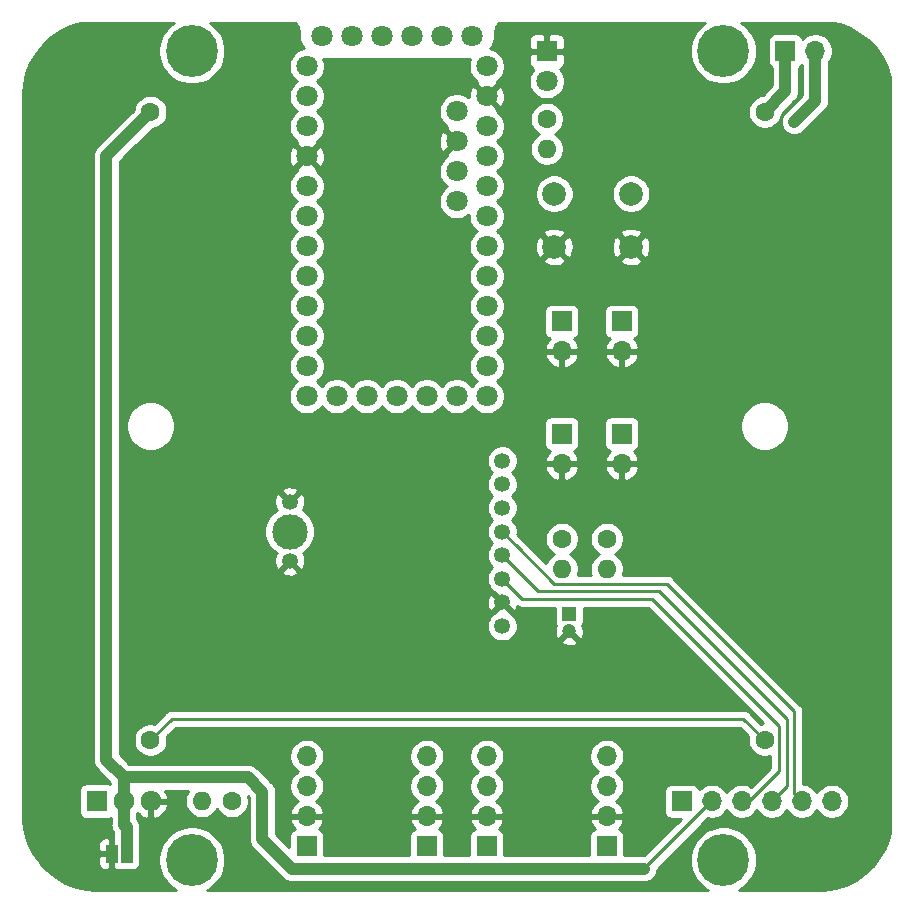
<source format=gbr>
G04 #@! TF.GenerationSoftware,KiCad,Pcbnew,5.1.10-88a1d61d58~88~ubuntu18.04.1*
G04 #@! TF.CreationDate,2021-10-06T13:12:02+02:00*
G04 #@! TF.ProjectId,HB-UNI-SEN-BATT_FUEL4EP,48422d55-4e49-42d5-9345-4e2d42415454,rev?*
G04 #@! TF.SameCoordinates,Original*
G04 #@! TF.FileFunction,Copper,L2,Bot*
G04 #@! TF.FilePolarity,Positive*
%FSLAX46Y46*%
G04 Gerber Fmt 4.6, Leading zero omitted, Abs format (unit mm)*
G04 Created by KiCad (PCBNEW 5.1.10-88a1d61d58~88~ubuntu18.04.1) date 2021-10-06 13:12:02*
%MOMM*%
%LPD*%
G01*
G04 APERTURE LIST*
G04 #@! TA.AperFunction,ComponentPad*
%ADD10C,0.700000*%
G04 #@! TD*
G04 #@! TA.AperFunction,ComponentPad*
%ADD11C,4.400000*%
G04 #@! TD*
G04 #@! TA.AperFunction,ComponentPad*
%ADD12C,1.600000*%
G04 #@! TD*
G04 #@! TA.AperFunction,ComponentPad*
%ADD13C,2.000000*%
G04 #@! TD*
G04 #@! TA.AperFunction,SMDPad,CuDef*
%ADD14R,1.000000X1.500000*%
G04 #@! TD*
G04 #@! TA.AperFunction,ComponentPad*
%ADD15O,1.600000X1.600000*%
G04 #@! TD*
G04 #@! TA.AperFunction,ComponentPad*
%ADD16O,1.717500X1.800000*%
G04 #@! TD*
G04 #@! TA.AperFunction,ComponentPad*
%ADD17R,1.717500X1.800000*%
G04 #@! TD*
G04 #@! TA.AperFunction,ComponentPad*
%ADD18C,1.800000*%
G04 #@! TD*
G04 #@! TA.AperFunction,ComponentPad*
%ADD19R,1.800000X1.800000*%
G04 #@! TD*
G04 #@! TA.AperFunction,ComponentPad*
%ADD20C,1.200000*%
G04 #@! TD*
G04 #@! TA.AperFunction,ComponentPad*
%ADD21R,1.200000X1.200000*%
G04 #@! TD*
G04 #@! TA.AperFunction,ComponentPad*
%ADD22C,3.000000*%
G04 #@! TD*
G04 #@! TA.AperFunction,ComponentPad*
%ADD23C,1.350000*%
G04 #@! TD*
G04 #@! TA.AperFunction,ComponentPad*
%ADD24O,1.700000X1.700000*%
G04 #@! TD*
G04 #@! TA.AperFunction,ComponentPad*
%ADD25R,1.700000X1.700000*%
G04 #@! TD*
G04 #@! TA.AperFunction,ViaPad*
%ADD26C,1.000000*%
G04 #@! TD*
G04 #@! TA.AperFunction,Conductor*
%ADD27C,0.250000*%
G04 #@! TD*
G04 #@! TA.AperFunction,Conductor*
%ADD28C,0.350000*%
G04 #@! TD*
G04 #@! TA.AperFunction,Conductor*
%ADD29C,1.000000*%
G04 #@! TD*
G04 #@! TA.AperFunction,Conductor*
%ADD30C,0.254000*%
G04 #@! TD*
G04 #@! TA.AperFunction,Conductor*
%ADD31C,0.100000*%
G04 #@! TD*
G04 APERTURE END LIST*
D10*
X162272800Y-148477200D03*
X161000000Y-147950000D03*
X159727200Y-148477200D03*
X159200000Y-149750000D03*
X159727200Y-151022800D03*
X161000000Y-151550000D03*
X162272800Y-151022800D03*
X162800000Y-149750000D03*
D11*
X161000000Y-149750000D03*
D10*
X117272800Y-148477200D03*
X116000000Y-147950000D03*
X114727200Y-148477200D03*
X114200000Y-149750000D03*
X114727200Y-151022800D03*
X116000000Y-151550000D03*
X117272800Y-151022800D03*
X117800000Y-149750000D03*
D11*
X116000000Y-149750000D03*
D10*
X162272800Y-79977200D03*
X161000000Y-79450000D03*
X159727200Y-79977200D03*
X159200000Y-81250000D03*
X159727200Y-82522800D03*
X161000000Y-83050000D03*
X162272800Y-82522800D03*
X162800000Y-81250000D03*
D11*
X161000000Y-81250000D03*
D10*
X117272800Y-79977200D03*
X116000000Y-79450000D03*
X114727200Y-79977200D03*
X114200000Y-81250000D03*
X114727200Y-82522800D03*
X116000000Y-83050000D03*
X117272800Y-82522800D03*
X117800000Y-81250000D03*
D11*
X116000000Y-81250000D03*
D12*
X164500000Y-86400000D03*
X164500000Y-139600000D03*
D13*
X153185000Y-93345000D03*
X153185000Y-97845000D03*
X146685000Y-93345000D03*
X146685000Y-97845000D03*
D14*
X109200000Y-149225000D03*
X110500000Y-149225000D03*
D15*
X147320000Y-125095000D03*
D12*
X147320000Y-122555000D03*
D15*
X151130000Y-125095000D03*
D12*
X151130000Y-122555000D03*
D15*
X116840000Y-144780000D03*
D12*
X119380000Y-144780000D03*
D15*
X146050000Y-89535000D03*
D12*
X146050000Y-86995000D03*
D16*
X112530000Y-144780000D03*
X110240000Y-144780000D03*
D17*
X107950000Y-144780000D03*
D18*
X146050000Y-83820000D03*
D19*
X146050000Y-81280000D03*
D20*
X147955000Y-130405000D03*
D21*
X147955000Y-128905000D03*
D12*
X112500000Y-139600000D03*
X112500000Y-86400000D03*
D18*
X139700000Y-80010000D03*
X137160000Y-80010000D03*
X134620000Y-80010000D03*
X132080000Y-80010000D03*
X129540000Y-80010000D03*
X127000000Y-80010000D03*
X128270000Y-110490000D03*
X130810000Y-110490000D03*
X133350000Y-110490000D03*
X138430000Y-91440000D03*
X138430000Y-93980000D03*
X125730000Y-110490000D03*
X125730000Y-107950000D03*
X125730000Y-105410000D03*
X125730000Y-102870000D03*
X125730000Y-100330000D03*
X125730000Y-97790000D03*
X125730000Y-95250000D03*
X125730000Y-92710000D03*
X125730000Y-90170000D03*
X125730000Y-87630000D03*
X125730000Y-85090000D03*
X125730000Y-82550000D03*
X140970000Y-82550000D03*
X140970000Y-85090000D03*
X140970000Y-87630000D03*
X140970000Y-90170000D03*
X140970000Y-92710000D03*
X140970000Y-95250000D03*
X140970000Y-97790000D03*
X140970000Y-100330000D03*
X140970000Y-102870000D03*
X140970000Y-105410000D03*
X140970000Y-107950000D03*
X140970000Y-110490000D03*
X138430000Y-110490000D03*
X135890000Y-110490000D03*
X138430000Y-88900000D03*
X138430000Y-86360000D03*
D22*
X124280000Y-121945000D03*
D23*
X124280000Y-119445000D03*
X124280000Y-124445000D03*
X142280000Y-117945000D03*
X142280000Y-119945000D03*
X142280000Y-121945000D03*
X142280000Y-123945000D03*
X142280000Y-125945000D03*
X142280000Y-127945000D03*
X142280000Y-129945000D03*
X142280000Y-115945000D03*
D24*
X168790000Y-81250000D03*
D25*
X166250000Y-81250000D03*
D24*
X151130000Y-140970000D03*
X151130000Y-143510000D03*
X151130000Y-146050000D03*
D25*
X151130000Y-148590000D03*
D24*
X140970000Y-140970000D03*
X140970000Y-143510000D03*
X140970000Y-146050000D03*
D25*
X140970000Y-148590000D03*
D24*
X135890000Y-140970000D03*
X135890000Y-143510000D03*
X135890000Y-146050000D03*
D25*
X135890000Y-148590000D03*
D24*
X125730000Y-140970000D03*
X125730000Y-143510000D03*
X125730000Y-146050000D03*
D25*
X125730000Y-148590000D03*
D24*
X170180000Y-144780000D03*
X167640000Y-144780000D03*
X165100000Y-144780000D03*
X162560000Y-144780000D03*
X160020000Y-144780000D03*
D25*
X157480000Y-144780000D03*
D24*
X152400000Y-106680000D03*
D25*
X152400000Y-104140000D03*
D24*
X147320000Y-106680000D03*
D25*
X147320000Y-104140000D03*
D24*
X152400000Y-116205000D03*
D25*
X152400000Y-113665000D03*
D24*
X147320000Y-116205000D03*
D25*
X147320000Y-113665000D03*
D26*
X167000000Y-87250000D03*
D27*
X165735000Y-138430000D02*
X154940000Y-127635000D01*
X144780000Y-127635000D02*
X143970000Y-127635000D01*
X144780000Y-127635000D02*
X154940000Y-127635000D01*
X143970000Y-127635000D02*
X142280000Y-125945000D01*
X163195000Y-144780000D02*
X165735000Y-142240000D01*
X165735000Y-139065000D02*
X165735000Y-138430000D01*
X165735000Y-141605000D02*
X165735000Y-139065000D01*
X165735000Y-142240000D02*
X165735000Y-141605000D01*
X162560000Y-144780000D02*
X163195000Y-144780000D01*
X155575000Y-127000000D02*
X166370000Y-137795000D01*
X145415000Y-127000000D02*
X145335000Y-127000000D01*
X145335000Y-127000000D02*
X142280000Y-123945000D01*
X145415000Y-127000000D02*
X155575000Y-127000000D01*
X166370000Y-143510000D02*
X165100000Y-144780000D01*
X166370000Y-137795000D02*
X166370000Y-143510000D01*
X156210000Y-126365000D02*
X167005000Y-137160000D01*
X143510000Y-123190000D02*
X146685000Y-126365000D01*
X167005000Y-142875000D02*
X167005000Y-138430000D01*
X167005000Y-137795000D02*
X167005000Y-137160000D01*
X167005000Y-138430000D02*
X167005000Y-137795000D01*
X167005000Y-142875000D02*
X167005000Y-144145000D01*
X167005000Y-144145000D02*
X167640000Y-144780000D01*
X146685000Y-126365000D02*
X156210000Y-126365000D01*
X142280000Y-121960000D02*
X143510000Y-123190000D01*
X115570000Y-137795000D02*
X114305000Y-137795000D01*
X114305000Y-137795000D02*
X112500000Y-139600000D01*
X161290000Y-137795000D02*
X162695000Y-137795000D01*
X162695000Y-137795000D02*
X164500000Y-139600000D01*
X117475000Y-137795000D02*
X115570000Y-137795000D01*
X117475000Y-137795000D02*
X161290000Y-137795000D01*
D28*
X154305000Y-150495000D02*
X160020000Y-144780000D01*
D29*
X124460000Y-150495000D02*
X154305000Y-150495000D01*
X110490000Y-149220000D02*
X110485000Y-149225000D01*
X110500000Y-149225000D02*
X110500000Y-148707000D01*
X112500000Y-86400000D02*
X110250000Y-88650000D01*
X168790000Y-85460000D02*
X168790000Y-81250000D01*
X167000000Y-87250000D02*
X168790000Y-85460000D01*
X110240000Y-144780000D02*
X110240000Y-142740000D01*
X110240000Y-142740000D02*
X108750000Y-141250000D01*
X108750000Y-90150000D02*
X110250000Y-88650000D01*
X108750000Y-141250000D02*
X108750000Y-90150000D01*
X110240000Y-144823350D02*
X110250000Y-144833350D01*
X110240000Y-144780000D02*
X110240000Y-144823350D01*
X110250000Y-144833350D02*
X110250000Y-146750000D01*
X121965000Y-148000000D02*
X124460000Y-150495000D01*
X110500000Y-147000000D02*
X110250000Y-146750000D01*
X110500000Y-149225000D02*
X110500000Y-147000000D01*
X121965000Y-143965000D02*
X120750000Y-142750000D01*
X121965000Y-148000000D02*
X121965000Y-143965000D01*
X110250000Y-142750000D02*
X110240000Y-142740000D01*
X120750000Y-142750000D02*
X110250000Y-142750000D01*
X166250000Y-81500000D02*
X166250000Y-84650000D01*
X166250000Y-84650000D02*
X164500000Y-86400000D01*
D30*
X114192793Y-79047912D02*
X113797912Y-79442793D01*
X113487656Y-79907124D01*
X113273948Y-80423061D01*
X113165000Y-80970777D01*
X113165000Y-81529223D01*
X113273948Y-82076939D01*
X113487656Y-82592876D01*
X113797912Y-83057207D01*
X114192793Y-83452088D01*
X114657124Y-83762344D01*
X115173061Y-83976052D01*
X115720777Y-84085000D01*
X116279223Y-84085000D01*
X116826939Y-83976052D01*
X117342876Y-83762344D01*
X117807207Y-83452088D01*
X118202088Y-83057207D01*
X118512344Y-82592876D01*
X118726052Y-82076939D01*
X118835000Y-81529223D01*
X118835000Y-80970777D01*
X118726052Y-80423061D01*
X118512344Y-79907124D01*
X118202088Y-79442793D01*
X117807207Y-79047912D01*
X117536453Y-78867000D01*
X124712481Y-78867000D01*
X124804258Y-78941852D01*
X124902118Y-79060144D01*
X124975132Y-79195181D01*
X125020529Y-79341833D01*
X125040000Y-79527092D01*
X125040000Y-79784877D01*
X125043024Y-79815576D01*
X125042959Y-79824820D01*
X125043926Y-79834686D01*
X125074526Y-80125831D01*
X125087466Y-80188868D01*
X125099524Y-80252080D01*
X125102389Y-80261570D01*
X125188957Y-80541226D01*
X125213883Y-80600521D01*
X125238001Y-80660215D01*
X125242655Y-80668967D01*
X125381894Y-80926483D01*
X125417873Y-80979825D01*
X125453114Y-81033678D01*
X125457553Y-81039121D01*
X125282257Y-81073989D01*
X125002905Y-81189701D01*
X124751495Y-81357688D01*
X124537688Y-81571495D01*
X124369701Y-81822905D01*
X124253989Y-82102257D01*
X124195000Y-82398816D01*
X124195000Y-82701184D01*
X124253989Y-82997743D01*
X124369701Y-83277095D01*
X124537688Y-83528505D01*
X124751495Y-83742312D01*
X124867763Y-83820000D01*
X124751495Y-83897688D01*
X124537688Y-84111495D01*
X124369701Y-84362905D01*
X124253989Y-84642257D01*
X124195000Y-84938816D01*
X124195000Y-85241184D01*
X124253989Y-85537743D01*
X124369701Y-85817095D01*
X124537688Y-86068505D01*
X124751495Y-86282312D01*
X124867763Y-86360000D01*
X124751495Y-86437688D01*
X124537688Y-86651495D01*
X124369701Y-86902905D01*
X124253989Y-87182257D01*
X124195000Y-87478816D01*
X124195000Y-87781184D01*
X124253989Y-88077743D01*
X124369701Y-88357095D01*
X124537688Y-88608505D01*
X124751495Y-88822312D01*
X124905105Y-88924951D01*
X124845525Y-89105920D01*
X125730000Y-89990395D01*
X126614475Y-89105920D01*
X126568592Y-88966553D01*
X136889009Y-88966553D01*
X136931603Y-89265907D01*
X137031778Y-89551199D01*
X137111739Y-89700792D01*
X137365920Y-89784475D01*
X138250395Y-88900000D01*
X137365920Y-88015525D01*
X137111739Y-88099208D01*
X136980842Y-88371775D01*
X136905635Y-88664642D01*
X136889009Y-88966553D01*
X126568592Y-88966553D01*
X126554895Y-88924951D01*
X126708505Y-88822312D01*
X126922312Y-88608505D01*
X127090299Y-88357095D01*
X127206011Y-88077743D01*
X127265000Y-87781184D01*
X127265000Y-87478816D01*
X127206011Y-87182257D01*
X127090299Y-86902905D01*
X126922312Y-86651495D01*
X126708505Y-86437688D01*
X126592237Y-86360000D01*
X126708505Y-86282312D01*
X126922312Y-86068505D01*
X127090299Y-85817095D01*
X127206011Y-85537743D01*
X127265000Y-85241184D01*
X127265000Y-84938816D01*
X127206011Y-84642257D01*
X127090299Y-84362905D01*
X126922312Y-84111495D01*
X126708505Y-83897688D01*
X126592237Y-83820000D01*
X126708505Y-83742312D01*
X126922312Y-83528505D01*
X127090299Y-83277095D01*
X127206011Y-82997743D01*
X127265000Y-82701184D01*
X127265000Y-82398816D01*
X127206011Y-82102257D01*
X127144199Y-81953031D01*
X127180717Y-81956612D01*
X127180723Y-81956612D01*
X127215123Y-81960000D01*
X139534877Y-81960000D01*
X139553681Y-81958148D01*
X139493989Y-82102257D01*
X139435000Y-82398816D01*
X139435000Y-82701184D01*
X139493989Y-82997743D01*
X139609701Y-83277095D01*
X139777688Y-83528505D01*
X139991495Y-83742312D01*
X140145105Y-83844951D01*
X140085525Y-84025920D01*
X140970000Y-84910395D01*
X141854475Y-84025920D01*
X141794895Y-83844951D01*
X141948505Y-83742312D01*
X142162312Y-83528505D01*
X142330299Y-83277095D01*
X142446011Y-82997743D01*
X142505000Y-82701184D01*
X142505000Y-82398816D01*
X142461475Y-82180000D01*
X144511928Y-82180000D01*
X144524188Y-82304482D01*
X144560498Y-82424180D01*
X144619463Y-82534494D01*
X144698815Y-82631185D01*
X144795506Y-82710537D01*
X144905820Y-82769502D01*
X144924127Y-82775056D01*
X144857688Y-82841495D01*
X144689701Y-83092905D01*
X144573989Y-83372257D01*
X144515000Y-83668816D01*
X144515000Y-83971184D01*
X144573989Y-84267743D01*
X144689701Y-84547095D01*
X144857688Y-84798505D01*
X145071495Y-85012312D01*
X145322905Y-85180299D01*
X145602257Y-85296011D01*
X145898816Y-85355000D01*
X146201184Y-85355000D01*
X146497743Y-85296011D01*
X146777095Y-85180299D01*
X147028505Y-85012312D01*
X147242312Y-84798505D01*
X147410299Y-84547095D01*
X147526011Y-84267743D01*
X147585000Y-83971184D01*
X147585000Y-83668816D01*
X147526011Y-83372257D01*
X147410299Y-83092905D01*
X147242312Y-82841495D01*
X147175873Y-82775056D01*
X147194180Y-82769502D01*
X147304494Y-82710537D01*
X147401185Y-82631185D01*
X147480537Y-82534494D01*
X147539502Y-82424180D01*
X147575812Y-82304482D01*
X147588072Y-82180000D01*
X147585000Y-81565750D01*
X147426250Y-81407000D01*
X146177000Y-81407000D01*
X146177000Y-81427000D01*
X145923000Y-81427000D01*
X145923000Y-81407000D01*
X144673750Y-81407000D01*
X144515000Y-81565750D01*
X144511928Y-82180000D01*
X142461475Y-82180000D01*
X142446011Y-82102257D01*
X142330299Y-81822905D01*
X142162312Y-81571495D01*
X141948505Y-81357688D01*
X141697095Y-81189701D01*
X141417743Y-81073989D01*
X141284393Y-81047464D01*
X141299592Y-81028828D01*
X141335177Y-80975268D01*
X141371560Y-80922132D01*
X141376275Y-80913412D01*
X141513712Y-80654931D01*
X141538225Y-80595456D01*
X141563584Y-80536289D01*
X141566516Y-80526819D01*
X141610843Y-80380000D01*
X144511928Y-80380000D01*
X144515000Y-80994250D01*
X144673750Y-81153000D01*
X145923000Y-81153000D01*
X145923000Y-79903750D01*
X146177000Y-79903750D01*
X146177000Y-81153000D01*
X147426250Y-81153000D01*
X147585000Y-80994250D01*
X147588072Y-80380000D01*
X147575812Y-80255518D01*
X147539502Y-80135820D01*
X147480537Y-80025506D01*
X147401185Y-79928815D01*
X147304494Y-79849463D01*
X147194180Y-79790498D01*
X147074482Y-79754188D01*
X146950000Y-79741928D01*
X146335750Y-79745000D01*
X146177000Y-79903750D01*
X145923000Y-79903750D01*
X145764250Y-79745000D01*
X145150000Y-79741928D01*
X145025518Y-79754188D01*
X144905820Y-79790498D01*
X144795506Y-79849463D01*
X144698815Y-79928815D01*
X144619463Y-80025506D01*
X144560498Y-80135820D01*
X144524188Y-80255518D01*
X144511928Y-80380000D01*
X141610843Y-80380000D01*
X141651130Y-80246565D01*
X141663622Y-80183475D01*
X141677009Y-80120494D01*
X141678045Y-80110635D01*
X141706612Y-79819283D01*
X141706612Y-79819276D01*
X141710000Y-79784876D01*
X141710000Y-79534729D01*
X141728386Y-79347215D01*
X141772757Y-79200252D01*
X141844829Y-79064703D01*
X141941852Y-78945742D01*
X142037034Y-78867000D01*
X159463547Y-78867000D01*
X159192793Y-79047912D01*
X158797912Y-79442793D01*
X158487656Y-79907124D01*
X158273948Y-80423061D01*
X158165000Y-80970777D01*
X158165000Y-81529223D01*
X158273948Y-82076939D01*
X158487656Y-82592876D01*
X158797912Y-83057207D01*
X159192793Y-83452088D01*
X159657124Y-83762344D01*
X160173061Y-83976052D01*
X160720777Y-84085000D01*
X161279223Y-84085000D01*
X161826939Y-83976052D01*
X162342876Y-83762344D01*
X162807207Y-83452088D01*
X163202088Y-83057207D01*
X163512344Y-82592876D01*
X163726052Y-82076939D01*
X163835000Y-81529223D01*
X163835000Y-80970777D01*
X163726052Y-80423061D01*
X163512344Y-79907124D01*
X163202088Y-79442793D01*
X162807207Y-79047912D01*
X162536453Y-78867000D01*
X170309380Y-78867000D01*
X170838443Y-78986715D01*
X171707075Y-79324507D01*
X172516227Y-79786976D01*
X173248141Y-80363971D01*
X173886727Y-81042806D01*
X174417960Y-81808576D01*
X174830172Y-82644459D01*
X175114303Y-83532086D01*
X175133000Y-83646890D01*
X175133000Y-147309380D01*
X175013285Y-147838443D01*
X174675493Y-148707075D01*
X174213024Y-149516227D01*
X173636029Y-150248141D01*
X172957194Y-150886727D01*
X172191421Y-151417962D01*
X171355541Y-151830172D01*
X170467913Y-152114303D01*
X169537290Y-152265865D01*
X169373873Y-152273000D01*
X162317150Y-152273000D01*
X162342876Y-152262344D01*
X162807207Y-151952088D01*
X163202088Y-151557207D01*
X163512344Y-151092876D01*
X163726052Y-150576939D01*
X163835000Y-150029223D01*
X163835000Y-149470777D01*
X163726052Y-148923061D01*
X163512344Y-148407124D01*
X163202088Y-147942793D01*
X162807207Y-147547912D01*
X162342876Y-147237656D01*
X161826939Y-147023948D01*
X161279223Y-146915000D01*
X160720777Y-146915000D01*
X160173061Y-147023948D01*
X159657124Y-147237656D01*
X159192793Y-147547912D01*
X158797912Y-147942793D01*
X158487656Y-148407124D01*
X158273948Y-148923061D01*
X158165000Y-149470777D01*
X158165000Y-150029223D01*
X158273948Y-150576939D01*
X158487656Y-151092876D01*
X158797912Y-151557207D01*
X159192793Y-151952088D01*
X159657124Y-152262344D01*
X159682850Y-152273000D01*
X117317150Y-152273000D01*
X117342876Y-152262344D01*
X117807207Y-151952088D01*
X118202088Y-151557207D01*
X118512344Y-151092876D01*
X118726052Y-150576939D01*
X118835000Y-150029223D01*
X118835000Y-149470777D01*
X118726052Y-148923061D01*
X118512344Y-148407124D01*
X118202088Y-147942793D01*
X117807207Y-147547912D01*
X117342876Y-147237656D01*
X116826939Y-147023948D01*
X116279223Y-146915000D01*
X115720777Y-146915000D01*
X115173061Y-147023948D01*
X114657124Y-147237656D01*
X114192793Y-147547912D01*
X113797912Y-147942793D01*
X113487656Y-148407124D01*
X113273948Y-148923061D01*
X113165000Y-149470777D01*
X113165000Y-150029223D01*
X113273948Y-150576939D01*
X113487656Y-151092876D01*
X113797912Y-151557207D01*
X114192793Y-151952088D01*
X114657124Y-152262344D01*
X114682850Y-152273000D01*
X107797587Y-152273000D01*
X107070565Y-152218973D01*
X106161557Y-152013285D01*
X105292925Y-151675493D01*
X104483773Y-151213024D01*
X103751859Y-150636029D01*
X103130024Y-149975000D01*
X108061928Y-149975000D01*
X108074188Y-150099482D01*
X108110498Y-150219180D01*
X108169463Y-150329494D01*
X108248815Y-150426185D01*
X108345506Y-150505537D01*
X108455820Y-150564502D01*
X108575518Y-150600812D01*
X108700000Y-150613072D01*
X108914250Y-150610000D01*
X109073000Y-150451250D01*
X109073000Y-149352000D01*
X108223750Y-149352000D01*
X108065000Y-149510750D01*
X108061928Y-149975000D01*
X103130024Y-149975000D01*
X103113273Y-149957194D01*
X102582038Y-149191421D01*
X102228739Y-148475000D01*
X108061928Y-148475000D01*
X108065000Y-148939250D01*
X108223750Y-149098000D01*
X109073000Y-149098000D01*
X109073000Y-147998750D01*
X108914250Y-147840000D01*
X108700000Y-147836928D01*
X108575518Y-147849188D01*
X108455820Y-147885498D01*
X108345506Y-147944463D01*
X108248815Y-148023815D01*
X108169463Y-148120506D01*
X108110498Y-148230820D01*
X108074188Y-148350518D01*
X108061928Y-148475000D01*
X102228739Y-148475000D01*
X102169828Y-148355541D01*
X101885697Y-147467913D01*
X101734135Y-146537290D01*
X101727000Y-146373873D01*
X101727000Y-143880000D01*
X106453178Y-143880000D01*
X106453178Y-145680000D01*
X106465438Y-145804482D01*
X106501748Y-145924180D01*
X106560713Y-146034494D01*
X106640065Y-146131185D01*
X106736756Y-146210537D01*
X106847070Y-146269502D01*
X106966768Y-146305812D01*
X107091250Y-146318072D01*
X108808750Y-146318072D01*
X108933232Y-146305812D01*
X109052930Y-146269502D01*
X109115001Y-146236324D01*
X109115001Y-146694239D01*
X109109509Y-146750000D01*
X109131423Y-146972498D01*
X109196324Y-147186446D01*
X109227717Y-147245178D01*
X109301717Y-147383623D01*
X109365001Y-147460734D01*
X109365001Y-147960749D01*
X109327000Y-147998750D01*
X109327000Y-149098000D01*
X109347000Y-149098000D01*
X109347000Y-149199708D01*
X109344509Y-149225000D01*
X109347000Y-149250292D01*
X109347000Y-149352000D01*
X109327000Y-149352000D01*
X109327000Y-150451250D01*
X109485750Y-150610000D01*
X109700000Y-150613072D01*
X109824482Y-150600812D01*
X109850000Y-150593071D01*
X109875518Y-150600812D01*
X110000000Y-150613072D01*
X111000000Y-150613072D01*
X111124482Y-150600812D01*
X111244180Y-150564502D01*
X111354494Y-150505537D01*
X111451185Y-150426185D01*
X111530537Y-150329494D01*
X111589502Y-150219180D01*
X111625812Y-150099482D01*
X111638072Y-149975000D01*
X111638072Y-148475000D01*
X111635000Y-148443808D01*
X111635000Y-147055741D01*
X111640490Y-146999999D01*
X111635000Y-146944257D01*
X111635000Y-146944248D01*
X111618577Y-146777501D01*
X111553676Y-146563553D01*
X111448284Y-146366377D01*
X111385000Y-146289265D01*
X111385000Y-145780674D01*
X111390413Y-145774078D01*
X111493990Y-145895702D01*
X111723512Y-146077172D01*
X111984027Y-146210378D01*
X112171736Y-146271400D01*
X112403000Y-146150195D01*
X112403000Y-144907000D01*
X112657000Y-144907000D01*
X112657000Y-146150195D01*
X112888264Y-146271400D01*
X113075973Y-146210378D01*
X113336488Y-146077172D01*
X113566010Y-145895702D01*
X113755718Y-145672941D01*
X113898323Y-145417450D01*
X113988344Y-145139048D01*
X113861354Y-144907000D01*
X112657000Y-144907000D01*
X112403000Y-144907000D01*
X112383000Y-144907000D01*
X112383000Y-144653000D01*
X112403000Y-144653000D01*
X112403000Y-144633000D01*
X112657000Y-144633000D01*
X112657000Y-144653000D01*
X113861354Y-144653000D01*
X113988344Y-144420952D01*
X113898323Y-144142550D01*
X113755718Y-143887059D01*
X113753965Y-143885000D01*
X115712160Y-143885000D01*
X115568320Y-144100273D01*
X115460147Y-144361426D01*
X115405000Y-144638665D01*
X115405000Y-144921335D01*
X115460147Y-145198574D01*
X115568320Y-145459727D01*
X115725363Y-145694759D01*
X115925241Y-145894637D01*
X116160273Y-146051680D01*
X116421426Y-146159853D01*
X116698665Y-146215000D01*
X116981335Y-146215000D01*
X117258574Y-146159853D01*
X117519727Y-146051680D01*
X117754759Y-145894637D01*
X117954637Y-145694759D01*
X118110000Y-145462241D01*
X118265363Y-145694759D01*
X118465241Y-145894637D01*
X118700273Y-146051680D01*
X118961426Y-146159853D01*
X119238665Y-146215000D01*
X119521335Y-146215000D01*
X119798574Y-146159853D01*
X120059727Y-146051680D01*
X120294759Y-145894637D01*
X120494637Y-145694759D01*
X120651680Y-145459727D01*
X120759853Y-145198574D01*
X120815000Y-144921335D01*
X120815000Y-144638665D01*
X120760737Y-144365868D01*
X120830001Y-144435133D01*
X120830000Y-147944248D01*
X120824509Y-148000000D01*
X120831736Y-148073377D01*
X120846423Y-148222498D01*
X120911324Y-148436446D01*
X121016716Y-148633623D01*
X121158551Y-148806449D01*
X121201865Y-148841996D01*
X123618009Y-151258141D01*
X123653551Y-151301449D01*
X123826377Y-151443284D01*
X124023553Y-151548676D01*
X124237501Y-151613577D01*
X124359615Y-151625604D01*
X124460000Y-151635491D01*
X124515752Y-151630000D01*
X154360752Y-151630000D01*
X154527499Y-151613577D01*
X154741447Y-151548676D01*
X154938623Y-151443284D01*
X155111449Y-151301449D01*
X155253284Y-151128623D01*
X155358676Y-150931447D01*
X155423577Y-150717499D01*
X155444942Y-150500570D01*
X159712571Y-146232941D01*
X159873740Y-146265000D01*
X160166260Y-146265000D01*
X160453158Y-146207932D01*
X160723411Y-146095990D01*
X160966632Y-145933475D01*
X161173475Y-145726632D01*
X161290000Y-145552240D01*
X161406525Y-145726632D01*
X161613368Y-145933475D01*
X161856589Y-146095990D01*
X162126842Y-146207932D01*
X162413740Y-146265000D01*
X162706260Y-146265000D01*
X162993158Y-146207932D01*
X163263411Y-146095990D01*
X163506632Y-145933475D01*
X163713475Y-145726632D01*
X163830000Y-145552240D01*
X163946525Y-145726632D01*
X164153368Y-145933475D01*
X164396589Y-146095990D01*
X164666842Y-146207932D01*
X164953740Y-146265000D01*
X165246260Y-146265000D01*
X165533158Y-146207932D01*
X165803411Y-146095990D01*
X166046632Y-145933475D01*
X166253475Y-145726632D01*
X166370000Y-145552240D01*
X166486525Y-145726632D01*
X166693368Y-145933475D01*
X166936589Y-146095990D01*
X167206842Y-146207932D01*
X167493740Y-146265000D01*
X167786260Y-146265000D01*
X168073158Y-146207932D01*
X168343411Y-146095990D01*
X168586632Y-145933475D01*
X168793475Y-145726632D01*
X168910000Y-145552240D01*
X169026525Y-145726632D01*
X169233368Y-145933475D01*
X169476589Y-146095990D01*
X169746842Y-146207932D01*
X170033740Y-146265000D01*
X170326260Y-146265000D01*
X170613158Y-146207932D01*
X170883411Y-146095990D01*
X171126632Y-145933475D01*
X171333475Y-145726632D01*
X171495990Y-145483411D01*
X171607932Y-145213158D01*
X171665000Y-144926260D01*
X171665000Y-144633740D01*
X171607932Y-144346842D01*
X171495990Y-144076589D01*
X171333475Y-143833368D01*
X171126632Y-143626525D01*
X170883411Y-143464010D01*
X170613158Y-143352068D01*
X170326260Y-143295000D01*
X170033740Y-143295000D01*
X169746842Y-143352068D01*
X169476589Y-143464010D01*
X169233368Y-143626525D01*
X169026525Y-143833368D01*
X168910000Y-144007760D01*
X168793475Y-143833368D01*
X168586632Y-143626525D01*
X168343411Y-143464010D01*
X168073158Y-143352068D01*
X167786260Y-143295000D01*
X167765000Y-143295000D01*
X167765000Y-137197322D01*
X167768676Y-137159999D01*
X167765000Y-137122676D01*
X167765000Y-137122667D01*
X167754003Y-137011014D01*
X167710546Y-136867753D01*
X167639974Y-136735724D01*
X167626811Y-136719685D01*
X167568799Y-136648996D01*
X167568795Y-136648992D01*
X167545001Y-136619999D01*
X167516008Y-136596205D01*
X156773804Y-125854003D01*
X156750001Y-125824999D01*
X156634276Y-125730026D01*
X156502247Y-125659454D01*
X156358986Y-125615997D01*
X156247333Y-125605000D01*
X156247322Y-125605000D01*
X156210000Y-125601324D01*
X156172678Y-125605000D01*
X152471983Y-125605000D01*
X152509853Y-125513574D01*
X152565000Y-125236335D01*
X152565000Y-124953665D01*
X152509853Y-124676426D01*
X152401680Y-124415273D01*
X152244637Y-124180241D01*
X152044759Y-123980363D01*
X151812241Y-123825000D01*
X152044759Y-123669637D01*
X152244637Y-123469759D01*
X152401680Y-123234727D01*
X152509853Y-122973574D01*
X152565000Y-122696335D01*
X152565000Y-122413665D01*
X152509853Y-122136426D01*
X152401680Y-121875273D01*
X152244637Y-121640241D01*
X152044759Y-121440363D01*
X151809727Y-121283320D01*
X151548574Y-121175147D01*
X151271335Y-121120000D01*
X150988665Y-121120000D01*
X150711426Y-121175147D01*
X150450273Y-121283320D01*
X150215241Y-121440363D01*
X150015363Y-121640241D01*
X149858320Y-121875273D01*
X149750147Y-122136426D01*
X149695000Y-122413665D01*
X149695000Y-122696335D01*
X149750147Y-122973574D01*
X149858320Y-123234727D01*
X150015363Y-123469759D01*
X150215241Y-123669637D01*
X150447759Y-123825000D01*
X150215241Y-123980363D01*
X150015363Y-124180241D01*
X149858320Y-124415273D01*
X149750147Y-124676426D01*
X149695000Y-124953665D01*
X149695000Y-125236335D01*
X149750147Y-125513574D01*
X149788017Y-125605000D01*
X148661983Y-125605000D01*
X148699853Y-125513574D01*
X148755000Y-125236335D01*
X148755000Y-124953665D01*
X148699853Y-124676426D01*
X148591680Y-124415273D01*
X148434637Y-124180241D01*
X148234759Y-123980363D01*
X148002241Y-123825000D01*
X148234759Y-123669637D01*
X148434637Y-123469759D01*
X148591680Y-123234727D01*
X148699853Y-122973574D01*
X148755000Y-122696335D01*
X148755000Y-122413665D01*
X148699853Y-122136426D01*
X148591680Y-121875273D01*
X148434637Y-121640241D01*
X148234759Y-121440363D01*
X147999727Y-121283320D01*
X147738574Y-121175147D01*
X147461335Y-121120000D01*
X147178665Y-121120000D01*
X146901426Y-121175147D01*
X146640273Y-121283320D01*
X146405241Y-121440363D01*
X146205363Y-121640241D01*
X146048320Y-121875273D01*
X145940147Y-122136426D01*
X145885000Y-122413665D01*
X145885000Y-122696335D01*
X145940147Y-122973574D01*
X146048320Y-123234727D01*
X146205363Y-123469759D01*
X146405241Y-123669637D01*
X146637759Y-123825000D01*
X146405241Y-123980363D01*
X146205363Y-124180241D01*
X146048320Y-124415273D01*
X145978540Y-124583738D01*
X143569896Y-122175094D01*
X143590000Y-122074024D01*
X143590000Y-121815976D01*
X143539658Y-121562887D01*
X143440907Y-121324482D01*
X143297544Y-121109923D01*
X143132621Y-120945000D01*
X143297544Y-120780077D01*
X143440907Y-120565518D01*
X143539658Y-120327113D01*
X143590000Y-120074024D01*
X143590000Y-119815976D01*
X143539658Y-119562887D01*
X143440907Y-119324482D01*
X143297544Y-119109923D01*
X143132621Y-118945000D01*
X143297544Y-118780077D01*
X143440907Y-118565518D01*
X143539658Y-118327113D01*
X143590000Y-118074024D01*
X143590000Y-117815976D01*
X143539658Y-117562887D01*
X143440907Y-117324482D01*
X143297544Y-117109923D01*
X143132621Y-116945000D01*
X143297544Y-116780077D01*
X143440907Y-116565518D01*
X143442409Y-116561890D01*
X145878524Y-116561890D01*
X145923175Y-116709099D01*
X146048359Y-116971920D01*
X146222412Y-117205269D01*
X146438645Y-117400178D01*
X146688748Y-117549157D01*
X146963109Y-117646481D01*
X147193000Y-117525814D01*
X147193000Y-116332000D01*
X147447000Y-116332000D01*
X147447000Y-117525814D01*
X147676891Y-117646481D01*
X147951252Y-117549157D01*
X148201355Y-117400178D01*
X148417588Y-117205269D01*
X148591641Y-116971920D01*
X148716825Y-116709099D01*
X148761476Y-116561890D01*
X150958524Y-116561890D01*
X151003175Y-116709099D01*
X151128359Y-116971920D01*
X151302412Y-117205269D01*
X151518645Y-117400178D01*
X151768748Y-117549157D01*
X152043109Y-117646481D01*
X152273000Y-117525814D01*
X152273000Y-116332000D01*
X152527000Y-116332000D01*
X152527000Y-117525814D01*
X152756891Y-117646481D01*
X153031252Y-117549157D01*
X153281355Y-117400178D01*
X153497588Y-117205269D01*
X153671641Y-116971920D01*
X153796825Y-116709099D01*
X153841476Y-116561890D01*
X153720155Y-116332000D01*
X152527000Y-116332000D01*
X152273000Y-116332000D01*
X151079845Y-116332000D01*
X150958524Y-116561890D01*
X148761476Y-116561890D01*
X148640155Y-116332000D01*
X147447000Y-116332000D01*
X147193000Y-116332000D01*
X145999845Y-116332000D01*
X145878524Y-116561890D01*
X143442409Y-116561890D01*
X143539658Y-116327113D01*
X143590000Y-116074024D01*
X143590000Y-115815976D01*
X143539658Y-115562887D01*
X143440907Y-115324482D01*
X143297544Y-115109923D01*
X143115077Y-114927456D01*
X142900518Y-114784093D01*
X142662113Y-114685342D01*
X142409024Y-114635000D01*
X142150976Y-114635000D01*
X141897887Y-114685342D01*
X141659482Y-114784093D01*
X141444923Y-114927456D01*
X141262456Y-115109923D01*
X141119093Y-115324482D01*
X141020342Y-115562887D01*
X140970000Y-115815976D01*
X140970000Y-116074024D01*
X141020342Y-116327113D01*
X141119093Y-116565518D01*
X141262456Y-116780077D01*
X141427379Y-116945000D01*
X141262456Y-117109923D01*
X141119093Y-117324482D01*
X141020342Y-117562887D01*
X140970000Y-117815976D01*
X140970000Y-118074024D01*
X141020342Y-118327113D01*
X141119093Y-118565518D01*
X141262456Y-118780077D01*
X141427379Y-118945000D01*
X141262456Y-119109923D01*
X141119093Y-119324482D01*
X141020342Y-119562887D01*
X140970000Y-119815976D01*
X140970000Y-120074024D01*
X141020342Y-120327113D01*
X141119093Y-120565518D01*
X141262456Y-120780077D01*
X141427379Y-120945000D01*
X141262456Y-121109923D01*
X141119093Y-121324482D01*
X141020342Y-121562887D01*
X140970000Y-121815976D01*
X140970000Y-122074024D01*
X141020342Y-122327113D01*
X141119093Y-122565518D01*
X141262456Y-122780077D01*
X141427379Y-122945000D01*
X141262456Y-123109923D01*
X141119093Y-123324482D01*
X141020342Y-123562887D01*
X140970000Y-123815976D01*
X140970000Y-124074024D01*
X141020342Y-124327113D01*
X141119093Y-124565518D01*
X141262456Y-124780077D01*
X141427379Y-124945000D01*
X141262456Y-125109923D01*
X141119093Y-125324482D01*
X141020342Y-125562887D01*
X140970000Y-125815976D01*
X140970000Y-126074024D01*
X141020342Y-126327113D01*
X141119093Y-126565518D01*
X141262456Y-126780077D01*
X141444923Y-126962544D01*
X141557191Y-127037559D01*
X141556205Y-127041600D01*
X142280000Y-127765395D01*
X142294143Y-127751253D01*
X142473748Y-127930858D01*
X142459605Y-127945000D01*
X143183400Y-128668795D01*
X143414621Y-128612370D01*
X143523017Y-128378192D01*
X143548780Y-128271608D01*
X143555871Y-128275398D01*
X143677753Y-128340546D01*
X143821014Y-128384003D01*
X143932667Y-128395000D01*
X143932677Y-128395000D01*
X143970000Y-128398676D01*
X144007323Y-128395000D01*
X146716928Y-128395000D01*
X146716928Y-129505000D01*
X146729188Y-129629482D01*
X146765498Y-129749180D01*
X146824463Y-129859494D01*
X146838568Y-129876681D01*
X146780763Y-130003516D01*
X146725000Y-130240313D01*
X146716505Y-130483438D01*
X146755605Y-130723549D01*
X146840798Y-130951418D01*
X146881652Y-131027852D01*
X147105236Y-131075159D01*
X147775395Y-130405000D01*
X147761253Y-130390858D01*
X147940858Y-130211253D01*
X147955000Y-130225395D01*
X147969143Y-130211253D01*
X148148748Y-130390858D01*
X148134605Y-130405000D01*
X148804764Y-131075159D01*
X149028348Y-131027852D01*
X149129237Y-130806484D01*
X149185000Y-130569687D01*
X149193495Y-130326562D01*
X149154395Y-130086451D01*
X149074549Y-129872883D01*
X149085537Y-129859494D01*
X149144502Y-129749180D01*
X149180812Y-129629482D01*
X149193072Y-129505000D01*
X149193072Y-128395000D01*
X154625199Y-128395000D01*
X164395197Y-138165000D01*
X164358665Y-138165000D01*
X164176114Y-138201312D01*
X163258803Y-137284002D01*
X163235001Y-137254999D01*
X163119276Y-137160026D01*
X162987247Y-137089454D01*
X162843986Y-137045997D01*
X162732333Y-137035000D01*
X162732322Y-137035000D01*
X162695000Y-137031324D01*
X162657678Y-137035000D01*
X114342322Y-137035000D01*
X114304999Y-137031324D01*
X114267676Y-137035000D01*
X114267667Y-137035000D01*
X114156014Y-137045997D01*
X114012753Y-137089454D01*
X113880724Y-137160026D01*
X113880722Y-137160027D01*
X113880723Y-137160027D01*
X113793996Y-137231201D01*
X113793992Y-137231205D01*
X113764999Y-137254999D01*
X113741205Y-137283992D01*
X112823886Y-138201312D01*
X112641335Y-138165000D01*
X112358665Y-138165000D01*
X112081426Y-138220147D01*
X111820273Y-138328320D01*
X111585241Y-138485363D01*
X111385363Y-138685241D01*
X111228320Y-138920273D01*
X111120147Y-139181426D01*
X111065000Y-139458665D01*
X111065000Y-139741335D01*
X111120147Y-140018574D01*
X111228320Y-140279727D01*
X111385363Y-140514759D01*
X111585241Y-140714637D01*
X111820273Y-140871680D01*
X112081426Y-140979853D01*
X112358665Y-141035000D01*
X112641335Y-141035000D01*
X112918574Y-140979853D01*
X113179727Y-140871680D01*
X113251474Y-140823740D01*
X124245000Y-140823740D01*
X124245000Y-141116260D01*
X124302068Y-141403158D01*
X124414010Y-141673411D01*
X124576525Y-141916632D01*
X124783368Y-142123475D01*
X124957760Y-142240000D01*
X124783368Y-142356525D01*
X124576525Y-142563368D01*
X124414010Y-142806589D01*
X124302068Y-143076842D01*
X124245000Y-143363740D01*
X124245000Y-143656260D01*
X124302068Y-143943158D01*
X124414010Y-144213411D01*
X124576525Y-144456632D01*
X124783368Y-144663475D01*
X124965534Y-144785195D01*
X124848645Y-144854822D01*
X124632412Y-145049731D01*
X124458359Y-145283080D01*
X124333175Y-145545901D01*
X124288524Y-145693110D01*
X124409845Y-145923000D01*
X125603000Y-145923000D01*
X125603000Y-145903000D01*
X125857000Y-145903000D01*
X125857000Y-145923000D01*
X127050155Y-145923000D01*
X127171476Y-145693110D01*
X127126825Y-145545901D01*
X127001641Y-145283080D01*
X126827588Y-145049731D01*
X126611355Y-144854822D01*
X126494466Y-144785195D01*
X126676632Y-144663475D01*
X126883475Y-144456632D01*
X127045990Y-144213411D01*
X127157932Y-143943158D01*
X127215000Y-143656260D01*
X127215000Y-143363740D01*
X127157932Y-143076842D01*
X127045990Y-142806589D01*
X126883475Y-142563368D01*
X126676632Y-142356525D01*
X126502240Y-142240000D01*
X126676632Y-142123475D01*
X126883475Y-141916632D01*
X127045990Y-141673411D01*
X127157932Y-141403158D01*
X127215000Y-141116260D01*
X127215000Y-140823740D01*
X134405000Y-140823740D01*
X134405000Y-141116260D01*
X134462068Y-141403158D01*
X134574010Y-141673411D01*
X134736525Y-141916632D01*
X134943368Y-142123475D01*
X135117760Y-142240000D01*
X134943368Y-142356525D01*
X134736525Y-142563368D01*
X134574010Y-142806589D01*
X134462068Y-143076842D01*
X134405000Y-143363740D01*
X134405000Y-143656260D01*
X134462068Y-143943158D01*
X134574010Y-144213411D01*
X134736525Y-144456632D01*
X134943368Y-144663475D01*
X135125534Y-144785195D01*
X135008645Y-144854822D01*
X134792412Y-145049731D01*
X134618359Y-145283080D01*
X134493175Y-145545901D01*
X134448524Y-145693110D01*
X134569845Y-145923000D01*
X135763000Y-145923000D01*
X135763000Y-145903000D01*
X136017000Y-145903000D01*
X136017000Y-145923000D01*
X137210155Y-145923000D01*
X137331476Y-145693110D01*
X137286825Y-145545901D01*
X137161641Y-145283080D01*
X136987588Y-145049731D01*
X136771355Y-144854822D01*
X136654466Y-144785195D01*
X136836632Y-144663475D01*
X137043475Y-144456632D01*
X137205990Y-144213411D01*
X137317932Y-143943158D01*
X137375000Y-143656260D01*
X137375000Y-143363740D01*
X137317932Y-143076842D01*
X137205990Y-142806589D01*
X137043475Y-142563368D01*
X136836632Y-142356525D01*
X136662240Y-142240000D01*
X136836632Y-142123475D01*
X137043475Y-141916632D01*
X137205990Y-141673411D01*
X137317932Y-141403158D01*
X137375000Y-141116260D01*
X137375000Y-140823740D01*
X139485000Y-140823740D01*
X139485000Y-141116260D01*
X139542068Y-141403158D01*
X139654010Y-141673411D01*
X139816525Y-141916632D01*
X140023368Y-142123475D01*
X140197760Y-142240000D01*
X140023368Y-142356525D01*
X139816525Y-142563368D01*
X139654010Y-142806589D01*
X139542068Y-143076842D01*
X139485000Y-143363740D01*
X139485000Y-143656260D01*
X139542068Y-143943158D01*
X139654010Y-144213411D01*
X139816525Y-144456632D01*
X140023368Y-144663475D01*
X140205534Y-144785195D01*
X140088645Y-144854822D01*
X139872412Y-145049731D01*
X139698359Y-145283080D01*
X139573175Y-145545901D01*
X139528524Y-145693110D01*
X139649845Y-145923000D01*
X140843000Y-145923000D01*
X140843000Y-145903000D01*
X141097000Y-145903000D01*
X141097000Y-145923000D01*
X142290155Y-145923000D01*
X142411476Y-145693110D01*
X142366825Y-145545901D01*
X142241641Y-145283080D01*
X142067588Y-145049731D01*
X141851355Y-144854822D01*
X141734466Y-144785195D01*
X141916632Y-144663475D01*
X142123475Y-144456632D01*
X142285990Y-144213411D01*
X142397932Y-143943158D01*
X142455000Y-143656260D01*
X142455000Y-143363740D01*
X142397932Y-143076842D01*
X142285990Y-142806589D01*
X142123475Y-142563368D01*
X141916632Y-142356525D01*
X141742240Y-142240000D01*
X141916632Y-142123475D01*
X142123475Y-141916632D01*
X142285990Y-141673411D01*
X142397932Y-141403158D01*
X142455000Y-141116260D01*
X142455000Y-140823740D01*
X149645000Y-140823740D01*
X149645000Y-141116260D01*
X149702068Y-141403158D01*
X149814010Y-141673411D01*
X149976525Y-141916632D01*
X150183368Y-142123475D01*
X150357760Y-142240000D01*
X150183368Y-142356525D01*
X149976525Y-142563368D01*
X149814010Y-142806589D01*
X149702068Y-143076842D01*
X149645000Y-143363740D01*
X149645000Y-143656260D01*
X149702068Y-143943158D01*
X149814010Y-144213411D01*
X149976525Y-144456632D01*
X150183368Y-144663475D01*
X150365534Y-144785195D01*
X150248645Y-144854822D01*
X150032412Y-145049731D01*
X149858359Y-145283080D01*
X149733175Y-145545901D01*
X149688524Y-145693110D01*
X149809845Y-145923000D01*
X151003000Y-145923000D01*
X151003000Y-145903000D01*
X151257000Y-145903000D01*
X151257000Y-145923000D01*
X152450155Y-145923000D01*
X152571476Y-145693110D01*
X152526825Y-145545901D01*
X152401641Y-145283080D01*
X152227588Y-145049731D01*
X152011355Y-144854822D01*
X151894466Y-144785195D01*
X152076632Y-144663475D01*
X152283475Y-144456632D01*
X152445990Y-144213411D01*
X152557932Y-143943158D01*
X152615000Y-143656260D01*
X152615000Y-143363740D01*
X152557932Y-143076842D01*
X152445990Y-142806589D01*
X152283475Y-142563368D01*
X152076632Y-142356525D01*
X151902240Y-142240000D01*
X152076632Y-142123475D01*
X152283475Y-141916632D01*
X152445990Y-141673411D01*
X152557932Y-141403158D01*
X152615000Y-141116260D01*
X152615000Y-140823740D01*
X152557932Y-140536842D01*
X152445990Y-140266589D01*
X152283475Y-140023368D01*
X152076632Y-139816525D01*
X151833411Y-139654010D01*
X151563158Y-139542068D01*
X151276260Y-139485000D01*
X150983740Y-139485000D01*
X150696842Y-139542068D01*
X150426589Y-139654010D01*
X150183368Y-139816525D01*
X149976525Y-140023368D01*
X149814010Y-140266589D01*
X149702068Y-140536842D01*
X149645000Y-140823740D01*
X142455000Y-140823740D01*
X142397932Y-140536842D01*
X142285990Y-140266589D01*
X142123475Y-140023368D01*
X141916632Y-139816525D01*
X141673411Y-139654010D01*
X141403158Y-139542068D01*
X141116260Y-139485000D01*
X140823740Y-139485000D01*
X140536842Y-139542068D01*
X140266589Y-139654010D01*
X140023368Y-139816525D01*
X139816525Y-140023368D01*
X139654010Y-140266589D01*
X139542068Y-140536842D01*
X139485000Y-140823740D01*
X137375000Y-140823740D01*
X137317932Y-140536842D01*
X137205990Y-140266589D01*
X137043475Y-140023368D01*
X136836632Y-139816525D01*
X136593411Y-139654010D01*
X136323158Y-139542068D01*
X136036260Y-139485000D01*
X135743740Y-139485000D01*
X135456842Y-139542068D01*
X135186589Y-139654010D01*
X134943368Y-139816525D01*
X134736525Y-140023368D01*
X134574010Y-140266589D01*
X134462068Y-140536842D01*
X134405000Y-140823740D01*
X127215000Y-140823740D01*
X127157932Y-140536842D01*
X127045990Y-140266589D01*
X126883475Y-140023368D01*
X126676632Y-139816525D01*
X126433411Y-139654010D01*
X126163158Y-139542068D01*
X125876260Y-139485000D01*
X125583740Y-139485000D01*
X125296842Y-139542068D01*
X125026589Y-139654010D01*
X124783368Y-139816525D01*
X124576525Y-140023368D01*
X124414010Y-140266589D01*
X124302068Y-140536842D01*
X124245000Y-140823740D01*
X113251474Y-140823740D01*
X113414759Y-140714637D01*
X113614637Y-140514759D01*
X113771680Y-140279727D01*
X113879853Y-140018574D01*
X113935000Y-139741335D01*
X113935000Y-139458665D01*
X113898688Y-139276114D01*
X114619803Y-138555000D01*
X162380199Y-138555000D01*
X163101312Y-139276114D01*
X163065000Y-139458665D01*
X163065000Y-139741335D01*
X163120147Y-140018574D01*
X163228320Y-140279727D01*
X163385363Y-140514759D01*
X163585241Y-140714637D01*
X163820273Y-140871680D01*
X164081426Y-140979853D01*
X164358665Y-141035000D01*
X164641335Y-141035000D01*
X164918574Y-140979853D01*
X164975000Y-140956481D01*
X164975000Y-141925197D01*
X163366984Y-143533215D01*
X163263411Y-143464010D01*
X162993158Y-143352068D01*
X162706260Y-143295000D01*
X162413740Y-143295000D01*
X162126842Y-143352068D01*
X161856589Y-143464010D01*
X161613368Y-143626525D01*
X161406525Y-143833368D01*
X161290000Y-144007760D01*
X161173475Y-143833368D01*
X160966632Y-143626525D01*
X160723411Y-143464010D01*
X160453158Y-143352068D01*
X160166260Y-143295000D01*
X159873740Y-143295000D01*
X159586842Y-143352068D01*
X159316589Y-143464010D01*
X159073368Y-143626525D01*
X158941513Y-143758380D01*
X158919502Y-143685820D01*
X158860537Y-143575506D01*
X158781185Y-143478815D01*
X158684494Y-143399463D01*
X158574180Y-143340498D01*
X158454482Y-143304188D01*
X158330000Y-143291928D01*
X156630000Y-143291928D01*
X156505518Y-143304188D01*
X156385820Y-143340498D01*
X156275506Y-143399463D01*
X156178815Y-143478815D01*
X156099463Y-143575506D01*
X156040498Y-143685820D01*
X156004188Y-143805518D01*
X155991928Y-143930000D01*
X155991928Y-145630000D01*
X156004188Y-145754482D01*
X156040498Y-145874180D01*
X156099463Y-145984494D01*
X156178815Y-146081185D01*
X156275506Y-146160537D01*
X156385820Y-146219502D01*
X156505518Y-146255812D01*
X156630000Y-146268072D01*
X157386415Y-146268072D01*
X154294488Y-149360000D01*
X152618072Y-149360000D01*
X152618072Y-147740000D01*
X152605812Y-147615518D01*
X152569502Y-147495820D01*
X152510537Y-147385506D01*
X152431185Y-147288815D01*
X152334494Y-147209463D01*
X152224180Y-147150498D01*
X152143534Y-147126034D01*
X152227588Y-147050269D01*
X152401641Y-146816920D01*
X152526825Y-146554099D01*
X152571476Y-146406890D01*
X152450155Y-146177000D01*
X151257000Y-146177000D01*
X151257000Y-146197000D01*
X151003000Y-146197000D01*
X151003000Y-146177000D01*
X149809845Y-146177000D01*
X149688524Y-146406890D01*
X149733175Y-146554099D01*
X149858359Y-146816920D01*
X150032412Y-147050269D01*
X150116466Y-147126034D01*
X150035820Y-147150498D01*
X149925506Y-147209463D01*
X149828815Y-147288815D01*
X149749463Y-147385506D01*
X149690498Y-147495820D01*
X149654188Y-147615518D01*
X149641928Y-147740000D01*
X149641928Y-149360000D01*
X142458072Y-149360000D01*
X142458072Y-147740000D01*
X142445812Y-147615518D01*
X142409502Y-147495820D01*
X142350537Y-147385506D01*
X142271185Y-147288815D01*
X142174494Y-147209463D01*
X142064180Y-147150498D01*
X141983534Y-147126034D01*
X142067588Y-147050269D01*
X142241641Y-146816920D01*
X142366825Y-146554099D01*
X142411476Y-146406890D01*
X142290155Y-146177000D01*
X141097000Y-146177000D01*
X141097000Y-146197000D01*
X140843000Y-146197000D01*
X140843000Y-146177000D01*
X139649845Y-146177000D01*
X139528524Y-146406890D01*
X139573175Y-146554099D01*
X139698359Y-146816920D01*
X139872412Y-147050269D01*
X139956466Y-147126034D01*
X139875820Y-147150498D01*
X139765506Y-147209463D01*
X139668815Y-147288815D01*
X139589463Y-147385506D01*
X139530498Y-147495820D01*
X139494188Y-147615518D01*
X139481928Y-147740000D01*
X139481928Y-149360000D01*
X137378072Y-149360000D01*
X137378072Y-147740000D01*
X137365812Y-147615518D01*
X137329502Y-147495820D01*
X137270537Y-147385506D01*
X137191185Y-147288815D01*
X137094494Y-147209463D01*
X136984180Y-147150498D01*
X136903534Y-147126034D01*
X136987588Y-147050269D01*
X137161641Y-146816920D01*
X137286825Y-146554099D01*
X137331476Y-146406890D01*
X137210155Y-146177000D01*
X136017000Y-146177000D01*
X136017000Y-146197000D01*
X135763000Y-146197000D01*
X135763000Y-146177000D01*
X134569845Y-146177000D01*
X134448524Y-146406890D01*
X134493175Y-146554099D01*
X134618359Y-146816920D01*
X134792412Y-147050269D01*
X134876466Y-147126034D01*
X134795820Y-147150498D01*
X134685506Y-147209463D01*
X134588815Y-147288815D01*
X134509463Y-147385506D01*
X134450498Y-147495820D01*
X134414188Y-147615518D01*
X134401928Y-147740000D01*
X134401928Y-149360000D01*
X127218072Y-149360000D01*
X127218072Y-147740000D01*
X127205812Y-147615518D01*
X127169502Y-147495820D01*
X127110537Y-147385506D01*
X127031185Y-147288815D01*
X126934494Y-147209463D01*
X126824180Y-147150498D01*
X126743534Y-147126034D01*
X126827588Y-147050269D01*
X127001641Y-146816920D01*
X127126825Y-146554099D01*
X127171476Y-146406890D01*
X127050155Y-146177000D01*
X125857000Y-146177000D01*
X125857000Y-146197000D01*
X125603000Y-146197000D01*
X125603000Y-146177000D01*
X124409845Y-146177000D01*
X124288524Y-146406890D01*
X124333175Y-146554099D01*
X124458359Y-146816920D01*
X124632412Y-147050269D01*
X124716466Y-147126034D01*
X124635820Y-147150498D01*
X124525506Y-147209463D01*
X124428815Y-147288815D01*
X124349463Y-147385506D01*
X124290498Y-147495820D01*
X124254188Y-147615518D01*
X124241928Y-147740000D01*
X124241928Y-148671796D01*
X123100000Y-147529869D01*
X123100000Y-144020741D01*
X123105490Y-143964999D01*
X123100000Y-143909257D01*
X123100000Y-143909248D01*
X123083577Y-143742501D01*
X123018676Y-143528553D01*
X122913284Y-143331377D01*
X122771449Y-143158551D01*
X122728140Y-143123008D01*
X121591996Y-141986865D01*
X121556449Y-141943551D01*
X121383623Y-141801716D01*
X121186447Y-141696324D01*
X120972499Y-141631423D01*
X120805752Y-141615000D01*
X120805751Y-141615000D01*
X120750000Y-141609509D01*
X120694249Y-141615000D01*
X110720132Y-141615000D01*
X109885000Y-140779869D01*
X109885000Y-129815976D01*
X140970000Y-129815976D01*
X140970000Y-130074024D01*
X141020342Y-130327113D01*
X141119093Y-130565518D01*
X141262456Y-130780077D01*
X141444923Y-130962544D01*
X141659482Y-131105907D01*
X141897887Y-131204658D01*
X142150976Y-131255000D01*
X142409024Y-131255000D01*
X142410210Y-131254764D01*
X147284841Y-131254764D01*
X147332148Y-131478348D01*
X147553516Y-131579237D01*
X147790313Y-131635000D01*
X148033438Y-131643495D01*
X148273549Y-131604395D01*
X148501418Y-131519202D01*
X148577852Y-131478348D01*
X148625159Y-131254764D01*
X147955000Y-130584605D01*
X147284841Y-131254764D01*
X142410210Y-131254764D01*
X142662113Y-131204658D01*
X142900518Y-131105907D01*
X143115077Y-130962544D01*
X143297544Y-130780077D01*
X143440907Y-130565518D01*
X143539658Y-130327113D01*
X143590000Y-130074024D01*
X143590000Y-129815976D01*
X143539658Y-129562887D01*
X143440907Y-129324482D01*
X143297544Y-129109923D01*
X143115077Y-128927456D01*
X143002809Y-128852441D01*
X143003795Y-128848400D01*
X142280000Y-128124605D01*
X141556205Y-128848400D01*
X141557191Y-128852441D01*
X141444923Y-128927456D01*
X141262456Y-129109923D01*
X141119093Y-129324482D01*
X141020342Y-129562887D01*
X140970000Y-129815976D01*
X109885000Y-129815976D01*
X109885000Y-128020465D01*
X140965826Y-128020465D01*
X141005800Y-128275398D01*
X141094741Y-128517633D01*
X141145379Y-128612370D01*
X141376600Y-128668795D01*
X142100395Y-127945000D01*
X141376600Y-127221205D01*
X141145379Y-127277630D01*
X141036983Y-127511808D01*
X140976355Y-127762633D01*
X140965826Y-128020465D01*
X109885000Y-128020465D01*
X109885000Y-125348400D01*
X123556205Y-125348400D01*
X123612630Y-125579621D01*
X123846808Y-125688017D01*
X124097633Y-125748645D01*
X124355465Y-125759174D01*
X124610398Y-125719200D01*
X124852633Y-125630259D01*
X124947370Y-125579621D01*
X125003795Y-125348400D01*
X124280000Y-124624605D01*
X123556205Y-125348400D01*
X109885000Y-125348400D01*
X109885000Y-121734721D01*
X122145000Y-121734721D01*
X122145000Y-122155279D01*
X122227047Y-122567756D01*
X122387988Y-122956302D01*
X122621637Y-123305983D01*
X122919017Y-123603363D01*
X123170611Y-123771473D01*
X123145379Y-123777630D01*
X123036983Y-124011808D01*
X122976355Y-124262633D01*
X122965826Y-124520465D01*
X123005800Y-124775398D01*
X123094741Y-125017633D01*
X123145379Y-125112370D01*
X123376600Y-125168795D01*
X124100395Y-124445000D01*
X124086253Y-124430858D01*
X124265858Y-124251253D01*
X124280000Y-124265395D01*
X124294143Y-124251253D01*
X124473748Y-124430858D01*
X124459605Y-124445000D01*
X125183400Y-125168795D01*
X125414621Y-125112370D01*
X125523017Y-124878192D01*
X125583645Y-124627367D01*
X125594174Y-124369535D01*
X125554200Y-124114602D01*
X125465259Y-123872367D01*
X125414621Y-123777630D01*
X125389389Y-123771473D01*
X125640983Y-123603363D01*
X125938363Y-123305983D01*
X126172012Y-122956302D01*
X126332953Y-122567756D01*
X126415000Y-122155279D01*
X126415000Y-121734721D01*
X126332953Y-121322244D01*
X126172012Y-120933698D01*
X125938363Y-120584017D01*
X125640983Y-120286637D01*
X125389389Y-120118527D01*
X125414621Y-120112370D01*
X125523017Y-119878192D01*
X125583645Y-119627367D01*
X125594174Y-119369535D01*
X125554200Y-119114602D01*
X125465259Y-118872367D01*
X125414621Y-118777630D01*
X125183400Y-118721205D01*
X124459605Y-119445000D01*
X124473748Y-119459143D01*
X124294143Y-119638748D01*
X124280000Y-119624605D01*
X124265858Y-119638748D01*
X124086253Y-119459143D01*
X124100395Y-119445000D01*
X123376600Y-118721205D01*
X123145379Y-118777630D01*
X123036983Y-119011808D01*
X122976355Y-119262633D01*
X122965826Y-119520465D01*
X123005800Y-119775398D01*
X123094741Y-120017633D01*
X123145379Y-120112370D01*
X123170611Y-120118527D01*
X122919017Y-120286637D01*
X122621637Y-120584017D01*
X122387988Y-120933698D01*
X122227047Y-121322244D01*
X122145000Y-121734721D01*
X109885000Y-121734721D01*
X109885000Y-118541600D01*
X123556205Y-118541600D01*
X124280000Y-119265395D01*
X125003795Y-118541600D01*
X124947370Y-118310379D01*
X124713192Y-118201983D01*
X124462367Y-118141355D01*
X124204535Y-118130826D01*
X123949602Y-118170800D01*
X123707367Y-118259741D01*
X123612630Y-118310379D01*
X123556205Y-118541600D01*
X109885000Y-118541600D01*
X109885000Y-112794645D01*
X110415000Y-112794645D01*
X110415000Y-113205355D01*
X110495126Y-113608172D01*
X110652297Y-113987618D01*
X110880475Y-114329110D01*
X111170890Y-114619525D01*
X111512382Y-114847703D01*
X111891828Y-115004874D01*
X112294645Y-115085000D01*
X112705355Y-115085000D01*
X113108172Y-115004874D01*
X113487618Y-114847703D01*
X113829110Y-114619525D01*
X114119525Y-114329110D01*
X114347703Y-113987618D01*
X114504874Y-113608172D01*
X114585000Y-113205355D01*
X114585000Y-112815000D01*
X145831928Y-112815000D01*
X145831928Y-114515000D01*
X145844188Y-114639482D01*
X145880498Y-114759180D01*
X145939463Y-114869494D01*
X146018815Y-114966185D01*
X146115506Y-115045537D01*
X146225820Y-115104502D01*
X146306466Y-115128966D01*
X146222412Y-115204731D01*
X146048359Y-115438080D01*
X145923175Y-115700901D01*
X145878524Y-115848110D01*
X145999845Y-116078000D01*
X147193000Y-116078000D01*
X147193000Y-116058000D01*
X147447000Y-116058000D01*
X147447000Y-116078000D01*
X148640155Y-116078000D01*
X148761476Y-115848110D01*
X148716825Y-115700901D01*
X148591641Y-115438080D01*
X148417588Y-115204731D01*
X148333534Y-115128966D01*
X148414180Y-115104502D01*
X148524494Y-115045537D01*
X148621185Y-114966185D01*
X148700537Y-114869494D01*
X148759502Y-114759180D01*
X148795812Y-114639482D01*
X148808072Y-114515000D01*
X148808072Y-112815000D01*
X150911928Y-112815000D01*
X150911928Y-114515000D01*
X150924188Y-114639482D01*
X150960498Y-114759180D01*
X151019463Y-114869494D01*
X151098815Y-114966185D01*
X151195506Y-115045537D01*
X151305820Y-115104502D01*
X151386466Y-115128966D01*
X151302412Y-115204731D01*
X151128359Y-115438080D01*
X151003175Y-115700901D01*
X150958524Y-115848110D01*
X151079845Y-116078000D01*
X152273000Y-116078000D01*
X152273000Y-116058000D01*
X152527000Y-116058000D01*
X152527000Y-116078000D01*
X153720155Y-116078000D01*
X153841476Y-115848110D01*
X153796825Y-115700901D01*
X153671641Y-115438080D01*
X153497588Y-115204731D01*
X153413534Y-115128966D01*
X153494180Y-115104502D01*
X153604494Y-115045537D01*
X153701185Y-114966185D01*
X153780537Y-114869494D01*
X153839502Y-114759180D01*
X153875812Y-114639482D01*
X153888072Y-114515000D01*
X153888072Y-112815000D01*
X153886068Y-112794645D01*
X162415000Y-112794645D01*
X162415000Y-113205355D01*
X162495126Y-113608172D01*
X162652297Y-113987618D01*
X162880475Y-114329110D01*
X163170890Y-114619525D01*
X163512382Y-114847703D01*
X163891828Y-115004874D01*
X164294645Y-115085000D01*
X164705355Y-115085000D01*
X165108172Y-115004874D01*
X165487618Y-114847703D01*
X165829110Y-114619525D01*
X166119525Y-114329110D01*
X166347703Y-113987618D01*
X166504874Y-113608172D01*
X166585000Y-113205355D01*
X166585000Y-112794645D01*
X166504874Y-112391828D01*
X166347703Y-112012382D01*
X166119525Y-111670890D01*
X165829110Y-111380475D01*
X165487618Y-111152297D01*
X165108172Y-110995126D01*
X164705355Y-110915000D01*
X164294645Y-110915000D01*
X163891828Y-110995126D01*
X163512382Y-111152297D01*
X163170890Y-111380475D01*
X162880475Y-111670890D01*
X162652297Y-112012382D01*
X162495126Y-112391828D01*
X162415000Y-112794645D01*
X153886068Y-112794645D01*
X153875812Y-112690518D01*
X153839502Y-112570820D01*
X153780537Y-112460506D01*
X153701185Y-112363815D01*
X153604494Y-112284463D01*
X153494180Y-112225498D01*
X153374482Y-112189188D01*
X153250000Y-112176928D01*
X151550000Y-112176928D01*
X151425518Y-112189188D01*
X151305820Y-112225498D01*
X151195506Y-112284463D01*
X151098815Y-112363815D01*
X151019463Y-112460506D01*
X150960498Y-112570820D01*
X150924188Y-112690518D01*
X150911928Y-112815000D01*
X148808072Y-112815000D01*
X148795812Y-112690518D01*
X148759502Y-112570820D01*
X148700537Y-112460506D01*
X148621185Y-112363815D01*
X148524494Y-112284463D01*
X148414180Y-112225498D01*
X148294482Y-112189188D01*
X148170000Y-112176928D01*
X146470000Y-112176928D01*
X146345518Y-112189188D01*
X146225820Y-112225498D01*
X146115506Y-112284463D01*
X146018815Y-112363815D01*
X145939463Y-112460506D01*
X145880498Y-112570820D01*
X145844188Y-112690518D01*
X145831928Y-112815000D01*
X114585000Y-112815000D01*
X114585000Y-112794645D01*
X114504874Y-112391828D01*
X114347703Y-112012382D01*
X114119525Y-111670890D01*
X113829110Y-111380475D01*
X113487618Y-111152297D01*
X113108172Y-110995126D01*
X112705355Y-110915000D01*
X112294645Y-110915000D01*
X111891828Y-110995126D01*
X111512382Y-111152297D01*
X111170890Y-111380475D01*
X110880475Y-111670890D01*
X110652297Y-112012382D01*
X110495126Y-112391828D01*
X110415000Y-112794645D01*
X109885000Y-112794645D01*
X109885000Y-92558816D01*
X124195000Y-92558816D01*
X124195000Y-92861184D01*
X124253989Y-93157743D01*
X124369701Y-93437095D01*
X124537688Y-93688505D01*
X124751495Y-93902312D01*
X124867763Y-93980000D01*
X124751495Y-94057688D01*
X124537688Y-94271495D01*
X124369701Y-94522905D01*
X124253989Y-94802257D01*
X124195000Y-95098816D01*
X124195000Y-95401184D01*
X124253989Y-95697743D01*
X124369701Y-95977095D01*
X124537688Y-96228505D01*
X124751495Y-96442312D01*
X124867763Y-96520000D01*
X124751495Y-96597688D01*
X124537688Y-96811495D01*
X124369701Y-97062905D01*
X124253989Y-97342257D01*
X124195000Y-97638816D01*
X124195000Y-97941184D01*
X124253989Y-98237743D01*
X124369701Y-98517095D01*
X124537688Y-98768505D01*
X124751495Y-98982312D01*
X124867763Y-99060000D01*
X124751495Y-99137688D01*
X124537688Y-99351495D01*
X124369701Y-99602905D01*
X124253989Y-99882257D01*
X124195000Y-100178816D01*
X124195000Y-100481184D01*
X124253989Y-100777743D01*
X124369701Y-101057095D01*
X124537688Y-101308505D01*
X124751495Y-101522312D01*
X124867763Y-101600000D01*
X124751495Y-101677688D01*
X124537688Y-101891495D01*
X124369701Y-102142905D01*
X124253989Y-102422257D01*
X124195000Y-102718816D01*
X124195000Y-103021184D01*
X124253989Y-103317743D01*
X124369701Y-103597095D01*
X124537688Y-103848505D01*
X124751495Y-104062312D01*
X124867763Y-104140000D01*
X124751495Y-104217688D01*
X124537688Y-104431495D01*
X124369701Y-104682905D01*
X124253989Y-104962257D01*
X124195000Y-105258816D01*
X124195000Y-105561184D01*
X124253989Y-105857743D01*
X124369701Y-106137095D01*
X124537688Y-106388505D01*
X124751495Y-106602312D01*
X124867763Y-106680000D01*
X124751495Y-106757688D01*
X124537688Y-106971495D01*
X124369701Y-107222905D01*
X124253989Y-107502257D01*
X124195000Y-107798816D01*
X124195000Y-108101184D01*
X124253989Y-108397743D01*
X124369701Y-108677095D01*
X124537688Y-108928505D01*
X124751495Y-109142312D01*
X124867763Y-109220000D01*
X124751495Y-109297688D01*
X124537688Y-109511495D01*
X124369701Y-109762905D01*
X124253989Y-110042257D01*
X124195000Y-110338816D01*
X124195000Y-110641184D01*
X124253989Y-110937743D01*
X124369701Y-111217095D01*
X124537688Y-111468505D01*
X124751495Y-111682312D01*
X125002905Y-111850299D01*
X125282257Y-111966011D01*
X125578816Y-112025000D01*
X125881184Y-112025000D01*
X126177743Y-111966011D01*
X126457095Y-111850299D01*
X126708505Y-111682312D01*
X126922312Y-111468505D01*
X127000000Y-111352237D01*
X127077688Y-111468505D01*
X127291495Y-111682312D01*
X127542905Y-111850299D01*
X127822257Y-111966011D01*
X128118816Y-112025000D01*
X128421184Y-112025000D01*
X128717743Y-111966011D01*
X128997095Y-111850299D01*
X129248505Y-111682312D01*
X129462312Y-111468505D01*
X129540000Y-111352237D01*
X129617688Y-111468505D01*
X129831495Y-111682312D01*
X130082905Y-111850299D01*
X130362257Y-111966011D01*
X130658816Y-112025000D01*
X130961184Y-112025000D01*
X131257743Y-111966011D01*
X131537095Y-111850299D01*
X131788505Y-111682312D01*
X132002312Y-111468505D01*
X132080000Y-111352237D01*
X132157688Y-111468505D01*
X132371495Y-111682312D01*
X132622905Y-111850299D01*
X132902257Y-111966011D01*
X133198816Y-112025000D01*
X133501184Y-112025000D01*
X133797743Y-111966011D01*
X134077095Y-111850299D01*
X134328505Y-111682312D01*
X134542312Y-111468505D01*
X134620000Y-111352237D01*
X134697688Y-111468505D01*
X134911495Y-111682312D01*
X135162905Y-111850299D01*
X135442257Y-111966011D01*
X135738816Y-112025000D01*
X136041184Y-112025000D01*
X136337743Y-111966011D01*
X136617095Y-111850299D01*
X136868505Y-111682312D01*
X137082312Y-111468505D01*
X137160000Y-111352237D01*
X137237688Y-111468505D01*
X137451495Y-111682312D01*
X137702905Y-111850299D01*
X137982257Y-111966011D01*
X138278816Y-112025000D01*
X138581184Y-112025000D01*
X138877743Y-111966011D01*
X139157095Y-111850299D01*
X139408505Y-111682312D01*
X139622312Y-111468505D01*
X139700000Y-111352237D01*
X139777688Y-111468505D01*
X139991495Y-111682312D01*
X140242905Y-111850299D01*
X140522257Y-111966011D01*
X140818816Y-112025000D01*
X141121184Y-112025000D01*
X141417743Y-111966011D01*
X141697095Y-111850299D01*
X141948505Y-111682312D01*
X142162312Y-111468505D01*
X142330299Y-111217095D01*
X142446011Y-110937743D01*
X142505000Y-110641184D01*
X142505000Y-110338816D01*
X142446011Y-110042257D01*
X142330299Y-109762905D01*
X142162312Y-109511495D01*
X141948505Y-109297688D01*
X141832237Y-109220000D01*
X141948505Y-109142312D01*
X142162312Y-108928505D01*
X142330299Y-108677095D01*
X142446011Y-108397743D01*
X142505000Y-108101184D01*
X142505000Y-107798816D01*
X142446011Y-107502257D01*
X142330299Y-107222905D01*
X142206008Y-107036890D01*
X145878524Y-107036890D01*
X145923175Y-107184099D01*
X146048359Y-107446920D01*
X146222412Y-107680269D01*
X146438645Y-107875178D01*
X146688748Y-108024157D01*
X146963109Y-108121481D01*
X147193000Y-108000814D01*
X147193000Y-106807000D01*
X147447000Y-106807000D01*
X147447000Y-108000814D01*
X147676891Y-108121481D01*
X147951252Y-108024157D01*
X148201355Y-107875178D01*
X148417588Y-107680269D01*
X148591641Y-107446920D01*
X148716825Y-107184099D01*
X148761476Y-107036890D01*
X150958524Y-107036890D01*
X151003175Y-107184099D01*
X151128359Y-107446920D01*
X151302412Y-107680269D01*
X151518645Y-107875178D01*
X151768748Y-108024157D01*
X152043109Y-108121481D01*
X152273000Y-108000814D01*
X152273000Y-106807000D01*
X152527000Y-106807000D01*
X152527000Y-108000814D01*
X152756891Y-108121481D01*
X153031252Y-108024157D01*
X153281355Y-107875178D01*
X153497588Y-107680269D01*
X153671641Y-107446920D01*
X153796825Y-107184099D01*
X153841476Y-107036890D01*
X153720155Y-106807000D01*
X152527000Y-106807000D01*
X152273000Y-106807000D01*
X151079845Y-106807000D01*
X150958524Y-107036890D01*
X148761476Y-107036890D01*
X148640155Y-106807000D01*
X147447000Y-106807000D01*
X147193000Y-106807000D01*
X145999845Y-106807000D01*
X145878524Y-107036890D01*
X142206008Y-107036890D01*
X142162312Y-106971495D01*
X141948505Y-106757688D01*
X141832237Y-106680000D01*
X141948505Y-106602312D01*
X142162312Y-106388505D01*
X142330299Y-106137095D01*
X142446011Y-105857743D01*
X142505000Y-105561184D01*
X142505000Y-105258816D01*
X142446011Y-104962257D01*
X142330299Y-104682905D01*
X142162312Y-104431495D01*
X141948505Y-104217688D01*
X141832237Y-104140000D01*
X141948505Y-104062312D01*
X142162312Y-103848505D01*
X142330299Y-103597095D01*
X142446011Y-103317743D01*
X142451529Y-103290000D01*
X145831928Y-103290000D01*
X145831928Y-104990000D01*
X145844188Y-105114482D01*
X145880498Y-105234180D01*
X145939463Y-105344494D01*
X146018815Y-105441185D01*
X146115506Y-105520537D01*
X146225820Y-105579502D01*
X146306466Y-105603966D01*
X146222412Y-105679731D01*
X146048359Y-105913080D01*
X145923175Y-106175901D01*
X145878524Y-106323110D01*
X145999845Y-106553000D01*
X147193000Y-106553000D01*
X147193000Y-106533000D01*
X147447000Y-106533000D01*
X147447000Y-106553000D01*
X148640155Y-106553000D01*
X148761476Y-106323110D01*
X148716825Y-106175901D01*
X148591641Y-105913080D01*
X148417588Y-105679731D01*
X148333534Y-105603966D01*
X148414180Y-105579502D01*
X148524494Y-105520537D01*
X148621185Y-105441185D01*
X148700537Y-105344494D01*
X148759502Y-105234180D01*
X148795812Y-105114482D01*
X148808072Y-104990000D01*
X148808072Y-103290000D01*
X150911928Y-103290000D01*
X150911928Y-104990000D01*
X150924188Y-105114482D01*
X150960498Y-105234180D01*
X151019463Y-105344494D01*
X151098815Y-105441185D01*
X151195506Y-105520537D01*
X151305820Y-105579502D01*
X151386466Y-105603966D01*
X151302412Y-105679731D01*
X151128359Y-105913080D01*
X151003175Y-106175901D01*
X150958524Y-106323110D01*
X151079845Y-106553000D01*
X152273000Y-106553000D01*
X152273000Y-106533000D01*
X152527000Y-106533000D01*
X152527000Y-106553000D01*
X153720155Y-106553000D01*
X153841476Y-106323110D01*
X153796825Y-106175901D01*
X153671641Y-105913080D01*
X153497588Y-105679731D01*
X153413534Y-105603966D01*
X153494180Y-105579502D01*
X153604494Y-105520537D01*
X153701185Y-105441185D01*
X153780537Y-105344494D01*
X153839502Y-105234180D01*
X153875812Y-105114482D01*
X153888072Y-104990000D01*
X153888072Y-103290000D01*
X153875812Y-103165518D01*
X153839502Y-103045820D01*
X153780537Y-102935506D01*
X153701185Y-102838815D01*
X153604494Y-102759463D01*
X153494180Y-102700498D01*
X153374482Y-102664188D01*
X153250000Y-102651928D01*
X151550000Y-102651928D01*
X151425518Y-102664188D01*
X151305820Y-102700498D01*
X151195506Y-102759463D01*
X151098815Y-102838815D01*
X151019463Y-102935506D01*
X150960498Y-103045820D01*
X150924188Y-103165518D01*
X150911928Y-103290000D01*
X148808072Y-103290000D01*
X148795812Y-103165518D01*
X148759502Y-103045820D01*
X148700537Y-102935506D01*
X148621185Y-102838815D01*
X148524494Y-102759463D01*
X148414180Y-102700498D01*
X148294482Y-102664188D01*
X148170000Y-102651928D01*
X146470000Y-102651928D01*
X146345518Y-102664188D01*
X146225820Y-102700498D01*
X146115506Y-102759463D01*
X146018815Y-102838815D01*
X145939463Y-102935506D01*
X145880498Y-103045820D01*
X145844188Y-103165518D01*
X145831928Y-103290000D01*
X142451529Y-103290000D01*
X142505000Y-103021184D01*
X142505000Y-102718816D01*
X142446011Y-102422257D01*
X142330299Y-102142905D01*
X142162312Y-101891495D01*
X141948505Y-101677688D01*
X141832237Y-101600000D01*
X141948505Y-101522312D01*
X142162312Y-101308505D01*
X142330299Y-101057095D01*
X142446011Y-100777743D01*
X142505000Y-100481184D01*
X142505000Y-100178816D01*
X142446011Y-99882257D01*
X142330299Y-99602905D01*
X142162312Y-99351495D01*
X141948505Y-99137688D01*
X141832237Y-99060000D01*
X141948505Y-98982312D01*
X141950404Y-98980413D01*
X145729192Y-98980413D01*
X145824956Y-99244814D01*
X146114571Y-99385704D01*
X146426108Y-99467384D01*
X146747595Y-99486718D01*
X147066675Y-99442961D01*
X147371088Y-99337795D01*
X147545044Y-99244814D01*
X147640808Y-98980413D01*
X152229192Y-98980413D01*
X152324956Y-99244814D01*
X152614571Y-99385704D01*
X152926108Y-99467384D01*
X153247595Y-99486718D01*
X153566675Y-99442961D01*
X153871088Y-99337795D01*
X154045044Y-99244814D01*
X154140808Y-98980413D01*
X153185000Y-98024605D01*
X152229192Y-98980413D01*
X147640808Y-98980413D01*
X146685000Y-98024605D01*
X145729192Y-98980413D01*
X141950404Y-98980413D01*
X142162312Y-98768505D01*
X142330299Y-98517095D01*
X142446011Y-98237743D01*
X142505000Y-97941184D01*
X142505000Y-97907595D01*
X145043282Y-97907595D01*
X145087039Y-98226675D01*
X145192205Y-98531088D01*
X145285186Y-98705044D01*
X145549587Y-98800808D01*
X146505395Y-97845000D01*
X146864605Y-97845000D01*
X147820413Y-98800808D01*
X148084814Y-98705044D01*
X148225704Y-98415429D01*
X148307384Y-98103892D01*
X148319189Y-97907595D01*
X151543282Y-97907595D01*
X151587039Y-98226675D01*
X151692205Y-98531088D01*
X151785186Y-98705044D01*
X152049587Y-98800808D01*
X153005395Y-97845000D01*
X153364605Y-97845000D01*
X154320413Y-98800808D01*
X154584814Y-98705044D01*
X154725704Y-98415429D01*
X154807384Y-98103892D01*
X154826718Y-97782405D01*
X154782961Y-97463325D01*
X154677795Y-97158912D01*
X154584814Y-96984956D01*
X154320413Y-96889192D01*
X153364605Y-97845000D01*
X153005395Y-97845000D01*
X152049587Y-96889192D01*
X151785186Y-96984956D01*
X151644296Y-97274571D01*
X151562616Y-97586108D01*
X151543282Y-97907595D01*
X148319189Y-97907595D01*
X148326718Y-97782405D01*
X148282961Y-97463325D01*
X148177795Y-97158912D01*
X148084814Y-96984956D01*
X147820413Y-96889192D01*
X146864605Y-97845000D01*
X146505395Y-97845000D01*
X145549587Y-96889192D01*
X145285186Y-96984956D01*
X145144296Y-97274571D01*
X145062616Y-97586108D01*
X145043282Y-97907595D01*
X142505000Y-97907595D01*
X142505000Y-97638816D01*
X142446011Y-97342257D01*
X142330299Y-97062905D01*
X142162312Y-96811495D01*
X142060404Y-96709587D01*
X145729192Y-96709587D01*
X146685000Y-97665395D01*
X147640808Y-96709587D01*
X152229192Y-96709587D01*
X153185000Y-97665395D01*
X154140808Y-96709587D01*
X154045044Y-96445186D01*
X153755429Y-96304296D01*
X153443892Y-96222616D01*
X153122405Y-96203282D01*
X152803325Y-96247039D01*
X152498912Y-96352205D01*
X152324956Y-96445186D01*
X152229192Y-96709587D01*
X147640808Y-96709587D01*
X147545044Y-96445186D01*
X147255429Y-96304296D01*
X146943892Y-96222616D01*
X146622405Y-96203282D01*
X146303325Y-96247039D01*
X145998912Y-96352205D01*
X145824956Y-96445186D01*
X145729192Y-96709587D01*
X142060404Y-96709587D01*
X141948505Y-96597688D01*
X141832237Y-96520000D01*
X141948505Y-96442312D01*
X142162312Y-96228505D01*
X142330299Y-95977095D01*
X142446011Y-95697743D01*
X142505000Y-95401184D01*
X142505000Y-95098816D01*
X142446011Y-94802257D01*
X142330299Y-94522905D01*
X142162312Y-94271495D01*
X141948505Y-94057688D01*
X141832237Y-93980000D01*
X141948505Y-93902312D01*
X142162312Y-93688505D01*
X142330299Y-93437095D01*
X142435148Y-93183967D01*
X145050000Y-93183967D01*
X145050000Y-93506033D01*
X145112832Y-93821912D01*
X145236082Y-94119463D01*
X145415013Y-94387252D01*
X145642748Y-94614987D01*
X145910537Y-94793918D01*
X146208088Y-94917168D01*
X146523967Y-94980000D01*
X146846033Y-94980000D01*
X147161912Y-94917168D01*
X147459463Y-94793918D01*
X147727252Y-94614987D01*
X147954987Y-94387252D01*
X148133918Y-94119463D01*
X148257168Y-93821912D01*
X148320000Y-93506033D01*
X148320000Y-93183967D01*
X151550000Y-93183967D01*
X151550000Y-93506033D01*
X151612832Y-93821912D01*
X151736082Y-94119463D01*
X151915013Y-94387252D01*
X152142748Y-94614987D01*
X152410537Y-94793918D01*
X152708088Y-94917168D01*
X153023967Y-94980000D01*
X153346033Y-94980000D01*
X153661912Y-94917168D01*
X153959463Y-94793918D01*
X154227252Y-94614987D01*
X154454987Y-94387252D01*
X154633918Y-94119463D01*
X154757168Y-93821912D01*
X154820000Y-93506033D01*
X154820000Y-93183967D01*
X154757168Y-92868088D01*
X154633918Y-92570537D01*
X154454987Y-92302748D01*
X154227252Y-92075013D01*
X153959463Y-91896082D01*
X153661912Y-91772832D01*
X153346033Y-91710000D01*
X153023967Y-91710000D01*
X152708088Y-91772832D01*
X152410537Y-91896082D01*
X152142748Y-92075013D01*
X151915013Y-92302748D01*
X151736082Y-92570537D01*
X151612832Y-92868088D01*
X151550000Y-93183967D01*
X148320000Y-93183967D01*
X148257168Y-92868088D01*
X148133918Y-92570537D01*
X147954987Y-92302748D01*
X147727252Y-92075013D01*
X147459463Y-91896082D01*
X147161912Y-91772832D01*
X146846033Y-91710000D01*
X146523967Y-91710000D01*
X146208088Y-91772832D01*
X145910537Y-91896082D01*
X145642748Y-92075013D01*
X145415013Y-92302748D01*
X145236082Y-92570537D01*
X145112832Y-92868088D01*
X145050000Y-93183967D01*
X142435148Y-93183967D01*
X142446011Y-93157743D01*
X142505000Y-92861184D01*
X142505000Y-92558816D01*
X142446011Y-92262257D01*
X142330299Y-91982905D01*
X142162312Y-91731495D01*
X141948505Y-91517688D01*
X141832237Y-91440000D01*
X141948505Y-91362312D01*
X142162312Y-91148505D01*
X142330299Y-90897095D01*
X142446011Y-90617743D01*
X142505000Y-90321184D01*
X142505000Y-90018816D01*
X142446011Y-89722257D01*
X142330299Y-89442905D01*
X142162312Y-89191495D01*
X141948505Y-88977688D01*
X141832237Y-88900000D01*
X141948505Y-88822312D01*
X142162312Y-88608505D01*
X142330299Y-88357095D01*
X142446011Y-88077743D01*
X142505000Y-87781184D01*
X142505000Y-87478816D01*
X142446011Y-87182257D01*
X142330299Y-86902905D01*
X142297398Y-86853665D01*
X144615000Y-86853665D01*
X144615000Y-87136335D01*
X144670147Y-87413574D01*
X144778320Y-87674727D01*
X144935363Y-87909759D01*
X145135241Y-88109637D01*
X145367759Y-88265000D01*
X145135241Y-88420363D01*
X144935363Y-88620241D01*
X144778320Y-88855273D01*
X144670147Y-89116426D01*
X144615000Y-89393665D01*
X144615000Y-89676335D01*
X144670147Y-89953574D01*
X144778320Y-90214727D01*
X144935363Y-90449759D01*
X145135241Y-90649637D01*
X145370273Y-90806680D01*
X145631426Y-90914853D01*
X145908665Y-90970000D01*
X146191335Y-90970000D01*
X146468574Y-90914853D01*
X146729727Y-90806680D01*
X146964759Y-90649637D01*
X147164637Y-90449759D01*
X147321680Y-90214727D01*
X147429853Y-89953574D01*
X147485000Y-89676335D01*
X147485000Y-89393665D01*
X147429853Y-89116426D01*
X147321680Y-88855273D01*
X147164637Y-88620241D01*
X146964759Y-88420363D01*
X146732241Y-88265000D01*
X146964759Y-88109637D01*
X147164637Y-87909759D01*
X147321680Y-87674727D01*
X147429853Y-87413574D01*
X147485000Y-87136335D01*
X147485000Y-86853665D01*
X147429853Y-86576426D01*
X147321680Y-86315273D01*
X147283856Y-86258665D01*
X163065000Y-86258665D01*
X163065000Y-86541335D01*
X163120147Y-86818574D01*
X163228320Y-87079727D01*
X163385363Y-87314759D01*
X163585241Y-87514637D01*
X163820273Y-87671680D01*
X164081426Y-87779853D01*
X164358665Y-87835000D01*
X164641335Y-87835000D01*
X164918574Y-87779853D01*
X165179727Y-87671680D01*
X165414759Y-87514637D01*
X165614637Y-87314759D01*
X165771680Y-87079727D01*
X165879853Y-86818574D01*
X165927850Y-86577282D01*
X167013146Y-85491987D01*
X167056449Y-85456449D01*
X167117963Y-85381495D01*
X167198284Y-85283623D01*
X167303676Y-85086447D01*
X167368577Y-84872499D01*
X167390491Y-84650000D01*
X167385000Y-84594248D01*
X167385000Y-82667683D01*
X167454494Y-82630537D01*
X167551185Y-82551185D01*
X167630537Y-82454494D01*
X167655001Y-82408726D01*
X167655000Y-84989868D01*
X166276483Y-86368386D01*
X166276480Y-86368388D01*
X166118388Y-86526480D01*
X166087251Y-86573079D01*
X166051717Y-86616378D01*
X166025313Y-86665776D01*
X165994176Y-86712376D01*
X165972728Y-86764155D01*
X165946324Y-86813554D01*
X165930064Y-86867155D01*
X165908617Y-86918933D01*
X165897684Y-86973897D01*
X165881423Y-87027502D01*
X165875932Y-87083252D01*
X165865000Y-87138212D01*
X165865000Y-87194249D01*
X165859509Y-87250000D01*
X165865000Y-87305751D01*
X165865000Y-87361788D01*
X165875932Y-87416748D01*
X165881423Y-87472498D01*
X165897684Y-87526103D01*
X165908617Y-87581067D01*
X165930064Y-87632845D01*
X165946324Y-87686446D01*
X165972728Y-87735845D01*
X165994176Y-87787624D01*
X166025313Y-87834224D01*
X166051717Y-87883622D01*
X166087251Y-87926920D01*
X166118388Y-87973520D01*
X166158019Y-88013151D01*
X166193552Y-88056448D01*
X166236849Y-88091981D01*
X166276480Y-88131612D01*
X166323080Y-88162749D01*
X166366378Y-88198283D01*
X166415776Y-88224687D01*
X166462376Y-88255824D01*
X166514155Y-88277272D01*
X166563554Y-88303676D01*
X166617155Y-88319936D01*
X166668933Y-88341383D01*
X166723897Y-88352316D01*
X166777502Y-88368577D01*
X166833252Y-88374068D01*
X166888212Y-88385000D01*
X166944249Y-88385000D01*
X167000000Y-88390491D01*
X167055751Y-88385000D01*
X167111788Y-88385000D01*
X167166748Y-88374068D01*
X167222498Y-88368577D01*
X167276103Y-88352316D01*
X167331067Y-88341383D01*
X167382845Y-88319936D01*
X167436446Y-88303676D01*
X167485845Y-88277272D01*
X167537624Y-88255824D01*
X167584224Y-88224687D01*
X167633622Y-88198283D01*
X167676921Y-88162749D01*
X167723520Y-88131612D01*
X167881612Y-87973520D01*
X167881614Y-87973517D01*
X169553140Y-86301991D01*
X169596449Y-86266449D01*
X169738284Y-86093623D01*
X169843676Y-85896447D01*
X169908577Y-85682499D01*
X169925000Y-85515752D01*
X169925000Y-85515743D01*
X169930490Y-85460001D01*
X169925000Y-85404259D01*
X169925000Y-82215107D01*
X169943475Y-82196632D01*
X170105990Y-81953411D01*
X170217932Y-81683158D01*
X170275000Y-81396260D01*
X170275000Y-81103740D01*
X170217932Y-80816842D01*
X170105990Y-80546589D01*
X169943475Y-80303368D01*
X169736632Y-80096525D01*
X169493411Y-79934010D01*
X169223158Y-79822068D01*
X168936260Y-79765000D01*
X168643740Y-79765000D01*
X168356842Y-79822068D01*
X168086589Y-79934010D01*
X167843368Y-80096525D01*
X167711513Y-80228380D01*
X167689502Y-80155820D01*
X167630537Y-80045506D01*
X167551185Y-79948815D01*
X167454494Y-79869463D01*
X167344180Y-79810498D01*
X167224482Y-79774188D01*
X167100000Y-79761928D01*
X165400000Y-79761928D01*
X165275518Y-79774188D01*
X165155820Y-79810498D01*
X165045506Y-79869463D01*
X164948815Y-79948815D01*
X164869463Y-80045506D01*
X164810498Y-80155820D01*
X164774188Y-80275518D01*
X164761928Y-80400000D01*
X164761928Y-82100000D01*
X164774188Y-82224482D01*
X164810498Y-82344180D01*
X164869463Y-82454494D01*
X164948815Y-82551185D01*
X165045506Y-82630537D01*
X165115000Y-82667683D01*
X165115001Y-84179867D01*
X164322718Y-84972150D01*
X164081426Y-85020147D01*
X163820273Y-85128320D01*
X163585241Y-85285363D01*
X163385363Y-85485241D01*
X163228320Y-85720273D01*
X163120147Y-85981426D01*
X163065000Y-86258665D01*
X147283856Y-86258665D01*
X147164637Y-86080241D01*
X146964759Y-85880363D01*
X146729727Y-85723320D01*
X146468574Y-85615147D01*
X146191335Y-85560000D01*
X145908665Y-85560000D01*
X145631426Y-85615147D01*
X145370273Y-85723320D01*
X145135241Y-85880363D01*
X144935363Y-86080241D01*
X144778320Y-86315273D01*
X144670147Y-86576426D01*
X144615000Y-86853665D01*
X142297398Y-86853665D01*
X142162312Y-86651495D01*
X141948505Y-86437688D01*
X141794895Y-86335049D01*
X141854475Y-86154080D01*
X140970000Y-85269605D01*
X140955858Y-85283748D01*
X140776253Y-85104143D01*
X140790395Y-85090000D01*
X141149605Y-85090000D01*
X142034080Y-85974475D01*
X142288261Y-85890792D01*
X142419158Y-85618225D01*
X142494365Y-85325358D01*
X142510991Y-85023447D01*
X142468397Y-84724093D01*
X142368222Y-84438801D01*
X142288261Y-84289208D01*
X142034080Y-84205525D01*
X141149605Y-85090000D01*
X140790395Y-85090000D01*
X139905920Y-84205525D01*
X139651739Y-84289208D01*
X139520842Y-84561775D01*
X139445635Y-84854642D01*
X139429009Y-85156553D01*
X139434258Y-85193441D01*
X139408505Y-85167688D01*
X139157095Y-84999701D01*
X138877743Y-84883989D01*
X138581184Y-84825000D01*
X138278816Y-84825000D01*
X137982257Y-84883989D01*
X137702905Y-84999701D01*
X137451495Y-85167688D01*
X137237688Y-85381495D01*
X137069701Y-85632905D01*
X136953989Y-85912257D01*
X136895000Y-86208816D01*
X136895000Y-86511184D01*
X136953989Y-86807743D01*
X137069701Y-87087095D01*
X137237688Y-87338505D01*
X137451495Y-87552312D01*
X137605105Y-87654951D01*
X137545525Y-87835920D01*
X138430000Y-88720395D01*
X138444143Y-88706253D01*
X138623748Y-88885858D01*
X138609605Y-88900000D01*
X138623748Y-88914143D01*
X138444143Y-89093748D01*
X138430000Y-89079605D01*
X137545525Y-89964080D01*
X137605105Y-90145049D01*
X137451495Y-90247688D01*
X137237688Y-90461495D01*
X137069701Y-90712905D01*
X136953989Y-90992257D01*
X136895000Y-91288816D01*
X136895000Y-91591184D01*
X136953989Y-91887743D01*
X137069701Y-92167095D01*
X137237688Y-92418505D01*
X137451495Y-92632312D01*
X137567763Y-92710000D01*
X137451495Y-92787688D01*
X137237688Y-93001495D01*
X137069701Y-93252905D01*
X136953989Y-93532257D01*
X136895000Y-93828816D01*
X136895000Y-94131184D01*
X136953989Y-94427743D01*
X137069701Y-94707095D01*
X137237688Y-94958505D01*
X137451495Y-95172312D01*
X137702905Y-95340299D01*
X137982257Y-95456011D01*
X138278816Y-95515000D01*
X138581184Y-95515000D01*
X138877743Y-95456011D01*
X139157095Y-95340299D01*
X139408505Y-95172312D01*
X139435000Y-95145817D01*
X139435000Y-95401184D01*
X139493989Y-95697743D01*
X139609701Y-95977095D01*
X139777688Y-96228505D01*
X139991495Y-96442312D01*
X140107763Y-96520000D01*
X139991495Y-96597688D01*
X139777688Y-96811495D01*
X139609701Y-97062905D01*
X139493989Y-97342257D01*
X139435000Y-97638816D01*
X139435000Y-97941184D01*
X139493989Y-98237743D01*
X139609701Y-98517095D01*
X139777688Y-98768505D01*
X139991495Y-98982312D01*
X140107763Y-99060000D01*
X139991495Y-99137688D01*
X139777688Y-99351495D01*
X139609701Y-99602905D01*
X139493989Y-99882257D01*
X139435000Y-100178816D01*
X139435000Y-100481184D01*
X139493989Y-100777743D01*
X139609701Y-101057095D01*
X139777688Y-101308505D01*
X139991495Y-101522312D01*
X140107763Y-101600000D01*
X139991495Y-101677688D01*
X139777688Y-101891495D01*
X139609701Y-102142905D01*
X139493989Y-102422257D01*
X139435000Y-102718816D01*
X139435000Y-103021184D01*
X139493989Y-103317743D01*
X139609701Y-103597095D01*
X139777688Y-103848505D01*
X139991495Y-104062312D01*
X140107763Y-104140000D01*
X139991495Y-104217688D01*
X139777688Y-104431495D01*
X139609701Y-104682905D01*
X139493989Y-104962257D01*
X139435000Y-105258816D01*
X139435000Y-105561184D01*
X139493989Y-105857743D01*
X139609701Y-106137095D01*
X139777688Y-106388505D01*
X139991495Y-106602312D01*
X140107763Y-106680000D01*
X139991495Y-106757688D01*
X139777688Y-106971495D01*
X139609701Y-107222905D01*
X139493989Y-107502257D01*
X139435000Y-107798816D01*
X139435000Y-108101184D01*
X139493989Y-108397743D01*
X139609701Y-108677095D01*
X139777688Y-108928505D01*
X139991495Y-109142312D01*
X140107763Y-109220000D01*
X139991495Y-109297688D01*
X139777688Y-109511495D01*
X139700000Y-109627763D01*
X139622312Y-109511495D01*
X139408505Y-109297688D01*
X139157095Y-109129701D01*
X138877743Y-109013989D01*
X138581184Y-108955000D01*
X138278816Y-108955000D01*
X137982257Y-109013989D01*
X137702905Y-109129701D01*
X137451495Y-109297688D01*
X137237688Y-109511495D01*
X137160000Y-109627763D01*
X137082312Y-109511495D01*
X136868505Y-109297688D01*
X136617095Y-109129701D01*
X136337743Y-109013989D01*
X136041184Y-108955000D01*
X135738816Y-108955000D01*
X135442257Y-109013989D01*
X135162905Y-109129701D01*
X134911495Y-109297688D01*
X134697688Y-109511495D01*
X134620000Y-109627763D01*
X134542312Y-109511495D01*
X134328505Y-109297688D01*
X134077095Y-109129701D01*
X133797743Y-109013989D01*
X133501184Y-108955000D01*
X133198816Y-108955000D01*
X132902257Y-109013989D01*
X132622905Y-109129701D01*
X132371495Y-109297688D01*
X132157688Y-109511495D01*
X132080000Y-109627763D01*
X132002312Y-109511495D01*
X131788505Y-109297688D01*
X131537095Y-109129701D01*
X131257743Y-109013989D01*
X130961184Y-108955000D01*
X130658816Y-108955000D01*
X130362257Y-109013989D01*
X130082905Y-109129701D01*
X129831495Y-109297688D01*
X129617688Y-109511495D01*
X129540000Y-109627763D01*
X129462312Y-109511495D01*
X129248505Y-109297688D01*
X128997095Y-109129701D01*
X128717743Y-109013989D01*
X128421184Y-108955000D01*
X128118816Y-108955000D01*
X127822257Y-109013989D01*
X127542905Y-109129701D01*
X127291495Y-109297688D01*
X127077688Y-109511495D01*
X127000000Y-109627763D01*
X126922312Y-109511495D01*
X126708505Y-109297688D01*
X126592237Y-109220000D01*
X126708505Y-109142312D01*
X126922312Y-108928505D01*
X127090299Y-108677095D01*
X127206011Y-108397743D01*
X127265000Y-108101184D01*
X127265000Y-107798816D01*
X127206011Y-107502257D01*
X127090299Y-107222905D01*
X126922312Y-106971495D01*
X126708505Y-106757688D01*
X126592237Y-106680000D01*
X126708505Y-106602312D01*
X126922312Y-106388505D01*
X127090299Y-106137095D01*
X127206011Y-105857743D01*
X127265000Y-105561184D01*
X127265000Y-105258816D01*
X127206011Y-104962257D01*
X127090299Y-104682905D01*
X126922312Y-104431495D01*
X126708505Y-104217688D01*
X126592237Y-104140000D01*
X126708505Y-104062312D01*
X126922312Y-103848505D01*
X127090299Y-103597095D01*
X127206011Y-103317743D01*
X127265000Y-103021184D01*
X127265000Y-102718816D01*
X127206011Y-102422257D01*
X127090299Y-102142905D01*
X126922312Y-101891495D01*
X126708505Y-101677688D01*
X126592237Y-101600000D01*
X126708505Y-101522312D01*
X126922312Y-101308505D01*
X127090299Y-101057095D01*
X127206011Y-100777743D01*
X127265000Y-100481184D01*
X127265000Y-100178816D01*
X127206011Y-99882257D01*
X127090299Y-99602905D01*
X126922312Y-99351495D01*
X126708505Y-99137688D01*
X126592237Y-99060000D01*
X126708505Y-98982312D01*
X126922312Y-98768505D01*
X127090299Y-98517095D01*
X127206011Y-98237743D01*
X127265000Y-97941184D01*
X127265000Y-97638816D01*
X127206011Y-97342257D01*
X127090299Y-97062905D01*
X126922312Y-96811495D01*
X126708505Y-96597688D01*
X126592237Y-96520000D01*
X126708505Y-96442312D01*
X126922312Y-96228505D01*
X127090299Y-95977095D01*
X127206011Y-95697743D01*
X127265000Y-95401184D01*
X127265000Y-95098816D01*
X127206011Y-94802257D01*
X127090299Y-94522905D01*
X126922312Y-94271495D01*
X126708505Y-94057688D01*
X126592237Y-93980000D01*
X126708505Y-93902312D01*
X126922312Y-93688505D01*
X127090299Y-93437095D01*
X127206011Y-93157743D01*
X127265000Y-92861184D01*
X127265000Y-92558816D01*
X127206011Y-92262257D01*
X127090299Y-91982905D01*
X126922312Y-91731495D01*
X126708505Y-91517688D01*
X126554895Y-91415049D01*
X126614475Y-91234080D01*
X125730000Y-90349605D01*
X124845525Y-91234080D01*
X124905105Y-91415049D01*
X124751495Y-91517688D01*
X124537688Y-91731495D01*
X124369701Y-91982905D01*
X124253989Y-92262257D01*
X124195000Y-92558816D01*
X109885000Y-92558816D01*
X109885000Y-90620131D01*
X110268578Y-90236553D01*
X124189009Y-90236553D01*
X124231603Y-90535907D01*
X124331778Y-90821199D01*
X124411739Y-90970792D01*
X124665920Y-91054475D01*
X125550395Y-90170000D01*
X125909605Y-90170000D01*
X126794080Y-91054475D01*
X127048261Y-90970792D01*
X127179158Y-90698225D01*
X127254365Y-90405358D01*
X127270991Y-90103447D01*
X127228397Y-89804093D01*
X127128222Y-89518801D01*
X127048261Y-89369208D01*
X126794080Y-89285525D01*
X125909605Y-90170000D01*
X125550395Y-90170000D01*
X124665920Y-89285525D01*
X124411739Y-89369208D01*
X124280842Y-89641775D01*
X124205635Y-89934642D01*
X124189009Y-90236553D01*
X110268578Y-90236553D01*
X111091988Y-89413144D01*
X111091992Y-89413139D01*
X112677283Y-87827849D01*
X112918574Y-87779853D01*
X113179727Y-87671680D01*
X113414759Y-87514637D01*
X113614637Y-87314759D01*
X113771680Y-87079727D01*
X113879853Y-86818574D01*
X113935000Y-86541335D01*
X113935000Y-86258665D01*
X113879853Y-85981426D01*
X113771680Y-85720273D01*
X113614637Y-85485241D01*
X113414759Y-85285363D01*
X113179727Y-85128320D01*
X112918574Y-85020147D01*
X112641335Y-84965000D01*
X112358665Y-84965000D01*
X112081426Y-85020147D01*
X111820273Y-85128320D01*
X111585241Y-85285363D01*
X111385363Y-85485241D01*
X111228320Y-85720273D01*
X111120147Y-85981426D01*
X111072151Y-86222717D01*
X109486861Y-87808008D01*
X109486856Y-87808012D01*
X107986860Y-89308009D01*
X107943552Y-89343551D01*
X107801717Y-89516377D01*
X107757938Y-89598283D01*
X107696324Y-89713554D01*
X107631423Y-89927502D01*
X107609509Y-90150000D01*
X107615001Y-90205762D01*
X107615000Y-141194249D01*
X107609509Y-141250000D01*
X107615000Y-141305751D01*
X107631423Y-141472498D01*
X107696324Y-141686446D01*
X107801716Y-141883623D01*
X107943551Y-142056449D01*
X107986865Y-142091996D01*
X109105001Y-143210133D01*
X109105001Y-143318331D01*
X109052930Y-143290498D01*
X108933232Y-143254188D01*
X108808750Y-143241928D01*
X107091250Y-143241928D01*
X106966768Y-143254188D01*
X106847070Y-143290498D01*
X106736756Y-143349463D01*
X106640065Y-143428815D01*
X106560713Y-143525506D01*
X106501748Y-143635820D01*
X106465438Y-143755518D01*
X106453178Y-143880000D01*
X101727000Y-143880000D01*
X101727000Y-84797587D01*
X101781027Y-84070565D01*
X101986715Y-83161557D01*
X102324507Y-82292925D01*
X102786976Y-81483773D01*
X103363971Y-80751859D01*
X104042806Y-80113273D01*
X104808576Y-79582040D01*
X105644459Y-79169828D01*
X106532086Y-78885697D01*
X106646890Y-78867000D01*
X114463547Y-78867000D01*
X114192793Y-79047912D01*
G04 #@! TA.AperFunction,Conductor*
D31*
G36*
X114192793Y-79047912D02*
G01*
X113797912Y-79442793D01*
X113487656Y-79907124D01*
X113273948Y-80423061D01*
X113165000Y-80970777D01*
X113165000Y-81529223D01*
X113273948Y-82076939D01*
X113487656Y-82592876D01*
X113797912Y-83057207D01*
X114192793Y-83452088D01*
X114657124Y-83762344D01*
X115173061Y-83976052D01*
X115720777Y-84085000D01*
X116279223Y-84085000D01*
X116826939Y-83976052D01*
X117342876Y-83762344D01*
X117807207Y-83452088D01*
X118202088Y-83057207D01*
X118512344Y-82592876D01*
X118726052Y-82076939D01*
X118835000Y-81529223D01*
X118835000Y-80970777D01*
X118726052Y-80423061D01*
X118512344Y-79907124D01*
X118202088Y-79442793D01*
X117807207Y-79047912D01*
X117536453Y-78867000D01*
X124712481Y-78867000D01*
X124804258Y-78941852D01*
X124902118Y-79060144D01*
X124975132Y-79195181D01*
X125020529Y-79341833D01*
X125040000Y-79527092D01*
X125040000Y-79784877D01*
X125043024Y-79815576D01*
X125042959Y-79824820D01*
X125043926Y-79834686D01*
X125074526Y-80125831D01*
X125087466Y-80188868D01*
X125099524Y-80252080D01*
X125102389Y-80261570D01*
X125188957Y-80541226D01*
X125213883Y-80600521D01*
X125238001Y-80660215D01*
X125242655Y-80668967D01*
X125381894Y-80926483D01*
X125417873Y-80979825D01*
X125453114Y-81033678D01*
X125457553Y-81039121D01*
X125282257Y-81073989D01*
X125002905Y-81189701D01*
X124751495Y-81357688D01*
X124537688Y-81571495D01*
X124369701Y-81822905D01*
X124253989Y-82102257D01*
X124195000Y-82398816D01*
X124195000Y-82701184D01*
X124253989Y-82997743D01*
X124369701Y-83277095D01*
X124537688Y-83528505D01*
X124751495Y-83742312D01*
X124867763Y-83820000D01*
X124751495Y-83897688D01*
X124537688Y-84111495D01*
X124369701Y-84362905D01*
X124253989Y-84642257D01*
X124195000Y-84938816D01*
X124195000Y-85241184D01*
X124253989Y-85537743D01*
X124369701Y-85817095D01*
X124537688Y-86068505D01*
X124751495Y-86282312D01*
X124867763Y-86360000D01*
X124751495Y-86437688D01*
X124537688Y-86651495D01*
X124369701Y-86902905D01*
X124253989Y-87182257D01*
X124195000Y-87478816D01*
X124195000Y-87781184D01*
X124253989Y-88077743D01*
X124369701Y-88357095D01*
X124537688Y-88608505D01*
X124751495Y-88822312D01*
X124905105Y-88924951D01*
X124845525Y-89105920D01*
X125730000Y-89990395D01*
X126614475Y-89105920D01*
X126568592Y-88966553D01*
X136889009Y-88966553D01*
X136931603Y-89265907D01*
X137031778Y-89551199D01*
X137111739Y-89700792D01*
X137365920Y-89784475D01*
X138250395Y-88900000D01*
X137365920Y-88015525D01*
X137111739Y-88099208D01*
X136980842Y-88371775D01*
X136905635Y-88664642D01*
X136889009Y-88966553D01*
X126568592Y-88966553D01*
X126554895Y-88924951D01*
X126708505Y-88822312D01*
X126922312Y-88608505D01*
X127090299Y-88357095D01*
X127206011Y-88077743D01*
X127265000Y-87781184D01*
X127265000Y-87478816D01*
X127206011Y-87182257D01*
X127090299Y-86902905D01*
X126922312Y-86651495D01*
X126708505Y-86437688D01*
X126592237Y-86360000D01*
X126708505Y-86282312D01*
X126922312Y-86068505D01*
X127090299Y-85817095D01*
X127206011Y-85537743D01*
X127265000Y-85241184D01*
X127265000Y-84938816D01*
X127206011Y-84642257D01*
X127090299Y-84362905D01*
X126922312Y-84111495D01*
X126708505Y-83897688D01*
X126592237Y-83820000D01*
X126708505Y-83742312D01*
X126922312Y-83528505D01*
X127090299Y-83277095D01*
X127206011Y-82997743D01*
X127265000Y-82701184D01*
X127265000Y-82398816D01*
X127206011Y-82102257D01*
X127144199Y-81953031D01*
X127180717Y-81956612D01*
X127180723Y-81956612D01*
X127215123Y-81960000D01*
X139534877Y-81960000D01*
X139553681Y-81958148D01*
X139493989Y-82102257D01*
X139435000Y-82398816D01*
X139435000Y-82701184D01*
X139493989Y-82997743D01*
X139609701Y-83277095D01*
X139777688Y-83528505D01*
X139991495Y-83742312D01*
X140145105Y-83844951D01*
X140085525Y-84025920D01*
X140970000Y-84910395D01*
X141854475Y-84025920D01*
X141794895Y-83844951D01*
X141948505Y-83742312D01*
X142162312Y-83528505D01*
X142330299Y-83277095D01*
X142446011Y-82997743D01*
X142505000Y-82701184D01*
X142505000Y-82398816D01*
X142461475Y-82180000D01*
X144511928Y-82180000D01*
X144524188Y-82304482D01*
X144560498Y-82424180D01*
X144619463Y-82534494D01*
X144698815Y-82631185D01*
X144795506Y-82710537D01*
X144905820Y-82769502D01*
X144924127Y-82775056D01*
X144857688Y-82841495D01*
X144689701Y-83092905D01*
X144573989Y-83372257D01*
X144515000Y-83668816D01*
X144515000Y-83971184D01*
X144573989Y-84267743D01*
X144689701Y-84547095D01*
X144857688Y-84798505D01*
X145071495Y-85012312D01*
X145322905Y-85180299D01*
X145602257Y-85296011D01*
X145898816Y-85355000D01*
X146201184Y-85355000D01*
X146497743Y-85296011D01*
X146777095Y-85180299D01*
X147028505Y-85012312D01*
X147242312Y-84798505D01*
X147410299Y-84547095D01*
X147526011Y-84267743D01*
X147585000Y-83971184D01*
X147585000Y-83668816D01*
X147526011Y-83372257D01*
X147410299Y-83092905D01*
X147242312Y-82841495D01*
X147175873Y-82775056D01*
X147194180Y-82769502D01*
X147304494Y-82710537D01*
X147401185Y-82631185D01*
X147480537Y-82534494D01*
X147539502Y-82424180D01*
X147575812Y-82304482D01*
X147588072Y-82180000D01*
X147585000Y-81565750D01*
X147426250Y-81407000D01*
X146177000Y-81407000D01*
X146177000Y-81427000D01*
X145923000Y-81427000D01*
X145923000Y-81407000D01*
X144673750Y-81407000D01*
X144515000Y-81565750D01*
X144511928Y-82180000D01*
X142461475Y-82180000D01*
X142446011Y-82102257D01*
X142330299Y-81822905D01*
X142162312Y-81571495D01*
X141948505Y-81357688D01*
X141697095Y-81189701D01*
X141417743Y-81073989D01*
X141284393Y-81047464D01*
X141299592Y-81028828D01*
X141335177Y-80975268D01*
X141371560Y-80922132D01*
X141376275Y-80913412D01*
X141513712Y-80654931D01*
X141538225Y-80595456D01*
X141563584Y-80536289D01*
X141566516Y-80526819D01*
X141610843Y-80380000D01*
X144511928Y-80380000D01*
X144515000Y-80994250D01*
X144673750Y-81153000D01*
X145923000Y-81153000D01*
X145923000Y-79903750D01*
X146177000Y-79903750D01*
X146177000Y-81153000D01*
X147426250Y-81153000D01*
X147585000Y-80994250D01*
X147588072Y-80380000D01*
X147575812Y-80255518D01*
X147539502Y-80135820D01*
X147480537Y-80025506D01*
X147401185Y-79928815D01*
X147304494Y-79849463D01*
X147194180Y-79790498D01*
X147074482Y-79754188D01*
X146950000Y-79741928D01*
X146335750Y-79745000D01*
X146177000Y-79903750D01*
X145923000Y-79903750D01*
X145764250Y-79745000D01*
X145150000Y-79741928D01*
X145025518Y-79754188D01*
X144905820Y-79790498D01*
X144795506Y-79849463D01*
X144698815Y-79928815D01*
X144619463Y-80025506D01*
X144560498Y-80135820D01*
X144524188Y-80255518D01*
X144511928Y-80380000D01*
X141610843Y-80380000D01*
X141651130Y-80246565D01*
X141663622Y-80183475D01*
X141677009Y-80120494D01*
X141678045Y-80110635D01*
X141706612Y-79819283D01*
X141706612Y-79819276D01*
X141710000Y-79784876D01*
X141710000Y-79534729D01*
X141728386Y-79347215D01*
X141772757Y-79200252D01*
X141844829Y-79064703D01*
X141941852Y-78945742D01*
X142037034Y-78867000D01*
X159463547Y-78867000D01*
X159192793Y-79047912D01*
X158797912Y-79442793D01*
X158487656Y-79907124D01*
X158273948Y-80423061D01*
X158165000Y-80970777D01*
X158165000Y-81529223D01*
X158273948Y-82076939D01*
X158487656Y-82592876D01*
X158797912Y-83057207D01*
X159192793Y-83452088D01*
X159657124Y-83762344D01*
X160173061Y-83976052D01*
X160720777Y-84085000D01*
X161279223Y-84085000D01*
X161826939Y-83976052D01*
X162342876Y-83762344D01*
X162807207Y-83452088D01*
X163202088Y-83057207D01*
X163512344Y-82592876D01*
X163726052Y-82076939D01*
X163835000Y-81529223D01*
X163835000Y-80970777D01*
X163726052Y-80423061D01*
X163512344Y-79907124D01*
X163202088Y-79442793D01*
X162807207Y-79047912D01*
X162536453Y-78867000D01*
X170309380Y-78867000D01*
X170838443Y-78986715D01*
X171707075Y-79324507D01*
X172516227Y-79786976D01*
X173248141Y-80363971D01*
X173886727Y-81042806D01*
X174417960Y-81808576D01*
X174830172Y-82644459D01*
X175114303Y-83532086D01*
X175133000Y-83646890D01*
X175133000Y-147309380D01*
X175013285Y-147838443D01*
X174675493Y-148707075D01*
X174213024Y-149516227D01*
X173636029Y-150248141D01*
X172957194Y-150886727D01*
X172191421Y-151417962D01*
X171355541Y-151830172D01*
X170467913Y-152114303D01*
X169537290Y-152265865D01*
X169373873Y-152273000D01*
X162317150Y-152273000D01*
X162342876Y-152262344D01*
X162807207Y-151952088D01*
X163202088Y-151557207D01*
X163512344Y-151092876D01*
X163726052Y-150576939D01*
X163835000Y-150029223D01*
X163835000Y-149470777D01*
X163726052Y-148923061D01*
X163512344Y-148407124D01*
X163202088Y-147942793D01*
X162807207Y-147547912D01*
X162342876Y-147237656D01*
X161826939Y-147023948D01*
X161279223Y-146915000D01*
X160720777Y-146915000D01*
X160173061Y-147023948D01*
X159657124Y-147237656D01*
X159192793Y-147547912D01*
X158797912Y-147942793D01*
X158487656Y-148407124D01*
X158273948Y-148923061D01*
X158165000Y-149470777D01*
X158165000Y-150029223D01*
X158273948Y-150576939D01*
X158487656Y-151092876D01*
X158797912Y-151557207D01*
X159192793Y-151952088D01*
X159657124Y-152262344D01*
X159682850Y-152273000D01*
X117317150Y-152273000D01*
X117342876Y-152262344D01*
X117807207Y-151952088D01*
X118202088Y-151557207D01*
X118512344Y-151092876D01*
X118726052Y-150576939D01*
X118835000Y-150029223D01*
X118835000Y-149470777D01*
X118726052Y-148923061D01*
X118512344Y-148407124D01*
X118202088Y-147942793D01*
X117807207Y-147547912D01*
X117342876Y-147237656D01*
X116826939Y-147023948D01*
X116279223Y-146915000D01*
X115720777Y-146915000D01*
X115173061Y-147023948D01*
X114657124Y-147237656D01*
X114192793Y-147547912D01*
X113797912Y-147942793D01*
X113487656Y-148407124D01*
X113273948Y-148923061D01*
X113165000Y-149470777D01*
X113165000Y-150029223D01*
X113273948Y-150576939D01*
X113487656Y-151092876D01*
X113797912Y-151557207D01*
X114192793Y-151952088D01*
X114657124Y-152262344D01*
X114682850Y-152273000D01*
X107797587Y-152273000D01*
X107070565Y-152218973D01*
X106161557Y-152013285D01*
X105292925Y-151675493D01*
X104483773Y-151213024D01*
X103751859Y-150636029D01*
X103130024Y-149975000D01*
X108061928Y-149975000D01*
X108074188Y-150099482D01*
X108110498Y-150219180D01*
X108169463Y-150329494D01*
X108248815Y-150426185D01*
X108345506Y-150505537D01*
X108455820Y-150564502D01*
X108575518Y-150600812D01*
X108700000Y-150613072D01*
X108914250Y-150610000D01*
X109073000Y-150451250D01*
X109073000Y-149352000D01*
X108223750Y-149352000D01*
X108065000Y-149510750D01*
X108061928Y-149975000D01*
X103130024Y-149975000D01*
X103113273Y-149957194D01*
X102582038Y-149191421D01*
X102228739Y-148475000D01*
X108061928Y-148475000D01*
X108065000Y-148939250D01*
X108223750Y-149098000D01*
X109073000Y-149098000D01*
X109073000Y-147998750D01*
X108914250Y-147840000D01*
X108700000Y-147836928D01*
X108575518Y-147849188D01*
X108455820Y-147885498D01*
X108345506Y-147944463D01*
X108248815Y-148023815D01*
X108169463Y-148120506D01*
X108110498Y-148230820D01*
X108074188Y-148350518D01*
X108061928Y-148475000D01*
X102228739Y-148475000D01*
X102169828Y-148355541D01*
X101885697Y-147467913D01*
X101734135Y-146537290D01*
X101727000Y-146373873D01*
X101727000Y-143880000D01*
X106453178Y-143880000D01*
X106453178Y-145680000D01*
X106465438Y-145804482D01*
X106501748Y-145924180D01*
X106560713Y-146034494D01*
X106640065Y-146131185D01*
X106736756Y-146210537D01*
X106847070Y-146269502D01*
X106966768Y-146305812D01*
X107091250Y-146318072D01*
X108808750Y-146318072D01*
X108933232Y-146305812D01*
X109052930Y-146269502D01*
X109115001Y-146236324D01*
X109115001Y-146694239D01*
X109109509Y-146750000D01*
X109131423Y-146972498D01*
X109196324Y-147186446D01*
X109227717Y-147245178D01*
X109301717Y-147383623D01*
X109365001Y-147460734D01*
X109365001Y-147960749D01*
X109327000Y-147998750D01*
X109327000Y-149098000D01*
X109347000Y-149098000D01*
X109347000Y-149199708D01*
X109344509Y-149225000D01*
X109347000Y-149250292D01*
X109347000Y-149352000D01*
X109327000Y-149352000D01*
X109327000Y-150451250D01*
X109485750Y-150610000D01*
X109700000Y-150613072D01*
X109824482Y-150600812D01*
X109850000Y-150593071D01*
X109875518Y-150600812D01*
X110000000Y-150613072D01*
X111000000Y-150613072D01*
X111124482Y-150600812D01*
X111244180Y-150564502D01*
X111354494Y-150505537D01*
X111451185Y-150426185D01*
X111530537Y-150329494D01*
X111589502Y-150219180D01*
X111625812Y-150099482D01*
X111638072Y-149975000D01*
X111638072Y-148475000D01*
X111635000Y-148443808D01*
X111635000Y-147055741D01*
X111640490Y-146999999D01*
X111635000Y-146944257D01*
X111635000Y-146944248D01*
X111618577Y-146777501D01*
X111553676Y-146563553D01*
X111448284Y-146366377D01*
X111385000Y-146289265D01*
X111385000Y-145780674D01*
X111390413Y-145774078D01*
X111493990Y-145895702D01*
X111723512Y-146077172D01*
X111984027Y-146210378D01*
X112171736Y-146271400D01*
X112403000Y-146150195D01*
X112403000Y-144907000D01*
X112657000Y-144907000D01*
X112657000Y-146150195D01*
X112888264Y-146271400D01*
X113075973Y-146210378D01*
X113336488Y-146077172D01*
X113566010Y-145895702D01*
X113755718Y-145672941D01*
X113898323Y-145417450D01*
X113988344Y-145139048D01*
X113861354Y-144907000D01*
X112657000Y-144907000D01*
X112403000Y-144907000D01*
X112383000Y-144907000D01*
X112383000Y-144653000D01*
X112403000Y-144653000D01*
X112403000Y-144633000D01*
X112657000Y-144633000D01*
X112657000Y-144653000D01*
X113861354Y-144653000D01*
X113988344Y-144420952D01*
X113898323Y-144142550D01*
X113755718Y-143887059D01*
X113753965Y-143885000D01*
X115712160Y-143885000D01*
X115568320Y-144100273D01*
X115460147Y-144361426D01*
X115405000Y-144638665D01*
X115405000Y-144921335D01*
X115460147Y-145198574D01*
X115568320Y-145459727D01*
X115725363Y-145694759D01*
X115925241Y-145894637D01*
X116160273Y-146051680D01*
X116421426Y-146159853D01*
X116698665Y-146215000D01*
X116981335Y-146215000D01*
X117258574Y-146159853D01*
X117519727Y-146051680D01*
X117754759Y-145894637D01*
X117954637Y-145694759D01*
X118110000Y-145462241D01*
X118265363Y-145694759D01*
X118465241Y-145894637D01*
X118700273Y-146051680D01*
X118961426Y-146159853D01*
X119238665Y-146215000D01*
X119521335Y-146215000D01*
X119798574Y-146159853D01*
X120059727Y-146051680D01*
X120294759Y-145894637D01*
X120494637Y-145694759D01*
X120651680Y-145459727D01*
X120759853Y-145198574D01*
X120815000Y-144921335D01*
X120815000Y-144638665D01*
X120760737Y-144365868D01*
X120830001Y-144435133D01*
X120830000Y-147944248D01*
X120824509Y-148000000D01*
X120831736Y-148073377D01*
X120846423Y-148222498D01*
X120911324Y-148436446D01*
X121016716Y-148633623D01*
X121158551Y-148806449D01*
X121201865Y-148841996D01*
X123618009Y-151258141D01*
X123653551Y-151301449D01*
X123826377Y-151443284D01*
X124023553Y-151548676D01*
X124237501Y-151613577D01*
X124359615Y-151625604D01*
X124460000Y-151635491D01*
X124515752Y-151630000D01*
X154360752Y-151630000D01*
X154527499Y-151613577D01*
X154741447Y-151548676D01*
X154938623Y-151443284D01*
X155111449Y-151301449D01*
X155253284Y-151128623D01*
X155358676Y-150931447D01*
X155423577Y-150717499D01*
X155444942Y-150500570D01*
X159712571Y-146232941D01*
X159873740Y-146265000D01*
X160166260Y-146265000D01*
X160453158Y-146207932D01*
X160723411Y-146095990D01*
X160966632Y-145933475D01*
X161173475Y-145726632D01*
X161290000Y-145552240D01*
X161406525Y-145726632D01*
X161613368Y-145933475D01*
X161856589Y-146095990D01*
X162126842Y-146207932D01*
X162413740Y-146265000D01*
X162706260Y-146265000D01*
X162993158Y-146207932D01*
X163263411Y-146095990D01*
X163506632Y-145933475D01*
X163713475Y-145726632D01*
X163830000Y-145552240D01*
X163946525Y-145726632D01*
X164153368Y-145933475D01*
X164396589Y-146095990D01*
X164666842Y-146207932D01*
X164953740Y-146265000D01*
X165246260Y-146265000D01*
X165533158Y-146207932D01*
X165803411Y-146095990D01*
X166046632Y-145933475D01*
X166253475Y-145726632D01*
X166370000Y-145552240D01*
X166486525Y-145726632D01*
X166693368Y-145933475D01*
X166936589Y-146095990D01*
X167206842Y-146207932D01*
X167493740Y-146265000D01*
X167786260Y-146265000D01*
X168073158Y-146207932D01*
X168343411Y-146095990D01*
X168586632Y-145933475D01*
X168793475Y-145726632D01*
X168910000Y-145552240D01*
X169026525Y-145726632D01*
X169233368Y-145933475D01*
X169476589Y-146095990D01*
X169746842Y-146207932D01*
X170033740Y-146265000D01*
X170326260Y-146265000D01*
X170613158Y-146207932D01*
X170883411Y-146095990D01*
X171126632Y-145933475D01*
X171333475Y-145726632D01*
X171495990Y-145483411D01*
X171607932Y-145213158D01*
X171665000Y-144926260D01*
X171665000Y-144633740D01*
X171607932Y-144346842D01*
X171495990Y-144076589D01*
X171333475Y-143833368D01*
X171126632Y-143626525D01*
X170883411Y-143464010D01*
X170613158Y-143352068D01*
X170326260Y-143295000D01*
X170033740Y-143295000D01*
X169746842Y-143352068D01*
X169476589Y-143464010D01*
X169233368Y-143626525D01*
X169026525Y-143833368D01*
X168910000Y-144007760D01*
X168793475Y-143833368D01*
X168586632Y-143626525D01*
X168343411Y-143464010D01*
X168073158Y-143352068D01*
X167786260Y-143295000D01*
X167765000Y-143295000D01*
X167765000Y-137197322D01*
X167768676Y-137159999D01*
X167765000Y-137122676D01*
X167765000Y-137122667D01*
X167754003Y-137011014D01*
X167710546Y-136867753D01*
X167639974Y-136735724D01*
X167626811Y-136719685D01*
X167568799Y-136648996D01*
X167568795Y-136648992D01*
X167545001Y-136619999D01*
X167516008Y-136596205D01*
X156773804Y-125854003D01*
X156750001Y-125824999D01*
X156634276Y-125730026D01*
X156502247Y-125659454D01*
X156358986Y-125615997D01*
X156247333Y-125605000D01*
X156247322Y-125605000D01*
X156210000Y-125601324D01*
X156172678Y-125605000D01*
X152471983Y-125605000D01*
X152509853Y-125513574D01*
X152565000Y-125236335D01*
X152565000Y-124953665D01*
X152509853Y-124676426D01*
X152401680Y-124415273D01*
X152244637Y-124180241D01*
X152044759Y-123980363D01*
X151812241Y-123825000D01*
X152044759Y-123669637D01*
X152244637Y-123469759D01*
X152401680Y-123234727D01*
X152509853Y-122973574D01*
X152565000Y-122696335D01*
X152565000Y-122413665D01*
X152509853Y-122136426D01*
X152401680Y-121875273D01*
X152244637Y-121640241D01*
X152044759Y-121440363D01*
X151809727Y-121283320D01*
X151548574Y-121175147D01*
X151271335Y-121120000D01*
X150988665Y-121120000D01*
X150711426Y-121175147D01*
X150450273Y-121283320D01*
X150215241Y-121440363D01*
X150015363Y-121640241D01*
X149858320Y-121875273D01*
X149750147Y-122136426D01*
X149695000Y-122413665D01*
X149695000Y-122696335D01*
X149750147Y-122973574D01*
X149858320Y-123234727D01*
X150015363Y-123469759D01*
X150215241Y-123669637D01*
X150447759Y-123825000D01*
X150215241Y-123980363D01*
X150015363Y-124180241D01*
X149858320Y-124415273D01*
X149750147Y-124676426D01*
X149695000Y-124953665D01*
X149695000Y-125236335D01*
X149750147Y-125513574D01*
X149788017Y-125605000D01*
X148661983Y-125605000D01*
X148699853Y-125513574D01*
X148755000Y-125236335D01*
X148755000Y-124953665D01*
X148699853Y-124676426D01*
X148591680Y-124415273D01*
X148434637Y-124180241D01*
X148234759Y-123980363D01*
X148002241Y-123825000D01*
X148234759Y-123669637D01*
X148434637Y-123469759D01*
X148591680Y-123234727D01*
X148699853Y-122973574D01*
X148755000Y-122696335D01*
X148755000Y-122413665D01*
X148699853Y-122136426D01*
X148591680Y-121875273D01*
X148434637Y-121640241D01*
X148234759Y-121440363D01*
X147999727Y-121283320D01*
X147738574Y-121175147D01*
X147461335Y-121120000D01*
X147178665Y-121120000D01*
X146901426Y-121175147D01*
X146640273Y-121283320D01*
X146405241Y-121440363D01*
X146205363Y-121640241D01*
X146048320Y-121875273D01*
X145940147Y-122136426D01*
X145885000Y-122413665D01*
X145885000Y-122696335D01*
X145940147Y-122973574D01*
X146048320Y-123234727D01*
X146205363Y-123469759D01*
X146405241Y-123669637D01*
X146637759Y-123825000D01*
X146405241Y-123980363D01*
X146205363Y-124180241D01*
X146048320Y-124415273D01*
X145978540Y-124583738D01*
X143569896Y-122175094D01*
X143590000Y-122074024D01*
X143590000Y-121815976D01*
X143539658Y-121562887D01*
X143440907Y-121324482D01*
X143297544Y-121109923D01*
X143132621Y-120945000D01*
X143297544Y-120780077D01*
X143440907Y-120565518D01*
X143539658Y-120327113D01*
X143590000Y-120074024D01*
X143590000Y-119815976D01*
X143539658Y-119562887D01*
X143440907Y-119324482D01*
X143297544Y-119109923D01*
X143132621Y-118945000D01*
X143297544Y-118780077D01*
X143440907Y-118565518D01*
X143539658Y-118327113D01*
X143590000Y-118074024D01*
X143590000Y-117815976D01*
X143539658Y-117562887D01*
X143440907Y-117324482D01*
X143297544Y-117109923D01*
X143132621Y-116945000D01*
X143297544Y-116780077D01*
X143440907Y-116565518D01*
X143442409Y-116561890D01*
X145878524Y-116561890D01*
X145923175Y-116709099D01*
X146048359Y-116971920D01*
X146222412Y-117205269D01*
X146438645Y-117400178D01*
X146688748Y-117549157D01*
X146963109Y-117646481D01*
X147193000Y-117525814D01*
X147193000Y-116332000D01*
X147447000Y-116332000D01*
X147447000Y-117525814D01*
X147676891Y-117646481D01*
X147951252Y-117549157D01*
X148201355Y-117400178D01*
X148417588Y-117205269D01*
X148591641Y-116971920D01*
X148716825Y-116709099D01*
X148761476Y-116561890D01*
X150958524Y-116561890D01*
X151003175Y-116709099D01*
X151128359Y-116971920D01*
X151302412Y-117205269D01*
X151518645Y-117400178D01*
X151768748Y-117549157D01*
X152043109Y-117646481D01*
X152273000Y-117525814D01*
X152273000Y-116332000D01*
X152527000Y-116332000D01*
X152527000Y-117525814D01*
X152756891Y-117646481D01*
X153031252Y-117549157D01*
X153281355Y-117400178D01*
X153497588Y-117205269D01*
X153671641Y-116971920D01*
X153796825Y-116709099D01*
X153841476Y-116561890D01*
X153720155Y-116332000D01*
X152527000Y-116332000D01*
X152273000Y-116332000D01*
X151079845Y-116332000D01*
X150958524Y-116561890D01*
X148761476Y-116561890D01*
X148640155Y-116332000D01*
X147447000Y-116332000D01*
X147193000Y-116332000D01*
X145999845Y-116332000D01*
X145878524Y-116561890D01*
X143442409Y-116561890D01*
X143539658Y-116327113D01*
X143590000Y-116074024D01*
X143590000Y-115815976D01*
X143539658Y-115562887D01*
X143440907Y-115324482D01*
X143297544Y-115109923D01*
X143115077Y-114927456D01*
X142900518Y-114784093D01*
X142662113Y-114685342D01*
X142409024Y-114635000D01*
X142150976Y-114635000D01*
X141897887Y-114685342D01*
X141659482Y-114784093D01*
X141444923Y-114927456D01*
X141262456Y-115109923D01*
X141119093Y-115324482D01*
X141020342Y-115562887D01*
X140970000Y-115815976D01*
X140970000Y-116074024D01*
X141020342Y-116327113D01*
X141119093Y-116565518D01*
X141262456Y-116780077D01*
X141427379Y-116945000D01*
X141262456Y-117109923D01*
X141119093Y-117324482D01*
X141020342Y-117562887D01*
X140970000Y-117815976D01*
X140970000Y-118074024D01*
X141020342Y-118327113D01*
X141119093Y-118565518D01*
X141262456Y-118780077D01*
X141427379Y-118945000D01*
X141262456Y-119109923D01*
X141119093Y-119324482D01*
X141020342Y-119562887D01*
X140970000Y-119815976D01*
X140970000Y-120074024D01*
X141020342Y-120327113D01*
X141119093Y-120565518D01*
X141262456Y-120780077D01*
X141427379Y-120945000D01*
X141262456Y-121109923D01*
X141119093Y-121324482D01*
X141020342Y-121562887D01*
X140970000Y-121815976D01*
X140970000Y-122074024D01*
X141020342Y-122327113D01*
X141119093Y-122565518D01*
X141262456Y-122780077D01*
X141427379Y-122945000D01*
X141262456Y-123109923D01*
X141119093Y-123324482D01*
X141020342Y-123562887D01*
X140970000Y-123815976D01*
X140970000Y-124074024D01*
X141020342Y-124327113D01*
X141119093Y-124565518D01*
X141262456Y-124780077D01*
X141427379Y-124945000D01*
X141262456Y-125109923D01*
X141119093Y-125324482D01*
X141020342Y-125562887D01*
X140970000Y-125815976D01*
X140970000Y-126074024D01*
X141020342Y-126327113D01*
X141119093Y-126565518D01*
X141262456Y-126780077D01*
X141444923Y-126962544D01*
X141557191Y-127037559D01*
X141556205Y-127041600D01*
X142280000Y-127765395D01*
X142294143Y-127751253D01*
X142473748Y-127930858D01*
X142459605Y-127945000D01*
X143183400Y-128668795D01*
X143414621Y-128612370D01*
X143523017Y-128378192D01*
X143548780Y-128271608D01*
X143555871Y-128275398D01*
X143677753Y-128340546D01*
X143821014Y-128384003D01*
X143932667Y-128395000D01*
X143932677Y-128395000D01*
X143970000Y-128398676D01*
X144007323Y-128395000D01*
X146716928Y-128395000D01*
X146716928Y-129505000D01*
X146729188Y-129629482D01*
X146765498Y-129749180D01*
X146824463Y-129859494D01*
X146838568Y-129876681D01*
X146780763Y-130003516D01*
X146725000Y-130240313D01*
X146716505Y-130483438D01*
X146755605Y-130723549D01*
X146840798Y-130951418D01*
X146881652Y-131027852D01*
X147105236Y-131075159D01*
X147775395Y-130405000D01*
X147761253Y-130390858D01*
X147940858Y-130211253D01*
X147955000Y-130225395D01*
X147969143Y-130211253D01*
X148148748Y-130390858D01*
X148134605Y-130405000D01*
X148804764Y-131075159D01*
X149028348Y-131027852D01*
X149129237Y-130806484D01*
X149185000Y-130569687D01*
X149193495Y-130326562D01*
X149154395Y-130086451D01*
X149074549Y-129872883D01*
X149085537Y-129859494D01*
X149144502Y-129749180D01*
X149180812Y-129629482D01*
X149193072Y-129505000D01*
X149193072Y-128395000D01*
X154625199Y-128395000D01*
X164395197Y-138165000D01*
X164358665Y-138165000D01*
X164176114Y-138201312D01*
X163258803Y-137284002D01*
X163235001Y-137254999D01*
X163119276Y-137160026D01*
X162987247Y-137089454D01*
X162843986Y-137045997D01*
X162732333Y-137035000D01*
X162732322Y-137035000D01*
X162695000Y-137031324D01*
X162657678Y-137035000D01*
X114342322Y-137035000D01*
X114304999Y-137031324D01*
X114267676Y-137035000D01*
X114267667Y-137035000D01*
X114156014Y-137045997D01*
X114012753Y-137089454D01*
X113880724Y-137160026D01*
X113880722Y-137160027D01*
X113880723Y-137160027D01*
X113793996Y-137231201D01*
X113793992Y-137231205D01*
X113764999Y-137254999D01*
X113741205Y-137283992D01*
X112823886Y-138201312D01*
X112641335Y-138165000D01*
X112358665Y-138165000D01*
X112081426Y-138220147D01*
X111820273Y-138328320D01*
X111585241Y-138485363D01*
X111385363Y-138685241D01*
X111228320Y-138920273D01*
X111120147Y-139181426D01*
X111065000Y-139458665D01*
X111065000Y-139741335D01*
X111120147Y-140018574D01*
X111228320Y-140279727D01*
X111385363Y-140514759D01*
X111585241Y-140714637D01*
X111820273Y-140871680D01*
X112081426Y-140979853D01*
X112358665Y-141035000D01*
X112641335Y-141035000D01*
X112918574Y-140979853D01*
X113179727Y-140871680D01*
X113251474Y-140823740D01*
X124245000Y-140823740D01*
X124245000Y-141116260D01*
X124302068Y-141403158D01*
X124414010Y-141673411D01*
X124576525Y-141916632D01*
X124783368Y-142123475D01*
X124957760Y-142240000D01*
X124783368Y-142356525D01*
X124576525Y-142563368D01*
X124414010Y-142806589D01*
X124302068Y-143076842D01*
X124245000Y-143363740D01*
X124245000Y-143656260D01*
X124302068Y-143943158D01*
X124414010Y-144213411D01*
X124576525Y-144456632D01*
X124783368Y-144663475D01*
X124965534Y-144785195D01*
X124848645Y-144854822D01*
X124632412Y-145049731D01*
X124458359Y-145283080D01*
X124333175Y-145545901D01*
X124288524Y-145693110D01*
X124409845Y-145923000D01*
X125603000Y-145923000D01*
X125603000Y-145903000D01*
X125857000Y-145903000D01*
X125857000Y-145923000D01*
X127050155Y-145923000D01*
X127171476Y-145693110D01*
X127126825Y-145545901D01*
X127001641Y-145283080D01*
X126827588Y-145049731D01*
X126611355Y-144854822D01*
X126494466Y-144785195D01*
X126676632Y-144663475D01*
X126883475Y-144456632D01*
X127045990Y-144213411D01*
X127157932Y-143943158D01*
X127215000Y-143656260D01*
X127215000Y-143363740D01*
X127157932Y-143076842D01*
X127045990Y-142806589D01*
X126883475Y-142563368D01*
X126676632Y-142356525D01*
X126502240Y-142240000D01*
X126676632Y-142123475D01*
X126883475Y-141916632D01*
X127045990Y-141673411D01*
X127157932Y-141403158D01*
X127215000Y-141116260D01*
X127215000Y-140823740D01*
X134405000Y-140823740D01*
X134405000Y-141116260D01*
X134462068Y-141403158D01*
X134574010Y-141673411D01*
X134736525Y-141916632D01*
X134943368Y-142123475D01*
X135117760Y-142240000D01*
X134943368Y-142356525D01*
X134736525Y-142563368D01*
X134574010Y-142806589D01*
X134462068Y-143076842D01*
X134405000Y-143363740D01*
X134405000Y-143656260D01*
X134462068Y-143943158D01*
X134574010Y-144213411D01*
X134736525Y-144456632D01*
X134943368Y-144663475D01*
X135125534Y-144785195D01*
X135008645Y-144854822D01*
X134792412Y-145049731D01*
X134618359Y-145283080D01*
X134493175Y-145545901D01*
X134448524Y-145693110D01*
X134569845Y-145923000D01*
X135763000Y-145923000D01*
X135763000Y-145903000D01*
X136017000Y-145903000D01*
X136017000Y-145923000D01*
X137210155Y-145923000D01*
X137331476Y-145693110D01*
X137286825Y-145545901D01*
X137161641Y-145283080D01*
X136987588Y-145049731D01*
X136771355Y-144854822D01*
X136654466Y-144785195D01*
X136836632Y-144663475D01*
X137043475Y-144456632D01*
X137205990Y-144213411D01*
X137317932Y-143943158D01*
X137375000Y-143656260D01*
X137375000Y-143363740D01*
X137317932Y-143076842D01*
X137205990Y-142806589D01*
X137043475Y-142563368D01*
X136836632Y-142356525D01*
X136662240Y-142240000D01*
X136836632Y-142123475D01*
X137043475Y-141916632D01*
X137205990Y-141673411D01*
X137317932Y-141403158D01*
X137375000Y-141116260D01*
X137375000Y-140823740D01*
X139485000Y-140823740D01*
X139485000Y-141116260D01*
X139542068Y-141403158D01*
X139654010Y-141673411D01*
X139816525Y-141916632D01*
X140023368Y-142123475D01*
X140197760Y-142240000D01*
X140023368Y-142356525D01*
X139816525Y-142563368D01*
X139654010Y-142806589D01*
X139542068Y-143076842D01*
X139485000Y-143363740D01*
X139485000Y-143656260D01*
X139542068Y-143943158D01*
X139654010Y-144213411D01*
X139816525Y-144456632D01*
X140023368Y-144663475D01*
X140205534Y-144785195D01*
X140088645Y-144854822D01*
X139872412Y-145049731D01*
X139698359Y-145283080D01*
X139573175Y-145545901D01*
X139528524Y-145693110D01*
X139649845Y-145923000D01*
X140843000Y-145923000D01*
X140843000Y-145903000D01*
X141097000Y-145903000D01*
X141097000Y-145923000D01*
X142290155Y-145923000D01*
X142411476Y-145693110D01*
X142366825Y-145545901D01*
X142241641Y-145283080D01*
X142067588Y-145049731D01*
X141851355Y-144854822D01*
X141734466Y-144785195D01*
X141916632Y-144663475D01*
X142123475Y-144456632D01*
X142285990Y-144213411D01*
X142397932Y-143943158D01*
X142455000Y-143656260D01*
X142455000Y-143363740D01*
X142397932Y-143076842D01*
X142285990Y-142806589D01*
X142123475Y-142563368D01*
X141916632Y-142356525D01*
X141742240Y-142240000D01*
X141916632Y-142123475D01*
X142123475Y-141916632D01*
X142285990Y-141673411D01*
X142397932Y-141403158D01*
X142455000Y-141116260D01*
X142455000Y-140823740D01*
X149645000Y-140823740D01*
X149645000Y-141116260D01*
X149702068Y-141403158D01*
X149814010Y-141673411D01*
X149976525Y-141916632D01*
X150183368Y-142123475D01*
X150357760Y-142240000D01*
X150183368Y-142356525D01*
X149976525Y-142563368D01*
X149814010Y-142806589D01*
X149702068Y-143076842D01*
X149645000Y-143363740D01*
X149645000Y-143656260D01*
X149702068Y-143943158D01*
X149814010Y-144213411D01*
X149976525Y-144456632D01*
X150183368Y-144663475D01*
X150365534Y-144785195D01*
X150248645Y-144854822D01*
X150032412Y-145049731D01*
X149858359Y-145283080D01*
X149733175Y-145545901D01*
X149688524Y-145693110D01*
X149809845Y-145923000D01*
X151003000Y-145923000D01*
X151003000Y-145903000D01*
X151257000Y-145903000D01*
X151257000Y-145923000D01*
X152450155Y-145923000D01*
X152571476Y-145693110D01*
X152526825Y-145545901D01*
X152401641Y-145283080D01*
X152227588Y-145049731D01*
X152011355Y-144854822D01*
X151894466Y-144785195D01*
X152076632Y-144663475D01*
X152283475Y-144456632D01*
X152445990Y-144213411D01*
X152557932Y-143943158D01*
X152615000Y-143656260D01*
X152615000Y-143363740D01*
X152557932Y-143076842D01*
X152445990Y-142806589D01*
X152283475Y-142563368D01*
X152076632Y-142356525D01*
X151902240Y-142240000D01*
X152076632Y-142123475D01*
X152283475Y-141916632D01*
X152445990Y-141673411D01*
X152557932Y-141403158D01*
X152615000Y-141116260D01*
X152615000Y-140823740D01*
X152557932Y-140536842D01*
X152445990Y-140266589D01*
X152283475Y-140023368D01*
X152076632Y-139816525D01*
X151833411Y-139654010D01*
X151563158Y-139542068D01*
X151276260Y-139485000D01*
X150983740Y-139485000D01*
X150696842Y-139542068D01*
X150426589Y-139654010D01*
X150183368Y-139816525D01*
X149976525Y-140023368D01*
X149814010Y-140266589D01*
X149702068Y-140536842D01*
X149645000Y-140823740D01*
X142455000Y-140823740D01*
X142397932Y-140536842D01*
X142285990Y-140266589D01*
X142123475Y-140023368D01*
X141916632Y-139816525D01*
X141673411Y-139654010D01*
X141403158Y-139542068D01*
X141116260Y-139485000D01*
X140823740Y-139485000D01*
X140536842Y-139542068D01*
X140266589Y-139654010D01*
X140023368Y-139816525D01*
X139816525Y-140023368D01*
X139654010Y-140266589D01*
X139542068Y-140536842D01*
X139485000Y-140823740D01*
X137375000Y-140823740D01*
X137317932Y-140536842D01*
X137205990Y-140266589D01*
X137043475Y-140023368D01*
X136836632Y-139816525D01*
X136593411Y-139654010D01*
X136323158Y-139542068D01*
X136036260Y-139485000D01*
X135743740Y-139485000D01*
X135456842Y-139542068D01*
X135186589Y-139654010D01*
X134943368Y-139816525D01*
X134736525Y-140023368D01*
X134574010Y-140266589D01*
X134462068Y-140536842D01*
X134405000Y-140823740D01*
X127215000Y-140823740D01*
X127157932Y-140536842D01*
X127045990Y-140266589D01*
X126883475Y-140023368D01*
X126676632Y-139816525D01*
X126433411Y-139654010D01*
X126163158Y-139542068D01*
X125876260Y-139485000D01*
X125583740Y-139485000D01*
X125296842Y-139542068D01*
X125026589Y-139654010D01*
X124783368Y-139816525D01*
X124576525Y-140023368D01*
X124414010Y-140266589D01*
X124302068Y-140536842D01*
X124245000Y-140823740D01*
X113251474Y-140823740D01*
X113414759Y-140714637D01*
X113614637Y-140514759D01*
X113771680Y-140279727D01*
X113879853Y-140018574D01*
X113935000Y-139741335D01*
X113935000Y-139458665D01*
X113898688Y-139276114D01*
X114619803Y-138555000D01*
X162380199Y-138555000D01*
X163101312Y-139276114D01*
X163065000Y-139458665D01*
X163065000Y-139741335D01*
X163120147Y-140018574D01*
X163228320Y-140279727D01*
X163385363Y-140514759D01*
X163585241Y-140714637D01*
X163820273Y-140871680D01*
X164081426Y-140979853D01*
X164358665Y-141035000D01*
X164641335Y-141035000D01*
X164918574Y-140979853D01*
X164975000Y-140956481D01*
X164975000Y-141925197D01*
X163366984Y-143533215D01*
X163263411Y-143464010D01*
X162993158Y-143352068D01*
X162706260Y-143295000D01*
X162413740Y-143295000D01*
X162126842Y-143352068D01*
X161856589Y-143464010D01*
X161613368Y-143626525D01*
X161406525Y-143833368D01*
X161290000Y-144007760D01*
X161173475Y-143833368D01*
X160966632Y-143626525D01*
X160723411Y-143464010D01*
X160453158Y-143352068D01*
X160166260Y-143295000D01*
X159873740Y-143295000D01*
X159586842Y-143352068D01*
X159316589Y-143464010D01*
X159073368Y-143626525D01*
X158941513Y-143758380D01*
X158919502Y-143685820D01*
X158860537Y-143575506D01*
X158781185Y-143478815D01*
X158684494Y-143399463D01*
X158574180Y-143340498D01*
X158454482Y-143304188D01*
X158330000Y-143291928D01*
X156630000Y-143291928D01*
X156505518Y-143304188D01*
X156385820Y-143340498D01*
X156275506Y-143399463D01*
X156178815Y-143478815D01*
X156099463Y-143575506D01*
X156040498Y-143685820D01*
X156004188Y-143805518D01*
X155991928Y-143930000D01*
X155991928Y-145630000D01*
X156004188Y-145754482D01*
X156040498Y-145874180D01*
X156099463Y-145984494D01*
X156178815Y-146081185D01*
X156275506Y-146160537D01*
X156385820Y-146219502D01*
X156505518Y-146255812D01*
X156630000Y-146268072D01*
X157386415Y-146268072D01*
X154294488Y-149360000D01*
X152618072Y-149360000D01*
X152618072Y-147740000D01*
X152605812Y-147615518D01*
X152569502Y-147495820D01*
X152510537Y-147385506D01*
X152431185Y-147288815D01*
X152334494Y-147209463D01*
X152224180Y-147150498D01*
X152143534Y-147126034D01*
X152227588Y-147050269D01*
X152401641Y-146816920D01*
X152526825Y-146554099D01*
X152571476Y-146406890D01*
X152450155Y-146177000D01*
X151257000Y-146177000D01*
X151257000Y-146197000D01*
X151003000Y-146197000D01*
X151003000Y-146177000D01*
X149809845Y-146177000D01*
X149688524Y-146406890D01*
X149733175Y-146554099D01*
X149858359Y-146816920D01*
X150032412Y-147050269D01*
X150116466Y-147126034D01*
X150035820Y-147150498D01*
X149925506Y-147209463D01*
X149828815Y-147288815D01*
X149749463Y-147385506D01*
X149690498Y-147495820D01*
X149654188Y-147615518D01*
X149641928Y-147740000D01*
X149641928Y-149360000D01*
X142458072Y-149360000D01*
X142458072Y-147740000D01*
X142445812Y-147615518D01*
X142409502Y-147495820D01*
X142350537Y-147385506D01*
X142271185Y-147288815D01*
X142174494Y-147209463D01*
X142064180Y-147150498D01*
X141983534Y-147126034D01*
X142067588Y-147050269D01*
X142241641Y-146816920D01*
X142366825Y-146554099D01*
X142411476Y-146406890D01*
X142290155Y-146177000D01*
X141097000Y-146177000D01*
X141097000Y-146197000D01*
X140843000Y-146197000D01*
X140843000Y-146177000D01*
X139649845Y-146177000D01*
X139528524Y-146406890D01*
X139573175Y-146554099D01*
X139698359Y-146816920D01*
X139872412Y-147050269D01*
X139956466Y-147126034D01*
X139875820Y-147150498D01*
X139765506Y-147209463D01*
X139668815Y-147288815D01*
X139589463Y-147385506D01*
X139530498Y-147495820D01*
X139494188Y-147615518D01*
X139481928Y-147740000D01*
X139481928Y-149360000D01*
X137378072Y-149360000D01*
X137378072Y-147740000D01*
X137365812Y-147615518D01*
X137329502Y-147495820D01*
X137270537Y-147385506D01*
X137191185Y-147288815D01*
X137094494Y-147209463D01*
X136984180Y-147150498D01*
X136903534Y-147126034D01*
X136987588Y-147050269D01*
X137161641Y-146816920D01*
X137286825Y-146554099D01*
X137331476Y-146406890D01*
X137210155Y-146177000D01*
X136017000Y-146177000D01*
X136017000Y-146197000D01*
X135763000Y-146197000D01*
X135763000Y-146177000D01*
X134569845Y-146177000D01*
X134448524Y-146406890D01*
X134493175Y-146554099D01*
X134618359Y-146816920D01*
X134792412Y-147050269D01*
X134876466Y-147126034D01*
X134795820Y-147150498D01*
X134685506Y-147209463D01*
X134588815Y-147288815D01*
X134509463Y-147385506D01*
X134450498Y-147495820D01*
X134414188Y-147615518D01*
X134401928Y-147740000D01*
X134401928Y-149360000D01*
X127218072Y-149360000D01*
X127218072Y-147740000D01*
X127205812Y-147615518D01*
X127169502Y-147495820D01*
X127110537Y-147385506D01*
X127031185Y-147288815D01*
X126934494Y-147209463D01*
X126824180Y-147150498D01*
X126743534Y-147126034D01*
X126827588Y-147050269D01*
X127001641Y-146816920D01*
X127126825Y-146554099D01*
X127171476Y-146406890D01*
X127050155Y-146177000D01*
X125857000Y-146177000D01*
X125857000Y-146197000D01*
X125603000Y-146197000D01*
X125603000Y-146177000D01*
X124409845Y-146177000D01*
X124288524Y-146406890D01*
X124333175Y-146554099D01*
X124458359Y-146816920D01*
X124632412Y-147050269D01*
X124716466Y-147126034D01*
X124635820Y-147150498D01*
X124525506Y-147209463D01*
X124428815Y-147288815D01*
X124349463Y-147385506D01*
X124290498Y-147495820D01*
X124254188Y-147615518D01*
X124241928Y-147740000D01*
X124241928Y-148671796D01*
X123100000Y-147529869D01*
X123100000Y-144020741D01*
X123105490Y-143964999D01*
X123100000Y-143909257D01*
X123100000Y-143909248D01*
X123083577Y-143742501D01*
X123018676Y-143528553D01*
X122913284Y-143331377D01*
X122771449Y-143158551D01*
X122728140Y-143123008D01*
X121591996Y-141986865D01*
X121556449Y-141943551D01*
X121383623Y-141801716D01*
X121186447Y-141696324D01*
X120972499Y-141631423D01*
X120805752Y-141615000D01*
X120805751Y-141615000D01*
X120750000Y-141609509D01*
X120694249Y-141615000D01*
X110720132Y-141615000D01*
X109885000Y-140779869D01*
X109885000Y-129815976D01*
X140970000Y-129815976D01*
X140970000Y-130074024D01*
X141020342Y-130327113D01*
X141119093Y-130565518D01*
X141262456Y-130780077D01*
X141444923Y-130962544D01*
X141659482Y-131105907D01*
X141897887Y-131204658D01*
X142150976Y-131255000D01*
X142409024Y-131255000D01*
X142410210Y-131254764D01*
X147284841Y-131254764D01*
X147332148Y-131478348D01*
X147553516Y-131579237D01*
X147790313Y-131635000D01*
X148033438Y-131643495D01*
X148273549Y-131604395D01*
X148501418Y-131519202D01*
X148577852Y-131478348D01*
X148625159Y-131254764D01*
X147955000Y-130584605D01*
X147284841Y-131254764D01*
X142410210Y-131254764D01*
X142662113Y-131204658D01*
X142900518Y-131105907D01*
X143115077Y-130962544D01*
X143297544Y-130780077D01*
X143440907Y-130565518D01*
X143539658Y-130327113D01*
X143590000Y-130074024D01*
X143590000Y-129815976D01*
X143539658Y-129562887D01*
X143440907Y-129324482D01*
X143297544Y-129109923D01*
X143115077Y-128927456D01*
X143002809Y-128852441D01*
X143003795Y-128848400D01*
X142280000Y-128124605D01*
X141556205Y-128848400D01*
X141557191Y-128852441D01*
X141444923Y-128927456D01*
X141262456Y-129109923D01*
X141119093Y-129324482D01*
X141020342Y-129562887D01*
X140970000Y-129815976D01*
X109885000Y-129815976D01*
X109885000Y-128020465D01*
X140965826Y-128020465D01*
X141005800Y-128275398D01*
X141094741Y-128517633D01*
X141145379Y-128612370D01*
X141376600Y-128668795D01*
X142100395Y-127945000D01*
X141376600Y-127221205D01*
X141145379Y-127277630D01*
X141036983Y-127511808D01*
X140976355Y-127762633D01*
X140965826Y-128020465D01*
X109885000Y-128020465D01*
X109885000Y-125348400D01*
X123556205Y-125348400D01*
X123612630Y-125579621D01*
X123846808Y-125688017D01*
X124097633Y-125748645D01*
X124355465Y-125759174D01*
X124610398Y-125719200D01*
X124852633Y-125630259D01*
X124947370Y-125579621D01*
X125003795Y-125348400D01*
X124280000Y-124624605D01*
X123556205Y-125348400D01*
X109885000Y-125348400D01*
X109885000Y-121734721D01*
X122145000Y-121734721D01*
X122145000Y-122155279D01*
X122227047Y-122567756D01*
X122387988Y-122956302D01*
X122621637Y-123305983D01*
X122919017Y-123603363D01*
X123170611Y-123771473D01*
X123145379Y-123777630D01*
X123036983Y-124011808D01*
X122976355Y-124262633D01*
X122965826Y-124520465D01*
X123005800Y-124775398D01*
X123094741Y-125017633D01*
X123145379Y-125112370D01*
X123376600Y-125168795D01*
X124100395Y-124445000D01*
X124086253Y-124430858D01*
X124265858Y-124251253D01*
X124280000Y-124265395D01*
X124294143Y-124251253D01*
X124473748Y-124430858D01*
X124459605Y-124445000D01*
X125183400Y-125168795D01*
X125414621Y-125112370D01*
X125523017Y-124878192D01*
X125583645Y-124627367D01*
X125594174Y-124369535D01*
X125554200Y-124114602D01*
X125465259Y-123872367D01*
X125414621Y-123777630D01*
X125389389Y-123771473D01*
X125640983Y-123603363D01*
X125938363Y-123305983D01*
X126172012Y-122956302D01*
X126332953Y-122567756D01*
X126415000Y-122155279D01*
X126415000Y-121734721D01*
X126332953Y-121322244D01*
X126172012Y-120933698D01*
X125938363Y-120584017D01*
X125640983Y-120286637D01*
X125389389Y-120118527D01*
X125414621Y-120112370D01*
X125523017Y-119878192D01*
X125583645Y-119627367D01*
X125594174Y-119369535D01*
X125554200Y-119114602D01*
X125465259Y-118872367D01*
X125414621Y-118777630D01*
X125183400Y-118721205D01*
X124459605Y-119445000D01*
X124473748Y-119459143D01*
X124294143Y-119638748D01*
X124280000Y-119624605D01*
X124265858Y-119638748D01*
X124086253Y-119459143D01*
X124100395Y-119445000D01*
X123376600Y-118721205D01*
X123145379Y-118777630D01*
X123036983Y-119011808D01*
X122976355Y-119262633D01*
X122965826Y-119520465D01*
X123005800Y-119775398D01*
X123094741Y-120017633D01*
X123145379Y-120112370D01*
X123170611Y-120118527D01*
X122919017Y-120286637D01*
X122621637Y-120584017D01*
X122387988Y-120933698D01*
X122227047Y-121322244D01*
X122145000Y-121734721D01*
X109885000Y-121734721D01*
X109885000Y-118541600D01*
X123556205Y-118541600D01*
X124280000Y-119265395D01*
X125003795Y-118541600D01*
X124947370Y-118310379D01*
X124713192Y-118201983D01*
X124462367Y-118141355D01*
X124204535Y-118130826D01*
X123949602Y-118170800D01*
X123707367Y-118259741D01*
X123612630Y-118310379D01*
X123556205Y-118541600D01*
X109885000Y-118541600D01*
X109885000Y-112794645D01*
X110415000Y-112794645D01*
X110415000Y-113205355D01*
X110495126Y-113608172D01*
X110652297Y-113987618D01*
X110880475Y-114329110D01*
X111170890Y-114619525D01*
X111512382Y-114847703D01*
X111891828Y-115004874D01*
X112294645Y-115085000D01*
X112705355Y-115085000D01*
X113108172Y-115004874D01*
X113487618Y-114847703D01*
X113829110Y-114619525D01*
X114119525Y-114329110D01*
X114347703Y-113987618D01*
X114504874Y-113608172D01*
X114585000Y-113205355D01*
X114585000Y-112815000D01*
X145831928Y-112815000D01*
X145831928Y-114515000D01*
X145844188Y-114639482D01*
X145880498Y-114759180D01*
X145939463Y-114869494D01*
X146018815Y-114966185D01*
X146115506Y-115045537D01*
X146225820Y-115104502D01*
X146306466Y-115128966D01*
X146222412Y-115204731D01*
X146048359Y-115438080D01*
X145923175Y-115700901D01*
X145878524Y-115848110D01*
X145999845Y-116078000D01*
X147193000Y-116078000D01*
X147193000Y-116058000D01*
X147447000Y-116058000D01*
X147447000Y-116078000D01*
X148640155Y-116078000D01*
X148761476Y-115848110D01*
X148716825Y-115700901D01*
X148591641Y-115438080D01*
X148417588Y-115204731D01*
X148333534Y-115128966D01*
X148414180Y-115104502D01*
X148524494Y-115045537D01*
X148621185Y-114966185D01*
X148700537Y-114869494D01*
X148759502Y-114759180D01*
X148795812Y-114639482D01*
X148808072Y-114515000D01*
X148808072Y-112815000D01*
X150911928Y-112815000D01*
X150911928Y-114515000D01*
X150924188Y-114639482D01*
X150960498Y-114759180D01*
X151019463Y-114869494D01*
X151098815Y-114966185D01*
X151195506Y-115045537D01*
X151305820Y-115104502D01*
X151386466Y-115128966D01*
X151302412Y-115204731D01*
X151128359Y-115438080D01*
X151003175Y-115700901D01*
X150958524Y-115848110D01*
X151079845Y-116078000D01*
X152273000Y-116078000D01*
X152273000Y-116058000D01*
X152527000Y-116058000D01*
X152527000Y-116078000D01*
X153720155Y-116078000D01*
X153841476Y-115848110D01*
X153796825Y-115700901D01*
X153671641Y-115438080D01*
X153497588Y-115204731D01*
X153413534Y-115128966D01*
X153494180Y-115104502D01*
X153604494Y-115045537D01*
X153701185Y-114966185D01*
X153780537Y-114869494D01*
X153839502Y-114759180D01*
X153875812Y-114639482D01*
X153888072Y-114515000D01*
X153888072Y-112815000D01*
X153886068Y-112794645D01*
X162415000Y-112794645D01*
X162415000Y-113205355D01*
X162495126Y-113608172D01*
X162652297Y-113987618D01*
X162880475Y-114329110D01*
X163170890Y-114619525D01*
X163512382Y-114847703D01*
X163891828Y-115004874D01*
X164294645Y-115085000D01*
X164705355Y-115085000D01*
X165108172Y-115004874D01*
X165487618Y-114847703D01*
X165829110Y-114619525D01*
X166119525Y-114329110D01*
X166347703Y-113987618D01*
X166504874Y-113608172D01*
X166585000Y-113205355D01*
X166585000Y-112794645D01*
X166504874Y-112391828D01*
X166347703Y-112012382D01*
X166119525Y-111670890D01*
X165829110Y-111380475D01*
X165487618Y-111152297D01*
X165108172Y-110995126D01*
X164705355Y-110915000D01*
X164294645Y-110915000D01*
X163891828Y-110995126D01*
X163512382Y-111152297D01*
X163170890Y-111380475D01*
X162880475Y-111670890D01*
X162652297Y-112012382D01*
X162495126Y-112391828D01*
X162415000Y-112794645D01*
X153886068Y-112794645D01*
X153875812Y-112690518D01*
X153839502Y-112570820D01*
X153780537Y-112460506D01*
X153701185Y-112363815D01*
X153604494Y-112284463D01*
X153494180Y-112225498D01*
X153374482Y-112189188D01*
X153250000Y-112176928D01*
X151550000Y-112176928D01*
X151425518Y-112189188D01*
X151305820Y-112225498D01*
X151195506Y-112284463D01*
X151098815Y-112363815D01*
X151019463Y-112460506D01*
X150960498Y-112570820D01*
X150924188Y-112690518D01*
X150911928Y-112815000D01*
X148808072Y-112815000D01*
X148795812Y-112690518D01*
X148759502Y-112570820D01*
X148700537Y-112460506D01*
X148621185Y-112363815D01*
X148524494Y-112284463D01*
X148414180Y-112225498D01*
X148294482Y-112189188D01*
X148170000Y-112176928D01*
X146470000Y-112176928D01*
X146345518Y-112189188D01*
X146225820Y-112225498D01*
X146115506Y-112284463D01*
X146018815Y-112363815D01*
X145939463Y-112460506D01*
X145880498Y-112570820D01*
X145844188Y-112690518D01*
X145831928Y-112815000D01*
X114585000Y-112815000D01*
X114585000Y-112794645D01*
X114504874Y-112391828D01*
X114347703Y-112012382D01*
X114119525Y-111670890D01*
X113829110Y-111380475D01*
X113487618Y-111152297D01*
X113108172Y-110995126D01*
X112705355Y-110915000D01*
X112294645Y-110915000D01*
X111891828Y-110995126D01*
X111512382Y-111152297D01*
X111170890Y-111380475D01*
X110880475Y-111670890D01*
X110652297Y-112012382D01*
X110495126Y-112391828D01*
X110415000Y-112794645D01*
X109885000Y-112794645D01*
X109885000Y-92558816D01*
X124195000Y-92558816D01*
X124195000Y-92861184D01*
X124253989Y-93157743D01*
X124369701Y-93437095D01*
X124537688Y-93688505D01*
X124751495Y-93902312D01*
X124867763Y-93980000D01*
X124751495Y-94057688D01*
X124537688Y-94271495D01*
X124369701Y-94522905D01*
X124253989Y-94802257D01*
X124195000Y-95098816D01*
X124195000Y-95401184D01*
X124253989Y-95697743D01*
X124369701Y-95977095D01*
X124537688Y-96228505D01*
X124751495Y-96442312D01*
X124867763Y-96520000D01*
X124751495Y-96597688D01*
X124537688Y-96811495D01*
X124369701Y-97062905D01*
X124253989Y-97342257D01*
X124195000Y-97638816D01*
X124195000Y-97941184D01*
X124253989Y-98237743D01*
X124369701Y-98517095D01*
X124537688Y-98768505D01*
X124751495Y-98982312D01*
X124867763Y-99060000D01*
X124751495Y-99137688D01*
X124537688Y-99351495D01*
X124369701Y-99602905D01*
X124253989Y-99882257D01*
X124195000Y-100178816D01*
X124195000Y-100481184D01*
X124253989Y-100777743D01*
X124369701Y-101057095D01*
X124537688Y-101308505D01*
X124751495Y-101522312D01*
X124867763Y-101600000D01*
X124751495Y-101677688D01*
X124537688Y-101891495D01*
X124369701Y-102142905D01*
X124253989Y-102422257D01*
X124195000Y-102718816D01*
X124195000Y-103021184D01*
X124253989Y-103317743D01*
X124369701Y-103597095D01*
X124537688Y-103848505D01*
X124751495Y-104062312D01*
X124867763Y-104140000D01*
X124751495Y-104217688D01*
X124537688Y-104431495D01*
X124369701Y-104682905D01*
X124253989Y-104962257D01*
X124195000Y-105258816D01*
X124195000Y-105561184D01*
X124253989Y-105857743D01*
X124369701Y-106137095D01*
X124537688Y-106388505D01*
X124751495Y-106602312D01*
X124867763Y-106680000D01*
X124751495Y-106757688D01*
X124537688Y-106971495D01*
X124369701Y-107222905D01*
X124253989Y-107502257D01*
X124195000Y-107798816D01*
X124195000Y-108101184D01*
X124253989Y-108397743D01*
X124369701Y-108677095D01*
X124537688Y-108928505D01*
X124751495Y-109142312D01*
X124867763Y-109220000D01*
X124751495Y-109297688D01*
X124537688Y-109511495D01*
X124369701Y-109762905D01*
X124253989Y-110042257D01*
X124195000Y-110338816D01*
X124195000Y-110641184D01*
X124253989Y-110937743D01*
X124369701Y-111217095D01*
X124537688Y-111468505D01*
X124751495Y-111682312D01*
X125002905Y-111850299D01*
X125282257Y-111966011D01*
X125578816Y-112025000D01*
X125881184Y-112025000D01*
X126177743Y-111966011D01*
X126457095Y-111850299D01*
X126708505Y-111682312D01*
X126922312Y-111468505D01*
X127000000Y-111352237D01*
X127077688Y-111468505D01*
X127291495Y-111682312D01*
X127542905Y-111850299D01*
X127822257Y-111966011D01*
X128118816Y-112025000D01*
X128421184Y-112025000D01*
X128717743Y-111966011D01*
X128997095Y-111850299D01*
X129248505Y-111682312D01*
X129462312Y-111468505D01*
X129540000Y-111352237D01*
X129617688Y-111468505D01*
X129831495Y-111682312D01*
X130082905Y-111850299D01*
X130362257Y-111966011D01*
X130658816Y-112025000D01*
X130961184Y-112025000D01*
X131257743Y-111966011D01*
X131537095Y-111850299D01*
X131788505Y-111682312D01*
X132002312Y-111468505D01*
X132080000Y-111352237D01*
X132157688Y-111468505D01*
X132371495Y-111682312D01*
X132622905Y-111850299D01*
X132902257Y-111966011D01*
X133198816Y-112025000D01*
X133501184Y-112025000D01*
X133797743Y-111966011D01*
X134077095Y-111850299D01*
X134328505Y-111682312D01*
X134542312Y-111468505D01*
X134620000Y-111352237D01*
X134697688Y-111468505D01*
X134911495Y-111682312D01*
X135162905Y-111850299D01*
X135442257Y-111966011D01*
X135738816Y-112025000D01*
X136041184Y-112025000D01*
X136337743Y-111966011D01*
X136617095Y-111850299D01*
X136868505Y-111682312D01*
X137082312Y-111468505D01*
X137160000Y-111352237D01*
X137237688Y-111468505D01*
X137451495Y-111682312D01*
X137702905Y-111850299D01*
X137982257Y-111966011D01*
X138278816Y-112025000D01*
X138581184Y-112025000D01*
X138877743Y-111966011D01*
X139157095Y-111850299D01*
X139408505Y-111682312D01*
X139622312Y-111468505D01*
X139700000Y-111352237D01*
X139777688Y-111468505D01*
X139991495Y-111682312D01*
X140242905Y-111850299D01*
X140522257Y-111966011D01*
X140818816Y-112025000D01*
X141121184Y-112025000D01*
X141417743Y-111966011D01*
X141697095Y-111850299D01*
X141948505Y-111682312D01*
X142162312Y-111468505D01*
X142330299Y-111217095D01*
X142446011Y-110937743D01*
X142505000Y-110641184D01*
X142505000Y-110338816D01*
X142446011Y-110042257D01*
X142330299Y-109762905D01*
X142162312Y-109511495D01*
X141948505Y-109297688D01*
X141832237Y-109220000D01*
X141948505Y-109142312D01*
X142162312Y-108928505D01*
X142330299Y-108677095D01*
X142446011Y-108397743D01*
X142505000Y-108101184D01*
X142505000Y-107798816D01*
X142446011Y-107502257D01*
X142330299Y-107222905D01*
X142206008Y-107036890D01*
X145878524Y-107036890D01*
X145923175Y-107184099D01*
X146048359Y-107446920D01*
X146222412Y-107680269D01*
X146438645Y-107875178D01*
X146688748Y-108024157D01*
X146963109Y-108121481D01*
X147193000Y-108000814D01*
X147193000Y-106807000D01*
X147447000Y-106807000D01*
X147447000Y-108000814D01*
X147676891Y-108121481D01*
X147951252Y-108024157D01*
X148201355Y-107875178D01*
X148417588Y-107680269D01*
X148591641Y-107446920D01*
X148716825Y-107184099D01*
X148761476Y-107036890D01*
X150958524Y-107036890D01*
X151003175Y-107184099D01*
X151128359Y-107446920D01*
X151302412Y-107680269D01*
X151518645Y-107875178D01*
X151768748Y-108024157D01*
X152043109Y-108121481D01*
X152273000Y-108000814D01*
X152273000Y-106807000D01*
X152527000Y-106807000D01*
X152527000Y-108000814D01*
X152756891Y-108121481D01*
X153031252Y-108024157D01*
X153281355Y-107875178D01*
X153497588Y-107680269D01*
X153671641Y-107446920D01*
X153796825Y-107184099D01*
X153841476Y-107036890D01*
X153720155Y-106807000D01*
X152527000Y-106807000D01*
X152273000Y-106807000D01*
X151079845Y-106807000D01*
X150958524Y-107036890D01*
X148761476Y-107036890D01*
X148640155Y-106807000D01*
X147447000Y-106807000D01*
X147193000Y-106807000D01*
X145999845Y-106807000D01*
X145878524Y-107036890D01*
X142206008Y-107036890D01*
X142162312Y-106971495D01*
X141948505Y-106757688D01*
X141832237Y-106680000D01*
X141948505Y-106602312D01*
X142162312Y-106388505D01*
X142330299Y-106137095D01*
X142446011Y-105857743D01*
X142505000Y-105561184D01*
X142505000Y-105258816D01*
X142446011Y-104962257D01*
X142330299Y-104682905D01*
X142162312Y-104431495D01*
X141948505Y-104217688D01*
X141832237Y-104140000D01*
X141948505Y-104062312D01*
X142162312Y-103848505D01*
X142330299Y-103597095D01*
X142446011Y-103317743D01*
X142451529Y-103290000D01*
X145831928Y-103290000D01*
X145831928Y-104990000D01*
X145844188Y-105114482D01*
X145880498Y-105234180D01*
X145939463Y-105344494D01*
X146018815Y-105441185D01*
X146115506Y-105520537D01*
X146225820Y-105579502D01*
X146306466Y-105603966D01*
X146222412Y-105679731D01*
X146048359Y-105913080D01*
X145923175Y-106175901D01*
X145878524Y-106323110D01*
X145999845Y-106553000D01*
X147193000Y-106553000D01*
X147193000Y-106533000D01*
X147447000Y-106533000D01*
X147447000Y-106553000D01*
X148640155Y-106553000D01*
X148761476Y-106323110D01*
X148716825Y-106175901D01*
X148591641Y-105913080D01*
X148417588Y-105679731D01*
X148333534Y-105603966D01*
X148414180Y-105579502D01*
X148524494Y-105520537D01*
X148621185Y-105441185D01*
X148700537Y-105344494D01*
X148759502Y-105234180D01*
X148795812Y-105114482D01*
X148808072Y-104990000D01*
X148808072Y-103290000D01*
X150911928Y-103290000D01*
X150911928Y-104990000D01*
X150924188Y-105114482D01*
X150960498Y-105234180D01*
X151019463Y-105344494D01*
X151098815Y-105441185D01*
X151195506Y-105520537D01*
X151305820Y-105579502D01*
X151386466Y-105603966D01*
X151302412Y-105679731D01*
X151128359Y-105913080D01*
X151003175Y-106175901D01*
X150958524Y-106323110D01*
X151079845Y-106553000D01*
X152273000Y-106553000D01*
X152273000Y-106533000D01*
X152527000Y-106533000D01*
X152527000Y-106553000D01*
X153720155Y-106553000D01*
X153841476Y-106323110D01*
X153796825Y-106175901D01*
X153671641Y-105913080D01*
X153497588Y-105679731D01*
X153413534Y-105603966D01*
X153494180Y-105579502D01*
X153604494Y-105520537D01*
X153701185Y-105441185D01*
X153780537Y-105344494D01*
X153839502Y-105234180D01*
X153875812Y-105114482D01*
X153888072Y-104990000D01*
X153888072Y-103290000D01*
X153875812Y-103165518D01*
X153839502Y-103045820D01*
X153780537Y-102935506D01*
X153701185Y-102838815D01*
X153604494Y-102759463D01*
X153494180Y-102700498D01*
X153374482Y-102664188D01*
X153250000Y-102651928D01*
X151550000Y-102651928D01*
X151425518Y-102664188D01*
X151305820Y-102700498D01*
X151195506Y-102759463D01*
X151098815Y-102838815D01*
X151019463Y-102935506D01*
X150960498Y-103045820D01*
X150924188Y-103165518D01*
X150911928Y-103290000D01*
X148808072Y-103290000D01*
X148795812Y-103165518D01*
X148759502Y-103045820D01*
X148700537Y-102935506D01*
X148621185Y-102838815D01*
X148524494Y-102759463D01*
X148414180Y-102700498D01*
X148294482Y-102664188D01*
X148170000Y-102651928D01*
X146470000Y-102651928D01*
X146345518Y-102664188D01*
X146225820Y-102700498D01*
X146115506Y-102759463D01*
X146018815Y-102838815D01*
X145939463Y-102935506D01*
X145880498Y-103045820D01*
X145844188Y-103165518D01*
X145831928Y-103290000D01*
X142451529Y-103290000D01*
X142505000Y-103021184D01*
X142505000Y-102718816D01*
X142446011Y-102422257D01*
X142330299Y-102142905D01*
X142162312Y-101891495D01*
X141948505Y-101677688D01*
X141832237Y-101600000D01*
X141948505Y-101522312D01*
X142162312Y-101308505D01*
X142330299Y-101057095D01*
X142446011Y-100777743D01*
X142505000Y-100481184D01*
X142505000Y-100178816D01*
X142446011Y-99882257D01*
X142330299Y-99602905D01*
X142162312Y-99351495D01*
X141948505Y-99137688D01*
X141832237Y-99060000D01*
X141948505Y-98982312D01*
X141950404Y-98980413D01*
X145729192Y-98980413D01*
X145824956Y-99244814D01*
X146114571Y-99385704D01*
X146426108Y-99467384D01*
X146747595Y-99486718D01*
X147066675Y-99442961D01*
X147371088Y-99337795D01*
X147545044Y-99244814D01*
X147640808Y-98980413D01*
X152229192Y-98980413D01*
X152324956Y-99244814D01*
X152614571Y-99385704D01*
X152926108Y-99467384D01*
X153247595Y-99486718D01*
X153566675Y-99442961D01*
X153871088Y-99337795D01*
X154045044Y-99244814D01*
X154140808Y-98980413D01*
X153185000Y-98024605D01*
X152229192Y-98980413D01*
X147640808Y-98980413D01*
X146685000Y-98024605D01*
X145729192Y-98980413D01*
X141950404Y-98980413D01*
X142162312Y-98768505D01*
X142330299Y-98517095D01*
X142446011Y-98237743D01*
X142505000Y-97941184D01*
X142505000Y-97907595D01*
X145043282Y-97907595D01*
X145087039Y-98226675D01*
X145192205Y-98531088D01*
X145285186Y-98705044D01*
X145549587Y-98800808D01*
X146505395Y-97845000D01*
X146864605Y-97845000D01*
X147820413Y-98800808D01*
X148084814Y-98705044D01*
X148225704Y-98415429D01*
X148307384Y-98103892D01*
X148319189Y-97907595D01*
X151543282Y-97907595D01*
X151587039Y-98226675D01*
X151692205Y-98531088D01*
X151785186Y-98705044D01*
X152049587Y-98800808D01*
X153005395Y-97845000D01*
X153364605Y-97845000D01*
X154320413Y-98800808D01*
X154584814Y-98705044D01*
X154725704Y-98415429D01*
X154807384Y-98103892D01*
X154826718Y-97782405D01*
X154782961Y-97463325D01*
X154677795Y-97158912D01*
X154584814Y-96984956D01*
X154320413Y-96889192D01*
X153364605Y-97845000D01*
X153005395Y-97845000D01*
X152049587Y-96889192D01*
X151785186Y-96984956D01*
X151644296Y-97274571D01*
X151562616Y-97586108D01*
X151543282Y-97907595D01*
X148319189Y-97907595D01*
X148326718Y-97782405D01*
X148282961Y-97463325D01*
X148177795Y-97158912D01*
X148084814Y-96984956D01*
X147820413Y-96889192D01*
X146864605Y-97845000D01*
X146505395Y-97845000D01*
X145549587Y-96889192D01*
X145285186Y-96984956D01*
X145144296Y-97274571D01*
X145062616Y-97586108D01*
X145043282Y-97907595D01*
X142505000Y-97907595D01*
X142505000Y-97638816D01*
X142446011Y-97342257D01*
X142330299Y-97062905D01*
X142162312Y-96811495D01*
X142060404Y-96709587D01*
X145729192Y-96709587D01*
X146685000Y-97665395D01*
X147640808Y-96709587D01*
X152229192Y-96709587D01*
X153185000Y-97665395D01*
X154140808Y-96709587D01*
X154045044Y-96445186D01*
X153755429Y-96304296D01*
X153443892Y-96222616D01*
X153122405Y-96203282D01*
X152803325Y-96247039D01*
X152498912Y-96352205D01*
X152324956Y-96445186D01*
X152229192Y-96709587D01*
X147640808Y-96709587D01*
X147545044Y-96445186D01*
X147255429Y-96304296D01*
X146943892Y-96222616D01*
X146622405Y-96203282D01*
X146303325Y-96247039D01*
X145998912Y-96352205D01*
X145824956Y-96445186D01*
X145729192Y-96709587D01*
X142060404Y-96709587D01*
X141948505Y-96597688D01*
X141832237Y-96520000D01*
X141948505Y-96442312D01*
X142162312Y-96228505D01*
X142330299Y-95977095D01*
X142446011Y-95697743D01*
X142505000Y-95401184D01*
X142505000Y-95098816D01*
X142446011Y-94802257D01*
X142330299Y-94522905D01*
X142162312Y-94271495D01*
X141948505Y-94057688D01*
X141832237Y-93980000D01*
X141948505Y-93902312D01*
X142162312Y-93688505D01*
X142330299Y-93437095D01*
X142435148Y-93183967D01*
X145050000Y-93183967D01*
X145050000Y-93506033D01*
X145112832Y-93821912D01*
X145236082Y-94119463D01*
X145415013Y-94387252D01*
X145642748Y-94614987D01*
X145910537Y-94793918D01*
X146208088Y-94917168D01*
X146523967Y-94980000D01*
X146846033Y-94980000D01*
X147161912Y-94917168D01*
X147459463Y-94793918D01*
X147727252Y-94614987D01*
X147954987Y-94387252D01*
X148133918Y-94119463D01*
X148257168Y-93821912D01*
X148320000Y-93506033D01*
X148320000Y-93183967D01*
X151550000Y-93183967D01*
X151550000Y-93506033D01*
X151612832Y-93821912D01*
X151736082Y-94119463D01*
X151915013Y-94387252D01*
X152142748Y-94614987D01*
X152410537Y-94793918D01*
X152708088Y-94917168D01*
X153023967Y-94980000D01*
X153346033Y-94980000D01*
X153661912Y-94917168D01*
X153959463Y-94793918D01*
X154227252Y-94614987D01*
X154454987Y-94387252D01*
X154633918Y-94119463D01*
X154757168Y-93821912D01*
X154820000Y-93506033D01*
X154820000Y-93183967D01*
X154757168Y-92868088D01*
X154633918Y-92570537D01*
X154454987Y-92302748D01*
X154227252Y-92075013D01*
X153959463Y-91896082D01*
X153661912Y-91772832D01*
X153346033Y-91710000D01*
X153023967Y-91710000D01*
X152708088Y-91772832D01*
X152410537Y-91896082D01*
X152142748Y-92075013D01*
X151915013Y-92302748D01*
X151736082Y-92570537D01*
X151612832Y-92868088D01*
X151550000Y-93183967D01*
X148320000Y-93183967D01*
X148257168Y-92868088D01*
X148133918Y-92570537D01*
X147954987Y-92302748D01*
X147727252Y-92075013D01*
X147459463Y-91896082D01*
X147161912Y-91772832D01*
X146846033Y-91710000D01*
X146523967Y-91710000D01*
X146208088Y-91772832D01*
X145910537Y-91896082D01*
X145642748Y-92075013D01*
X145415013Y-92302748D01*
X145236082Y-92570537D01*
X145112832Y-92868088D01*
X145050000Y-93183967D01*
X142435148Y-93183967D01*
X142446011Y-93157743D01*
X142505000Y-92861184D01*
X142505000Y-92558816D01*
X142446011Y-92262257D01*
X142330299Y-91982905D01*
X142162312Y-91731495D01*
X141948505Y-91517688D01*
X141832237Y-91440000D01*
X141948505Y-91362312D01*
X142162312Y-91148505D01*
X142330299Y-90897095D01*
X142446011Y-90617743D01*
X142505000Y-90321184D01*
X142505000Y-90018816D01*
X142446011Y-89722257D01*
X142330299Y-89442905D01*
X142162312Y-89191495D01*
X141948505Y-88977688D01*
X141832237Y-88900000D01*
X141948505Y-88822312D01*
X142162312Y-88608505D01*
X142330299Y-88357095D01*
X142446011Y-88077743D01*
X142505000Y-87781184D01*
X142505000Y-87478816D01*
X142446011Y-87182257D01*
X142330299Y-86902905D01*
X142297398Y-86853665D01*
X144615000Y-86853665D01*
X144615000Y-87136335D01*
X144670147Y-87413574D01*
X144778320Y-87674727D01*
X144935363Y-87909759D01*
X145135241Y-88109637D01*
X145367759Y-88265000D01*
X145135241Y-88420363D01*
X144935363Y-88620241D01*
X144778320Y-88855273D01*
X144670147Y-89116426D01*
X144615000Y-89393665D01*
X144615000Y-89676335D01*
X144670147Y-89953574D01*
X144778320Y-90214727D01*
X144935363Y-90449759D01*
X145135241Y-90649637D01*
X145370273Y-90806680D01*
X145631426Y-90914853D01*
X145908665Y-90970000D01*
X146191335Y-90970000D01*
X146468574Y-90914853D01*
X146729727Y-90806680D01*
X146964759Y-90649637D01*
X147164637Y-90449759D01*
X147321680Y-90214727D01*
X147429853Y-89953574D01*
X147485000Y-89676335D01*
X147485000Y-89393665D01*
X147429853Y-89116426D01*
X147321680Y-88855273D01*
X147164637Y-88620241D01*
X146964759Y-88420363D01*
X146732241Y-88265000D01*
X146964759Y-88109637D01*
X147164637Y-87909759D01*
X147321680Y-87674727D01*
X147429853Y-87413574D01*
X147485000Y-87136335D01*
X147485000Y-86853665D01*
X147429853Y-86576426D01*
X147321680Y-86315273D01*
X147283856Y-86258665D01*
X163065000Y-86258665D01*
X163065000Y-86541335D01*
X163120147Y-86818574D01*
X163228320Y-87079727D01*
X163385363Y-87314759D01*
X163585241Y-87514637D01*
X163820273Y-87671680D01*
X164081426Y-87779853D01*
X164358665Y-87835000D01*
X164641335Y-87835000D01*
X164918574Y-87779853D01*
X165179727Y-87671680D01*
X165414759Y-87514637D01*
X165614637Y-87314759D01*
X165771680Y-87079727D01*
X165879853Y-86818574D01*
X165927850Y-86577282D01*
X167013146Y-85491987D01*
X167056449Y-85456449D01*
X167117963Y-85381495D01*
X167198284Y-85283623D01*
X167303676Y-85086447D01*
X167368577Y-84872499D01*
X167390491Y-84650000D01*
X167385000Y-84594248D01*
X167385000Y-82667683D01*
X167454494Y-82630537D01*
X167551185Y-82551185D01*
X167630537Y-82454494D01*
X167655001Y-82408726D01*
X167655000Y-84989868D01*
X166276483Y-86368386D01*
X166276480Y-86368388D01*
X166118388Y-86526480D01*
X166087251Y-86573079D01*
X166051717Y-86616378D01*
X166025313Y-86665776D01*
X165994176Y-86712376D01*
X165972728Y-86764155D01*
X165946324Y-86813554D01*
X165930064Y-86867155D01*
X165908617Y-86918933D01*
X165897684Y-86973897D01*
X165881423Y-87027502D01*
X165875932Y-87083252D01*
X165865000Y-87138212D01*
X165865000Y-87194249D01*
X165859509Y-87250000D01*
X165865000Y-87305751D01*
X165865000Y-87361788D01*
X165875932Y-87416748D01*
X165881423Y-87472498D01*
X165897684Y-87526103D01*
X165908617Y-87581067D01*
X165930064Y-87632845D01*
X165946324Y-87686446D01*
X165972728Y-87735845D01*
X165994176Y-87787624D01*
X166025313Y-87834224D01*
X166051717Y-87883622D01*
X166087251Y-87926920D01*
X166118388Y-87973520D01*
X166158019Y-88013151D01*
X166193552Y-88056448D01*
X166236849Y-88091981D01*
X166276480Y-88131612D01*
X166323080Y-88162749D01*
X166366378Y-88198283D01*
X166415776Y-88224687D01*
X166462376Y-88255824D01*
X166514155Y-88277272D01*
X166563554Y-88303676D01*
X166617155Y-88319936D01*
X166668933Y-88341383D01*
X166723897Y-88352316D01*
X166777502Y-88368577D01*
X166833252Y-88374068D01*
X166888212Y-88385000D01*
X166944249Y-88385000D01*
X167000000Y-88390491D01*
X167055751Y-88385000D01*
X167111788Y-88385000D01*
X167166748Y-88374068D01*
X167222498Y-88368577D01*
X167276103Y-88352316D01*
X167331067Y-88341383D01*
X167382845Y-88319936D01*
X167436446Y-88303676D01*
X167485845Y-88277272D01*
X167537624Y-88255824D01*
X167584224Y-88224687D01*
X167633622Y-88198283D01*
X167676921Y-88162749D01*
X167723520Y-88131612D01*
X167881612Y-87973520D01*
X167881614Y-87973517D01*
X169553140Y-86301991D01*
X169596449Y-86266449D01*
X169738284Y-86093623D01*
X169843676Y-85896447D01*
X169908577Y-85682499D01*
X169925000Y-85515752D01*
X169925000Y-85515743D01*
X169930490Y-85460001D01*
X169925000Y-85404259D01*
X169925000Y-82215107D01*
X169943475Y-82196632D01*
X170105990Y-81953411D01*
X170217932Y-81683158D01*
X170275000Y-81396260D01*
X170275000Y-81103740D01*
X170217932Y-80816842D01*
X170105990Y-80546589D01*
X169943475Y-80303368D01*
X169736632Y-80096525D01*
X169493411Y-79934010D01*
X169223158Y-79822068D01*
X168936260Y-79765000D01*
X168643740Y-79765000D01*
X168356842Y-79822068D01*
X168086589Y-79934010D01*
X167843368Y-80096525D01*
X167711513Y-80228380D01*
X167689502Y-80155820D01*
X167630537Y-80045506D01*
X167551185Y-79948815D01*
X167454494Y-79869463D01*
X167344180Y-79810498D01*
X167224482Y-79774188D01*
X167100000Y-79761928D01*
X165400000Y-79761928D01*
X165275518Y-79774188D01*
X165155820Y-79810498D01*
X165045506Y-79869463D01*
X164948815Y-79948815D01*
X164869463Y-80045506D01*
X164810498Y-80155820D01*
X164774188Y-80275518D01*
X164761928Y-80400000D01*
X164761928Y-82100000D01*
X164774188Y-82224482D01*
X164810498Y-82344180D01*
X164869463Y-82454494D01*
X164948815Y-82551185D01*
X165045506Y-82630537D01*
X165115000Y-82667683D01*
X165115001Y-84179867D01*
X164322718Y-84972150D01*
X164081426Y-85020147D01*
X163820273Y-85128320D01*
X163585241Y-85285363D01*
X163385363Y-85485241D01*
X163228320Y-85720273D01*
X163120147Y-85981426D01*
X163065000Y-86258665D01*
X147283856Y-86258665D01*
X147164637Y-86080241D01*
X146964759Y-85880363D01*
X146729727Y-85723320D01*
X146468574Y-85615147D01*
X146191335Y-85560000D01*
X145908665Y-85560000D01*
X145631426Y-85615147D01*
X145370273Y-85723320D01*
X145135241Y-85880363D01*
X144935363Y-86080241D01*
X144778320Y-86315273D01*
X144670147Y-86576426D01*
X144615000Y-86853665D01*
X142297398Y-86853665D01*
X142162312Y-86651495D01*
X141948505Y-86437688D01*
X141794895Y-86335049D01*
X141854475Y-86154080D01*
X140970000Y-85269605D01*
X140955858Y-85283748D01*
X140776253Y-85104143D01*
X140790395Y-85090000D01*
X141149605Y-85090000D01*
X142034080Y-85974475D01*
X142288261Y-85890792D01*
X142419158Y-85618225D01*
X142494365Y-85325358D01*
X142510991Y-85023447D01*
X142468397Y-84724093D01*
X142368222Y-84438801D01*
X142288261Y-84289208D01*
X142034080Y-84205525D01*
X141149605Y-85090000D01*
X140790395Y-85090000D01*
X139905920Y-84205525D01*
X139651739Y-84289208D01*
X139520842Y-84561775D01*
X139445635Y-84854642D01*
X139429009Y-85156553D01*
X139434258Y-85193441D01*
X139408505Y-85167688D01*
X139157095Y-84999701D01*
X138877743Y-84883989D01*
X138581184Y-84825000D01*
X138278816Y-84825000D01*
X137982257Y-84883989D01*
X137702905Y-84999701D01*
X137451495Y-85167688D01*
X137237688Y-85381495D01*
X137069701Y-85632905D01*
X136953989Y-85912257D01*
X136895000Y-86208816D01*
X136895000Y-86511184D01*
X136953989Y-86807743D01*
X137069701Y-87087095D01*
X137237688Y-87338505D01*
X137451495Y-87552312D01*
X137605105Y-87654951D01*
X137545525Y-87835920D01*
X138430000Y-88720395D01*
X138444143Y-88706253D01*
X138623748Y-88885858D01*
X138609605Y-88900000D01*
X138623748Y-88914143D01*
X138444143Y-89093748D01*
X138430000Y-89079605D01*
X137545525Y-89964080D01*
X137605105Y-90145049D01*
X137451495Y-90247688D01*
X137237688Y-90461495D01*
X137069701Y-90712905D01*
X136953989Y-90992257D01*
X136895000Y-91288816D01*
X136895000Y-91591184D01*
X136953989Y-91887743D01*
X137069701Y-92167095D01*
X137237688Y-92418505D01*
X137451495Y-92632312D01*
X137567763Y-92710000D01*
X137451495Y-92787688D01*
X137237688Y-93001495D01*
X137069701Y-93252905D01*
X136953989Y-93532257D01*
X136895000Y-93828816D01*
X136895000Y-94131184D01*
X136953989Y-94427743D01*
X137069701Y-94707095D01*
X137237688Y-94958505D01*
X137451495Y-95172312D01*
X137702905Y-95340299D01*
X137982257Y-95456011D01*
X138278816Y-95515000D01*
X138581184Y-95515000D01*
X138877743Y-95456011D01*
X139157095Y-95340299D01*
X139408505Y-95172312D01*
X139435000Y-95145817D01*
X139435000Y-95401184D01*
X139493989Y-95697743D01*
X139609701Y-95977095D01*
X139777688Y-96228505D01*
X139991495Y-96442312D01*
X140107763Y-96520000D01*
X139991495Y-96597688D01*
X139777688Y-96811495D01*
X139609701Y-97062905D01*
X139493989Y-97342257D01*
X139435000Y-97638816D01*
X139435000Y-97941184D01*
X139493989Y-98237743D01*
X139609701Y-98517095D01*
X139777688Y-98768505D01*
X139991495Y-98982312D01*
X140107763Y-99060000D01*
X139991495Y-99137688D01*
X139777688Y-99351495D01*
X139609701Y-99602905D01*
X139493989Y-99882257D01*
X139435000Y-100178816D01*
X139435000Y-100481184D01*
X139493989Y-100777743D01*
X139609701Y-101057095D01*
X139777688Y-101308505D01*
X139991495Y-101522312D01*
X140107763Y-101600000D01*
X139991495Y-101677688D01*
X139777688Y-101891495D01*
X139609701Y-102142905D01*
X139493989Y-102422257D01*
X139435000Y-102718816D01*
X139435000Y-103021184D01*
X139493989Y-103317743D01*
X139609701Y-103597095D01*
X139777688Y-103848505D01*
X139991495Y-104062312D01*
X140107763Y-104140000D01*
X139991495Y-104217688D01*
X139777688Y-104431495D01*
X139609701Y-104682905D01*
X139493989Y-104962257D01*
X139435000Y-105258816D01*
X139435000Y-105561184D01*
X139493989Y-105857743D01*
X139609701Y-106137095D01*
X139777688Y-106388505D01*
X139991495Y-106602312D01*
X140107763Y-106680000D01*
X139991495Y-106757688D01*
X139777688Y-106971495D01*
X139609701Y-107222905D01*
X139493989Y-107502257D01*
X139435000Y-107798816D01*
X139435000Y-108101184D01*
X139493989Y-108397743D01*
X139609701Y-108677095D01*
X139777688Y-108928505D01*
X139991495Y-109142312D01*
X140107763Y-109220000D01*
X139991495Y-109297688D01*
X139777688Y-109511495D01*
X139700000Y-109627763D01*
X139622312Y-109511495D01*
X139408505Y-109297688D01*
X139157095Y-109129701D01*
X138877743Y-109013989D01*
X138581184Y-108955000D01*
X138278816Y-108955000D01*
X137982257Y-109013989D01*
X137702905Y-109129701D01*
X137451495Y-109297688D01*
X137237688Y-109511495D01*
X137160000Y-109627763D01*
X137082312Y-109511495D01*
X136868505Y-109297688D01*
X136617095Y-109129701D01*
X136337743Y-109013989D01*
X136041184Y-108955000D01*
X135738816Y-108955000D01*
X135442257Y-109013989D01*
X135162905Y-109129701D01*
X134911495Y-109297688D01*
X134697688Y-109511495D01*
X134620000Y-109627763D01*
X134542312Y-109511495D01*
X134328505Y-109297688D01*
X134077095Y-109129701D01*
X133797743Y-109013989D01*
X133501184Y-108955000D01*
X133198816Y-108955000D01*
X132902257Y-109013989D01*
X132622905Y-109129701D01*
X132371495Y-109297688D01*
X132157688Y-109511495D01*
X132080000Y-109627763D01*
X132002312Y-109511495D01*
X131788505Y-109297688D01*
X131537095Y-109129701D01*
X131257743Y-109013989D01*
X130961184Y-108955000D01*
X130658816Y-108955000D01*
X130362257Y-109013989D01*
X130082905Y-109129701D01*
X129831495Y-109297688D01*
X129617688Y-109511495D01*
X129540000Y-109627763D01*
X129462312Y-109511495D01*
X129248505Y-109297688D01*
X128997095Y-109129701D01*
X128717743Y-109013989D01*
X128421184Y-108955000D01*
X128118816Y-108955000D01*
X127822257Y-109013989D01*
X127542905Y-109129701D01*
X127291495Y-109297688D01*
X127077688Y-109511495D01*
X127000000Y-109627763D01*
X126922312Y-109511495D01*
X126708505Y-109297688D01*
X126592237Y-109220000D01*
X126708505Y-109142312D01*
X126922312Y-108928505D01*
X127090299Y-108677095D01*
X127206011Y-108397743D01*
X127265000Y-108101184D01*
X127265000Y-107798816D01*
X127206011Y-107502257D01*
X127090299Y-107222905D01*
X126922312Y-106971495D01*
X126708505Y-106757688D01*
X126592237Y-106680000D01*
X126708505Y-106602312D01*
X126922312Y-106388505D01*
X127090299Y-106137095D01*
X127206011Y-105857743D01*
X127265000Y-105561184D01*
X127265000Y-105258816D01*
X127206011Y-104962257D01*
X127090299Y-104682905D01*
X126922312Y-104431495D01*
X126708505Y-104217688D01*
X126592237Y-104140000D01*
X126708505Y-104062312D01*
X126922312Y-103848505D01*
X127090299Y-103597095D01*
X127206011Y-103317743D01*
X127265000Y-103021184D01*
X127265000Y-102718816D01*
X127206011Y-102422257D01*
X127090299Y-102142905D01*
X126922312Y-101891495D01*
X126708505Y-101677688D01*
X126592237Y-101600000D01*
X126708505Y-101522312D01*
X126922312Y-101308505D01*
X127090299Y-101057095D01*
X127206011Y-100777743D01*
X127265000Y-100481184D01*
X127265000Y-100178816D01*
X127206011Y-99882257D01*
X127090299Y-99602905D01*
X126922312Y-99351495D01*
X126708505Y-99137688D01*
X126592237Y-99060000D01*
X126708505Y-98982312D01*
X126922312Y-98768505D01*
X127090299Y-98517095D01*
X127206011Y-98237743D01*
X127265000Y-97941184D01*
X127265000Y-97638816D01*
X127206011Y-97342257D01*
X127090299Y-97062905D01*
X126922312Y-96811495D01*
X126708505Y-96597688D01*
X126592237Y-96520000D01*
X126708505Y-96442312D01*
X126922312Y-96228505D01*
X127090299Y-95977095D01*
X127206011Y-95697743D01*
X127265000Y-95401184D01*
X127265000Y-95098816D01*
X127206011Y-94802257D01*
X127090299Y-94522905D01*
X126922312Y-94271495D01*
X126708505Y-94057688D01*
X126592237Y-93980000D01*
X126708505Y-93902312D01*
X126922312Y-93688505D01*
X127090299Y-93437095D01*
X127206011Y-93157743D01*
X127265000Y-92861184D01*
X127265000Y-92558816D01*
X127206011Y-92262257D01*
X127090299Y-91982905D01*
X126922312Y-91731495D01*
X126708505Y-91517688D01*
X126554895Y-91415049D01*
X126614475Y-91234080D01*
X125730000Y-90349605D01*
X124845525Y-91234080D01*
X124905105Y-91415049D01*
X124751495Y-91517688D01*
X124537688Y-91731495D01*
X124369701Y-91982905D01*
X124253989Y-92262257D01*
X124195000Y-92558816D01*
X109885000Y-92558816D01*
X109885000Y-90620131D01*
X110268578Y-90236553D01*
X124189009Y-90236553D01*
X124231603Y-90535907D01*
X124331778Y-90821199D01*
X124411739Y-90970792D01*
X124665920Y-91054475D01*
X125550395Y-90170000D01*
X125909605Y-90170000D01*
X126794080Y-91054475D01*
X127048261Y-90970792D01*
X127179158Y-90698225D01*
X127254365Y-90405358D01*
X127270991Y-90103447D01*
X127228397Y-89804093D01*
X127128222Y-89518801D01*
X127048261Y-89369208D01*
X126794080Y-89285525D01*
X125909605Y-90170000D01*
X125550395Y-90170000D01*
X124665920Y-89285525D01*
X124411739Y-89369208D01*
X124280842Y-89641775D01*
X124205635Y-89934642D01*
X124189009Y-90236553D01*
X110268578Y-90236553D01*
X111091988Y-89413144D01*
X111091992Y-89413139D01*
X112677283Y-87827849D01*
X112918574Y-87779853D01*
X113179727Y-87671680D01*
X113414759Y-87514637D01*
X113614637Y-87314759D01*
X113771680Y-87079727D01*
X113879853Y-86818574D01*
X113935000Y-86541335D01*
X113935000Y-86258665D01*
X113879853Y-85981426D01*
X113771680Y-85720273D01*
X113614637Y-85485241D01*
X113414759Y-85285363D01*
X113179727Y-85128320D01*
X112918574Y-85020147D01*
X112641335Y-84965000D01*
X112358665Y-84965000D01*
X112081426Y-85020147D01*
X111820273Y-85128320D01*
X111585241Y-85285363D01*
X111385363Y-85485241D01*
X111228320Y-85720273D01*
X111120147Y-85981426D01*
X111072151Y-86222717D01*
X109486861Y-87808008D01*
X109486856Y-87808012D01*
X107986860Y-89308009D01*
X107943552Y-89343551D01*
X107801717Y-89516377D01*
X107757938Y-89598283D01*
X107696324Y-89713554D01*
X107631423Y-89927502D01*
X107609509Y-90150000D01*
X107615001Y-90205762D01*
X107615000Y-141194249D01*
X107609509Y-141250000D01*
X107615000Y-141305751D01*
X107631423Y-141472498D01*
X107696324Y-141686446D01*
X107801716Y-141883623D01*
X107943551Y-142056449D01*
X107986865Y-142091996D01*
X109105001Y-143210133D01*
X109105001Y-143318331D01*
X109052930Y-143290498D01*
X108933232Y-143254188D01*
X108808750Y-143241928D01*
X107091250Y-143241928D01*
X106966768Y-143254188D01*
X106847070Y-143290498D01*
X106736756Y-143349463D01*
X106640065Y-143428815D01*
X106560713Y-143525506D01*
X106501748Y-143635820D01*
X106465438Y-143755518D01*
X106453178Y-143880000D01*
X101727000Y-143880000D01*
X101727000Y-84797587D01*
X101781027Y-84070565D01*
X101986715Y-83161557D01*
X102324507Y-82292925D01*
X102786976Y-81483773D01*
X103363971Y-80751859D01*
X104042806Y-80113273D01*
X104808576Y-79582040D01*
X105644459Y-79169828D01*
X106532086Y-78885697D01*
X106646890Y-78867000D01*
X114463547Y-78867000D01*
X114192793Y-79047912D01*
G37*
G04 #@! TD.AperFunction*
D30*
X156199974Y-79811981D02*
X154857760Y-88597384D01*
X153387566Y-86787915D01*
X153368004Y-86768564D01*
X147588053Y-82176275D01*
X147585000Y-81565750D01*
X147426250Y-81407000D01*
X146619828Y-81407000D01*
X146300139Y-81153000D01*
X147426250Y-81153000D01*
X147585000Y-80994250D01*
X147588072Y-80380000D01*
X147575812Y-80255518D01*
X147539502Y-80135820D01*
X147480537Y-80025506D01*
X147401185Y-79928815D01*
X147304494Y-79849463D01*
X147194180Y-79790498D01*
X147074482Y-79754188D01*
X146950000Y-79741928D01*
X146335750Y-79745000D01*
X146177000Y-79903750D01*
X146177000Y-81055164D01*
X145923000Y-80853356D01*
X145923000Y-79903750D01*
X145764250Y-79745000D01*
X145150000Y-79741928D01*
X145025518Y-79754188D01*
X144905820Y-79790498D01*
X144795506Y-79849463D01*
X144728594Y-79904376D01*
X144377150Y-79625146D01*
X155787275Y-79502456D01*
X156199974Y-79811981D01*
G04 #@! TA.AperFunction,Conductor*
D31*
G36*
X156199974Y-79811981D02*
G01*
X154857760Y-88597384D01*
X153387566Y-86787915D01*
X153368004Y-86768564D01*
X147588053Y-82176275D01*
X147585000Y-81565750D01*
X147426250Y-81407000D01*
X146619828Y-81407000D01*
X146300139Y-81153000D01*
X147426250Y-81153000D01*
X147585000Y-80994250D01*
X147588072Y-80380000D01*
X147575812Y-80255518D01*
X147539502Y-80135820D01*
X147480537Y-80025506D01*
X147401185Y-79928815D01*
X147304494Y-79849463D01*
X147194180Y-79790498D01*
X147074482Y-79754188D01*
X146950000Y-79741928D01*
X146335750Y-79745000D01*
X146177000Y-79903750D01*
X146177000Y-81055164D01*
X145923000Y-80853356D01*
X145923000Y-79903750D01*
X145764250Y-79745000D01*
X145150000Y-79741928D01*
X145025518Y-79754188D01*
X144905820Y-79790498D01*
X144795506Y-79849463D01*
X144728594Y-79904376D01*
X144377150Y-79625146D01*
X155787275Y-79502456D01*
X156199974Y-79811981D01*
G37*
G04 #@! TD.AperFunction*
M02*

</source>
